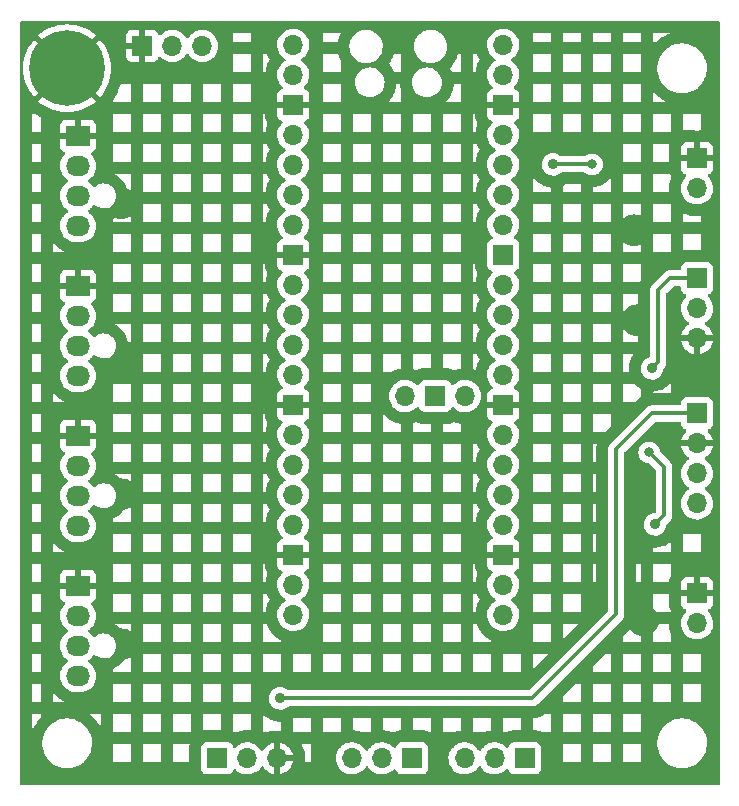
<source format=gbl>
%TF.GenerationSoftware,KiCad,Pcbnew,(6.0.8)*%
%TF.CreationDate,2022-10-30T19:36:15+01:00*%
%TF.ProjectId,fan.picow,66616e2e-7069-4636-9f77-2e6b69636164,rev?*%
%TF.SameCoordinates,Original*%
%TF.FileFunction,Copper,L2,Bot*%
%TF.FilePolarity,Positive*%
%FSLAX46Y46*%
G04 Gerber Fmt 4.6, Leading zero omitted, Abs format (unit mm)*
G04 Created by KiCad (PCBNEW (6.0.8)) date 2022-10-30 19:36:15*
%MOMM*%
%LPD*%
G01*
G04 APERTURE LIST*
%TA.AperFunction,ComponentPad*%
%ADD10R,2.030000X1.730000*%
%TD*%
%TA.AperFunction,ComponentPad*%
%ADD11O,2.030000X1.730000*%
%TD*%
%TA.AperFunction,ComponentPad*%
%ADD12R,1.700000X1.700000*%
%TD*%
%TA.AperFunction,ComponentPad*%
%ADD13O,1.700000X1.700000*%
%TD*%
%TA.AperFunction,ComponentPad*%
%ADD14C,6.400000*%
%TD*%
%TA.AperFunction,ComponentPad*%
%ADD15C,0.800000*%
%TD*%
%TA.AperFunction,ViaPad*%
%ADD16C,0.900000*%
%TD*%
%TA.AperFunction,ViaPad*%
%ADD17C,0.800000*%
%TD*%
%TA.AperFunction,Conductor*%
%ADD18C,0.350000*%
%TD*%
G04 APERTURE END LIST*
D10*
%TO.P,J5,1,Pin_1*%
%TO.N,GND*%
X120315000Y-64145000D03*
D11*
%TO.P,J5,2,Pin_2*%
%TO.N,/12VFAN*%
X120315000Y-66685000D03*
%TO.P,J5,3,Pin_3*%
%TO.N,/TACH3*%
X120315000Y-69225000D03*
%TO.P,J5,4,Pin_4*%
%TO.N,/PWMO3*%
X120315000Y-71765000D03*
%TD*%
D12*
%TO.P,JP1,1,A*%
%TO.N,/conectores/NCLOSED*%
X158115000Y-104140000D03*
D13*
%TO.P,JP1,2,C*%
%TO.N,/12V*%
X155575000Y-104140000D03*
%TO.P,JP1,3,B*%
%TO.N,/conectores/NOPEN*%
X153035000Y-104140000D03*
%TD*%
D10*
%TO.P,J4,1,Pin_1*%
%TO.N,GND*%
X120315000Y-51445000D03*
D11*
%TO.P,J4,2,Pin_2*%
%TO.N,/12VFAN*%
X120315000Y-53985000D03*
%TO.P,J4,3,Pin_3*%
%TO.N,/TACH4*%
X120315000Y-56525000D03*
%TO.P,J4,4,Pin_4*%
%TO.N,/PWMO4*%
X120315000Y-59065000D03*
%TD*%
D12*
%TO.P,J8,1,Pin_1*%
%TO.N,/3V3*%
X132095000Y-104140000D03*
D13*
%TO.P,J8,2,Pin_2*%
%TO.N,/RELC*%
X134635000Y-104140000D03*
%TO.P,J8,3,Pin_3*%
%TO.N,GND*%
X137175000Y-104140000D03*
%TD*%
D12*
%TO.P,J11,1,Pin_1*%
%TO.N,GND*%
X172720000Y-90170000D03*
D13*
%TO.P,J11,2,Pin_2*%
%TO.N,/12V*%
X172720000Y-92710000D03*
%TD*%
D12*
%TO.P,J9,1,Pin_1*%
%TO.N,/conectores/NOPEN*%
X148575000Y-104140000D03*
D13*
%TO.P,J9,2,Pin_2*%
%TO.N,/12VFAN*%
X146035000Y-104140000D03*
%TO.P,J9,3,Pin_3*%
%TO.N,/conectores/NCLOSED*%
X143495000Y-104140000D03*
%TD*%
D12*
%TO.P,J7,1,Pin_1*%
%TO.N,/3V3*%
X172720000Y-74940000D03*
D13*
%TO.P,J7,2,Pin_2*%
%TO.N,GND*%
X172720000Y-77480000D03*
%TO.P,J7,3,Pin_3*%
%TO.N,/SCL*%
X172720000Y-80020000D03*
%TO.P,J7,4,Pin_4*%
%TO.N,/SDA*%
X172720000Y-82560000D03*
%TD*%
D12*
%TO.P,J6,1,Pin_1*%
%TO.N,GND*%
X125745000Y-43815000D03*
D13*
%TO.P,J6,2,Pin_2*%
%TO.N,/BUZZ*%
X128285000Y-43815000D03*
%TO.P,J6,3,Pin_3*%
%TO.N,/3V3*%
X130825000Y-43815000D03*
%TD*%
D10*
%TO.P,J3,1,Pin_1*%
%TO.N,GND*%
X120315000Y-76835000D03*
D11*
%TO.P,J3,2,Pin_2*%
%TO.N,/12VFAN*%
X120315000Y-79375000D03*
%TO.P,J3,3,Pin_3*%
%TO.N,/TACH2*%
X120315000Y-81915000D03*
%TO.P,J3,4,Pin_4*%
%TO.N,/PWMO2*%
X120315000Y-84455000D03*
%TD*%
D14*
%TO.P,H4,1,1*%
%TO.N,GND*%
X119380000Y-45720000D03*
D15*
X121780000Y-45720000D03*
X121077056Y-47417056D03*
X117682944Y-44022944D03*
X116980000Y-45720000D03*
X121077056Y-44022944D03*
X119380000Y-48120000D03*
X119380000Y-43320000D03*
X117682944Y-47417056D03*
%TD*%
D12*
%TO.P,J10,1,Pin_1*%
%TO.N,GND*%
X172720000Y-53340000D03*
D13*
%TO.P,J10,2,Pin_2*%
%TO.N,/5V*%
X172720000Y-55880000D03*
%TD*%
%TO.P,U1,1,GPIO0*%
%TO.N,unconnected-(U1-Pad1)*%
X138531600Y-43738800D03*
%TO.P,U1,2,GPIO1*%
%TO.N,unconnected-(U1-Pad2)*%
X138531600Y-46278800D03*
D12*
%TO.P,U1,3,GND*%
%TO.N,GND*%
X138531600Y-48818800D03*
D13*
%TO.P,U1,4,GPIO2*%
%TO.N,/BUZZ*%
X138531600Y-51358800D03*
%TO.P,U1,5,GPIO3*%
%TO.N,/TACHM4*%
X138531600Y-53898800D03*
%TO.P,U1,6,GPIO4*%
%TO.N,/PWM4*%
X138531600Y-56438800D03*
%TO.P,U1,7,GPIO5*%
%TO.N,unconnected-(U1-Pad7)*%
X138531600Y-58978800D03*
D12*
%TO.P,U1,8,GND*%
%TO.N,GND*%
X138531600Y-61518800D03*
D13*
%TO.P,U1,9,GPIO6*%
%TO.N,unconnected-(U1-Pad9)*%
X138531600Y-64058800D03*
%TO.P,U1,10,GPIO7*%
%TO.N,/TACHM3*%
X138531600Y-66598800D03*
%TO.P,U1,11,GPIO8*%
%TO.N,/PWM3*%
X138531600Y-69138800D03*
%TO.P,U1,12,GPIO9*%
%TO.N,unconnected-(U1-Pad12)*%
X138531600Y-71678800D03*
D12*
%TO.P,U1,13,GND*%
%TO.N,GND*%
X138531600Y-74218800D03*
D13*
%TO.P,U1,14,GPIO10*%
%TO.N,unconnected-(U1-Pad14)*%
X138531600Y-76758800D03*
%TO.P,U1,15,GPIO11*%
%TO.N,/TACHM2*%
X138531600Y-79298800D03*
%TO.P,U1,16,GPIO12*%
%TO.N,/PWM2*%
X138531600Y-81838800D03*
%TO.P,U1,17,GPIO13*%
%TO.N,unconnected-(U1-Pad17)*%
X138531600Y-84378800D03*
D12*
%TO.P,U1,18,GND*%
%TO.N,GND*%
X138531600Y-86918800D03*
D13*
%TO.P,U1,19,GPIO14*%
%TO.N,/TACHM1*%
X138531600Y-89458800D03*
%TO.P,U1,20,GPIO15*%
%TO.N,/PWM1*%
X138531600Y-91998800D03*
%TO.P,U1,21,GPIO16*%
%TO.N,unconnected-(U1-Pad21)*%
X156311600Y-91998800D03*
%TO.P,U1,22,GPIO17*%
%TO.N,unconnected-(U1-Pad22)*%
X156311600Y-89458800D03*
D12*
%TO.P,U1,23,GND*%
%TO.N,GND*%
X156311600Y-86918800D03*
D13*
%TO.P,U1,24,GPIO18*%
%TO.N,unconnected-(U1-Pad24)*%
X156311600Y-84378800D03*
%TO.P,U1,25,GPIO19*%
%TO.N,unconnected-(U1-Pad25)*%
X156311600Y-81838800D03*
%TO.P,U1,26,GPIO20*%
%TO.N,/SDA*%
X156311600Y-79298800D03*
%TO.P,U1,27,GPIO21*%
%TO.N,/SCL*%
X156311600Y-76758800D03*
D12*
%TO.P,U1,28,GND*%
%TO.N,GND*%
X156311600Y-74218800D03*
D13*
%TO.P,U1,29,GPIO22*%
%TO.N,/TEMPHUM*%
X156311600Y-71678800D03*
%TO.P,U1,30,RUN*%
%TO.N,unconnected-(U1-Pad30)*%
X156311600Y-69138800D03*
%TO.P,U1,31,GPIO26_ADC0*%
%TO.N,unconnected-(U1-Pad31)*%
X156311600Y-66598800D03*
%TO.P,U1,32,GPIO27_ADC1*%
%TO.N,unconnected-(U1-Pad32)*%
X156311600Y-64058800D03*
D12*
%TO.P,U1,33,AGND*%
%TO.N,unconnected-(U1-Pad33)*%
X156311600Y-61518800D03*
D13*
%TO.P,U1,34,GPIO28_ADC2*%
%TO.N,/RELC*%
X156311600Y-58978800D03*
%TO.P,U1,35,ADC_VREF*%
%TO.N,unconnected-(U1-Pad35)*%
X156311600Y-56438800D03*
%TO.P,U1,36,3V3*%
%TO.N,/3V3*%
X156311600Y-53898800D03*
%TO.P,U1,37,3V3_EN*%
%TO.N,unconnected-(U1-Pad37)*%
X156311600Y-51358800D03*
D12*
%TO.P,U1,38,GND*%
%TO.N,GND*%
X156311600Y-48818800D03*
D13*
%TO.P,U1,39,VSYS*%
%TO.N,/VSYS*%
X156311600Y-46278800D03*
%TO.P,U1,40,VBUS*%
%TO.N,unconnected-(U1-Pad40)*%
X156311600Y-43738800D03*
%TO.P,U1,41,SWCLK*%
%TO.N,unconnected-(U1-Pad41)*%
X148005700Y-73468800D03*
D12*
%TO.P,U1,42,GND*%
%TO.N,unconnected-(U1-Pad42)*%
X150545700Y-73468800D03*
D13*
%TO.P,U1,43,SWDIO*%
%TO.N,unconnected-(U1-Pad43)*%
X153085700Y-73468800D03*
%TD*%
D12*
%TO.P,J12,1,Pin_1*%
%TO.N,/3V3*%
X172720000Y-63500000D03*
D13*
%TO.P,J12,2,Pin_2*%
%TO.N,/TEMPHUM*%
X172720000Y-66040000D03*
%TO.P,J12,3,Pin_3*%
%TO.N,GND*%
X172720000Y-68580000D03*
%TD*%
D10*
%TO.P,J2,1,Pin_1*%
%TO.N,GND*%
X120315000Y-89545000D03*
D11*
%TO.P,J2,2,Pin_2*%
%TO.N,/12VFAN*%
X120315000Y-92085000D03*
%TO.P,J2,3,Pin_3*%
%TO.N,/TACH1*%
X120315000Y-94625000D03*
%TO.P,J2,4,Pin_4*%
%TO.N,/PWMO1*%
X120315000Y-97165000D03*
%TD*%
D16*
%TO.N,GND*%
X123952000Y-81788000D03*
D17*
X172720000Y-70612000D03*
D16*
X167894000Y-82042000D03*
X167640000Y-67056000D03*
X168148000Y-92456000D03*
X123952000Y-94488000D03*
X123698000Y-70104000D03*
X123952000Y-57150000D03*
X167386000Y-59436000D03*
%TO.N,/12V*%
X169164000Y-84328000D03*
D17*
X168656000Y-78232000D03*
D16*
%TO.N,/3V3*%
X160528000Y-53848000D03*
X168910000Y-71120000D03*
X137414000Y-99060000D03*
D17*
X163830000Y-53848000D03*
%TD*%
D18*
%TO.N,/12V*%
X169164000Y-84328000D02*
X169926000Y-83566000D01*
X169926000Y-83566000D02*
X169926000Y-79502000D01*
X169926000Y-79502000D02*
X168656000Y-78232000D01*
%TO.N,/3V3*%
X169418000Y-64516000D02*
X170434000Y-63500000D01*
X163830000Y-53848000D02*
X160528000Y-53848000D01*
X168900000Y-74940000D02*
X172720000Y-74940000D01*
X158750000Y-99060000D02*
X165862000Y-91948000D01*
X137414000Y-99060000D02*
X158750000Y-99060000D01*
X170434000Y-63500000D02*
X172720000Y-63500000D01*
X169418000Y-70612000D02*
X169418000Y-64516000D01*
X168910000Y-71120000D02*
X169418000Y-70612000D01*
X165862000Y-77978000D02*
X168900000Y-74940000D01*
X165862000Y-91948000D02*
X165862000Y-77978000D01*
%TD*%
%TA.AperFunction,Conductor*%
%TO.N,GND*%
G36*
X174592021Y-41727302D02*
G01*
X174638514Y-41780958D01*
X174649900Y-41833300D01*
X174649900Y-106248700D01*
X174629898Y-106316821D01*
X174576242Y-106363314D01*
X174523900Y-106374700D01*
X115493300Y-106374700D01*
X115425179Y-106354698D01*
X115378686Y-106301042D01*
X115367300Y-106248700D01*
X115367300Y-105038134D01*
X130736500Y-105038134D01*
X130743255Y-105100316D01*
X130794385Y-105236705D01*
X130881739Y-105353261D01*
X130998295Y-105440615D01*
X131134684Y-105491745D01*
X131196866Y-105498500D01*
X132993134Y-105498500D01*
X133055316Y-105491745D01*
X133191705Y-105440615D01*
X133308261Y-105353261D01*
X133395615Y-105236705D01*
X133417799Y-105177529D01*
X133439598Y-105119382D01*
X133482240Y-105062618D01*
X133548802Y-105037918D01*
X133618150Y-105053126D01*
X133652817Y-105081114D01*
X133681250Y-105113938D01*
X133853126Y-105256632D01*
X134046000Y-105369338D01*
X134254692Y-105449030D01*
X134259760Y-105450061D01*
X134259763Y-105450062D01*
X134354862Y-105469410D01*
X134473597Y-105493567D01*
X134478772Y-105493757D01*
X134478774Y-105493757D01*
X134691673Y-105501564D01*
X134691677Y-105501564D01*
X134696837Y-105501753D01*
X134701957Y-105501097D01*
X134701959Y-105501097D01*
X134913288Y-105474025D01*
X134913289Y-105474025D01*
X134918416Y-105473368D01*
X134923366Y-105471883D01*
X135127429Y-105410661D01*
X135127434Y-105410659D01*
X135132384Y-105409174D01*
X135332994Y-105310896D01*
X135514860Y-105181173D01*
X135673096Y-105023489D01*
X135705563Y-104978307D01*
X135803453Y-104842077D01*
X135804640Y-104842930D01*
X135851960Y-104799362D01*
X135921897Y-104787145D01*
X135987338Y-104814678D01*
X136015166Y-104846511D01*
X136072694Y-104940388D01*
X136078777Y-104948699D01*
X136218213Y-105109667D01*
X136225580Y-105116883D01*
X136389434Y-105252916D01*
X136397881Y-105258831D01*
X136581756Y-105366279D01*
X136591042Y-105370729D01*
X136790001Y-105446703D01*
X136799899Y-105449579D01*
X136903250Y-105470606D01*
X136917299Y-105469410D01*
X136921000Y-105459065D01*
X136921000Y-105458517D01*
X137429000Y-105458517D01*
X137433064Y-105472359D01*
X137446478Y-105474393D01*
X137453184Y-105473534D01*
X137463262Y-105471392D01*
X137667255Y-105410191D01*
X137676842Y-105406433D01*
X137868095Y-105312739D01*
X137876945Y-105307464D01*
X138050328Y-105183792D01*
X138058200Y-105177139D01*
X138209052Y-105026812D01*
X138215730Y-105018965D01*
X138340003Y-104846020D01*
X138345313Y-104837183D01*
X138439670Y-104646267D01*
X138443469Y-104636672D01*
X138505377Y-104432910D01*
X138507555Y-104422837D01*
X138508986Y-104411962D01*
X138506775Y-104397778D01*
X138493617Y-104394000D01*
X137447115Y-104394000D01*
X137431876Y-104398475D01*
X137430671Y-104399865D01*
X137429000Y-104407548D01*
X137429000Y-105458517D01*
X136921000Y-105458517D01*
X136921000Y-103867885D01*
X137429000Y-103867885D01*
X137433475Y-103883124D01*
X137434865Y-103884329D01*
X137442548Y-103886000D01*
X138493344Y-103886000D01*
X138506875Y-103882027D01*
X138508180Y-103872947D01*
X138466214Y-103705875D01*
X138462894Y-103696124D01*
X138377972Y-103500814D01*
X138373105Y-103491739D01*
X138257426Y-103312926D01*
X138251136Y-103304757D01*
X138107806Y-103147240D01*
X138100273Y-103140215D01*
X137933139Y-103008222D01*
X137924552Y-103002517D01*
X137773805Y-102919300D01*
X139210468Y-102919300D01*
X139227287Y-102945299D01*
X139230004Y-102949694D01*
X139261761Y-103003499D01*
X139264295Y-103008001D01*
X139274053Y-103026199D01*
X139276402Y-103030804D01*
X139303654Y-103087052D01*
X139305812Y-103091748D01*
X139394855Y-103296534D01*
X139396817Y-103301313D01*
X139419364Y-103359592D01*
X139421130Y-103364450D01*
X139427784Y-103383996D01*
X139429348Y-103388920D01*
X139447043Y-103448848D01*
X139448405Y-103453833D01*
X139494909Y-103638970D01*
X139495661Y-103642136D01*
X139504255Y-103680519D01*
X139504924Y-103683700D01*
X139507438Y-103696464D01*
X139509771Y-103717558D01*
X139516379Y-103973258D01*
X139515138Y-103994445D01*
X139505034Y-104064719D01*
X139502940Y-104075764D01*
X139485526Y-104149455D01*
X139496547Y-104179547D01*
X139502727Y-104203462D01*
X139513667Y-104273610D01*
X139515163Y-104291525D01*
X139516994Y-104445300D01*
X140005300Y-104445300D01*
X140005300Y-104106695D01*
X142132251Y-104106695D01*
X142132548Y-104111848D01*
X142132548Y-104111851D01*
X142144362Y-104316740D01*
X142145110Y-104329715D01*
X142146247Y-104334761D01*
X142146248Y-104334767D01*
X142159597Y-104394000D01*
X142194222Y-104547639D01*
X142278266Y-104754616D01*
X142315685Y-104815678D01*
X142392291Y-104940688D01*
X142394987Y-104945088D01*
X142541250Y-105113938D01*
X142713126Y-105256632D01*
X142906000Y-105369338D01*
X143114692Y-105449030D01*
X143119760Y-105450061D01*
X143119763Y-105450062D01*
X143214862Y-105469410D01*
X143333597Y-105493567D01*
X143338772Y-105493757D01*
X143338774Y-105493757D01*
X143551673Y-105501564D01*
X143551677Y-105501564D01*
X143556837Y-105501753D01*
X143561957Y-105501097D01*
X143561959Y-105501097D01*
X143773288Y-105474025D01*
X143773289Y-105474025D01*
X143778416Y-105473368D01*
X143783366Y-105471883D01*
X143987429Y-105410661D01*
X143987434Y-105410659D01*
X143992384Y-105409174D01*
X144192994Y-105310896D01*
X144374860Y-105181173D01*
X144533096Y-105023489D01*
X144565563Y-104978307D01*
X144663453Y-104842077D01*
X144664776Y-104843028D01*
X144711645Y-104799857D01*
X144781580Y-104787625D01*
X144847026Y-104815144D01*
X144874875Y-104846994D01*
X144934987Y-104945088D01*
X145081250Y-105113938D01*
X145253126Y-105256632D01*
X145446000Y-105369338D01*
X145654692Y-105449030D01*
X145659760Y-105450061D01*
X145659763Y-105450062D01*
X145754862Y-105469410D01*
X145873597Y-105493567D01*
X145878772Y-105493757D01*
X145878774Y-105493757D01*
X146091673Y-105501564D01*
X146091677Y-105501564D01*
X146096837Y-105501753D01*
X146101957Y-105501097D01*
X146101959Y-105501097D01*
X146313288Y-105474025D01*
X146313289Y-105474025D01*
X146318416Y-105473368D01*
X146323366Y-105471883D01*
X146527429Y-105410661D01*
X146527434Y-105410659D01*
X146532384Y-105409174D01*
X146732994Y-105310896D01*
X146914860Y-105181173D01*
X147023091Y-105073319D01*
X147085462Y-105039404D01*
X147156268Y-105044592D01*
X147213030Y-105087238D01*
X147230012Y-105118341D01*
X147252055Y-105177139D01*
X147274385Y-105236705D01*
X147361739Y-105353261D01*
X147478295Y-105440615D01*
X147614684Y-105491745D01*
X147676866Y-105498500D01*
X149473134Y-105498500D01*
X149535316Y-105491745D01*
X149671705Y-105440615D01*
X149788261Y-105353261D01*
X149875615Y-105236705D01*
X149926745Y-105100316D01*
X149933500Y-105038134D01*
X149933500Y-104106695D01*
X151672251Y-104106695D01*
X151672548Y-104111848D01*
X151672548Y-104111851D01*
X151684362Y-104316740D01*
X151685110Y-104329715D01*
X151686247Y-104334761D01*
X151686248Y-104334767D01*
X151699597Y-104394000D01*
X151734222Y-104547639D01*
X151818266Y-104754616D01*
X151855685Y-104815678D01*
X151932291Y-104940688D01*
X151934987Y-104945088D01*
X152081250Y-105113938D01*
X152253126Y-105256632D01*
X152446000Y-105369338D01*
X152654692Y-105449030D01*
X152659760Y-105450061D01*
X152659763Y-105450062D01*
X152754862Y-105469410D01*
X152873597Y-105493567D01*
X152878772Y-105493757D01*
X152878774Y-105493757D01*
X153091673Y-105501564D01*
X153091677Y-105501564D01*
X153096837Y-105501753D01*
X153101957Y-105501097D01*
X153101959Y-105501097D01*
X153313288Y-105474025D01*
X153313289Y-105474025D01*
X153318416Y-105473368D01*
X153323366Y-105471883D01*
X153527429Y-105410661D01*
X153527434Y-105410659D01*
X153532384Y-105409174D01*
X153732994Y-105310896D01*
X153914860Y-105181173D01*
X154073096Y-105023489D01*
X154105563Y-104978307D01*
X154203453Y-104842077D01*
X154204776Y-104843028D01*
X154251645Y-104799857D01*
X154321580Y-104787625D01*
X154387026Y-104815144D01*
X154414875Y-104846994D01*
X154474987Y-104945088D01*
X154621250Y-105113938D01*
X154793126Y-105256632D01*
X154986000Y-105369338D01*
X155194692Y-105449030D01*
X155199760Y-105450061D01*
X155199763Y-105450062D01*
X155294862Y-105469410D01*
X155413597Y-105493567D01*
X155418772Y-105493757D01*
X155418774Y-105493757D01*
X155631673Y-105501564D01*
X155631677Y-105501564D01*
X155636837Y-105501753D01*
X155641957Y-105501097D01*
X155641959Y-105501097D01*
X155853288Y-105474025D01*
X155853289Y-105474025D01*
X155858416Y-105473368D01*
X155863366Y-105471883D01*
X156067429Y-105410661D01*
X156067434Y-105410659D01*
X156072384Y-105409174D01*
X156272994Y-105310896D01*
X156454860Y-105181173D01*
X156563091Y-105073319D01*
X156625462Y-105039404D01*
X156696268Y-105044592D01*
X156753030Y-105087238D01*
X156770012Y-105118341D01*
X156792055Y-105177139D01*
X156814385Y-105236705D01*
X156901739Y-105353261D01*
X157018295Y-105440615D01*
X157154684Y-105491745D01*
X157216866Y-105498500D01*
X159013134Y-105498500D01*
X159075316Y-105491745D01*
X159211705Y-105440615D01*
X159328261Y-105353261D01*
X159415615Y-105236705D01*
X159466745Y-105100316D01*
X159473500Y-105038134D01*
X159473500Y-104445300D01*
X161339300Y-104445300D01*
X162865300Y-104445300D01*
X163879300Y-104445300D01*
X165405300Y-104445300D01*
X166419300Y-104445300D01*
X167945300Y-104445300D01*
X167945300Y-103002703D01*
X169340743Y-103002703D01*
X169341302Y-103006947D01*
X169341302Y-103006951D01*
X169357810Y-103132340D01*
X169378268Y-103287734D01*
X169454129Y-103565036D01*
X169455813Y-103568984D01*
X169519186Y-103717558D01*
X169566923Y-103829476D01*
X169714561Y-104076161D01*
X169894313Y-104300528D01*
X170102851Y-104498423D01*
X170336317Y-104666186D01*
X170340112Y-104668195D01*
X170340113Y-104668196D01*
X170361869Y-104679715D01*
X170590392Y-104800712D01*
X170860373Y-104899511D01*
X171141264Y-104960755D01*
X171169841Y-104963004D01*
X171364282Y-104978307D01*
X171364291Y-104978307D01*
X171366739Y-104978500D01*
X171522271Y-104978500D01*
X171524407Y-104978354D01*
X171524418Y-104978354D01*
X171732548Y-104964165D01*
X171732554Y-104964164D01*
X171736825Y-104963873D01*
X171741020Y-104963004D01*
X171741022Y-104963004D01*
X171877584Y-104934723D01*
X172018342Y-104905574D01*
X172289343Y-104809607D01*
X172544812Y-104677750D01*
X172548313Y-104675289D01*
X172548317Y-104675287D01*
X172662417Y-104595096D01*
X172780023Y-104512441D01*
X172903415Y-104397778D01*
X172987479Y-104319661D01*
X172987481Y-104319658D01*
X172990622Y-104316740D01*
X173172713Y-104094268D01*
X173322927Y-103849142D01*
X173438483Y-103585898D01*
X173517244Y-103309406D01*
X173557751Y-103024784D01*
X173557845Y-103006951D01*
X173559235Y-102741583D01*
X173559235Y-102741576D01*
X173559257Y-102737297D01*
X173521732Y-102452266D01*
X173445871Y-102174964D01*
X173333077Y-101910524D01*
X173251843Y-101774792D01*
X173187643Y-101667521D01*
X173187640Y-101667517D01*
X173185439Y-101663839D01*
X173005687Y-101439472D01*
X172797149Y-101241577D01*
X172563683Y-101073814D01*
X172554635Y-101069023D01*
X172480546Y-101029795D01*
X172309608Y-100939288D01*
X172174617Y-100889888D01*
X172043658Y-100841964D01*
X172043656Y-100841963D01*
X172039627Y-100840489D01*
X171758736Y-100779245D01*
X171727685Y-100776801D01*
X171535718Y-100761693D01*
X171535709Y-100761693D01*
X171533261Y-100761500D01*
X171377729Y-100761500D01*
X171375593Y-100761646D01*
X171375582Y-100761646D01*
X171167452Y-100775835D01*
X171167446Y-100775836D01*
X171163175Y-100776127D01*
X171158980Y-100776996D01*
X171158978Y-100776996D01*
X171037398Y-100802174D01*
X170881658Y-100834426D01*
X170610657Y-100930393D01*
X170606848Y-100932359D01*
X170406886Y-101035567D01*
X170355188Y-101062250D01*
X170351687Y-101064711D01*
X170351683Y-101064713D01*
X170245318Y-101139468D01*
X170119977Y-101227559D01*
X170104892Y-101241577D01*
X169919707Y-101413662D01*
X169909378Y-101423260D01*
X169727287Y-101645732D01*
X169577073Y-101890858D01*
X169461517Y-102154102D01*
X169382756Y-102430594D01*
X169342249Y-102715216D01*
X169342227Y-102719505D01*
X169342226Y-102719512D01*
X169340809Y-102990036D01*
X169340743Y-103002703D01*
X167945300Y-103002703D01*
X167945300Y-102919300D01*
X166419300Y-102919300D01*
X166419300Y-104445300D01*
X165405300Y-104445300D01*
X165405300Y-102919300D01*
X163879300Y-102919300D01*
X163879300Y-104445300D01*
X162865300Y-104445300D01*
X162865300Y-102919300D01*
X161339300Y-102919300D01*
X161339300Y-104445300D01*
X159473500Y-104445300D01*
X159473500Y-103241866D01*
X159472976Y-103237037D01*
X159468653Y-103197249D01*
X159466745Y-103179684D01*
X159415615Y-103043295D01*
X159328261Y-102926739D01*
X159211705Y-102839385D01*
X159075316Y-102788255D01*
X159013134Y-102781500D01*
X157216866Y-102781500D01*
X157154684Y-102788255D01*
X157018295Y-102839385D01*
X156901739Y-102926739D01*
X156814385Y-103043295D01*
X156811233Y-103051703D01*
X156769919Y-103161907D01*
X156727277Y-103218671D01*
X156660716Y-103243371D01*
X156591367Y-103228163D01*
X156558743Y-103202476D01*
X156508151Y-103146875D01*
X156508142Y-103146866D01*
X156504670Y-103143051D01*
X156500619Y-103139852D01*
X156500615Y-103139848D01*
X156333414Y-103007800D01*
X156333410Y-103007798D01*
X156329359Y-103004598D01*
X156293028Y-102984542D01*
X156263770Y-102968391D01*
X156133789Y-102896638D01*
X156128920Y-102894914D01*
X156128916Y-102894912D01*
X155928087Y-102823795D01*
X155928083Y-102823794D01*
X155923212Y-102822069D01*
X155918119Y-102821162D01*
X155918116Y-102821161D01*
X155708373Y-102783800D01*
X155708367Y-102783799D01*
X155703284Y-102782894D01*
X155629452Y-102781992D01*
X155485081Y-102780228D01*
X155485079Y-102780228D01*
X155479911Y-102780165D01*
X155259091Y-102813955D01*
X155046756Y-102883357D01*
X154848607Y-102986507D01*
X154844474Y-102989610D01*
X154844471Y-102989612D01*
X154674100Y-103117530D01*
X154669965Y-103120635D01*
X154644541Y-103147240D01*
X154558729Y-103237037D01*
X154515629Y-103282138D01*
X154408201Y-103439621D01*
X154353293Y-103484621D01*
X154282768Y-103492792D01*
X154219021Y-103461538D01*
X154198324Y-103437054D01*
X154117822Y-103312617D01*
X154117820Y-103312614D01*
X154115014Y-103308277D01*
X153964670Y-103143051D01*
X153960619Y-103139852D01*
X153960615Y-103139848D01*
X153793414Y-103007800D01*
X153793410Y-103007798D01*
X153789359Y-103004598D01*
X153753028Y-102984542D01*
X153723770Y-102968391D01*
X153593789Y-102896638D01*
X153588920Y-102894914D01*
X153588916Y-102894912D01*
X153388087Y-102823795D01*
X153388083Y-102823794D01*
X153383212Y-102822069D01*
X153378119Y-102821162D01*
X153378116Y-102821161D01*
X153168373Y-102783800D01*
X153168367Y-102783799D01*
X153163284Y-102782894D01*
X153089452Y-102781992D01*
X152945081Y-102780228D01*
X152945079Y-102780228D01*
X152939911Y-102780165D01*
X152719091Y-102813955D01*
X152506756Y-102883357D01*
X152308607Y-102986507D01*
X152304474Y-102989610D01*
X152304471Y-102989612D01*
X152134100Y-103117530D01*
X152129965Y-103120635D01*
X152104541Y-103147240D01*
X152018729Y-103237037D01*
X151975629Y-103282138D01*
X151849743Y-103466680D01*
X151755688Y-103669305D01*
X151695989Y-103884570D01*
X151672251Y-104106695D01*
X149933500Y-104106695D01*
X149933500Y-103241866D01*
X149932976Y-103237037D01*
X149928653Y-103197249D01*
X149926745Y-103179684D01*
X149875615Y-103043295D01*
X149788261Y-102926739D01*
X149671705Y-102839385D01*
X149535316Y-102788255D01*
X149473134Y-102781500D01*
X147676866Y-102781500D01*
X147614684Y-102788255D01*
X147478295Y-102839385D01*
X147361739Y-102926739D01*
X147274385Y-103043295D01*
X147271233Y-103051703D01*
X147229919Y-103161907D01*
X147187277Y-103218671D01*
X147120716Y-103243371D01*
X147051367Y-103228163D01*
X147018743Y-103202476D01*
X146968151Y-103146875D01*
X146968142Y-103146866D01*
X146964670Y-103143051D01*
X146960619Y-103139852D01*
X146960615Y-103139848D01*
X146793414Y-103007800D01*
X146793410Y-103007798D01*
X146789359Y-103004598D01*
X146753028Y-102984542D01*
X146723770Y-102968391D01*
X146593789Y-102896638D01*
X146588920Y-102894914D01*
X146588916Y-102894912D01*
X146388087Y-102823795D01*
X146388083Y-102823794D01*
X146383212Y-102822069D01*
X146378119Y-102821162D01*
X146378116Y-102821161D01*
X146168373Y-102783800D01*
X146168367Y-102783799D01*
X146163284Y-102782894D01*
X146089452Y-102781992D01*
X145945081Y-102780228D01*
X145945079Y-102780228D01*
X145939911Y-102780165D01*
X145719091Y-102813955D01*
X145506756Y-102883357D01*
X145308607Y-102986507D01*
X145304474Y-102989610D01*
X145304471Y-102989612D01*
X145134100Y-103117530D01*
X145129965Y-103120635D01*
X145104541Y-103147240D01*
X145018729Y-103237037D01*
X144975629Y-103282138D01*
X144868201Y-103439621D01*
X144813293Y-103484621D01*
X144742768Y-103492792D01*
X144679021Y-103461538D01*
X144658324Y-103437054D01*
X144577822Y-103312617D01*
X144577820Y-103312614D01*
X144575014Y-103308277D01*
X144424670Y-103143051D01*
X144420619Y-103139852D01*
X144420615Y-103139848D01*
X144253414Y-103007800D01*
X144253410Y-103007798D01*
X144249359Y-103004598D01*
X144213028Y-102984542D01*
X144183770Y-102968391D01*
X144053789Y-102896638D01*
X144048920Y-102894914D01*
X144048916Y-102894912D01*
X143848087Y-102823795D01*
X143848083Y-102823794D01*
X143843212Y-102822069D01*
X143838119Y-102821162D01*
X143838116Y-102821161D01*
X143628373Y-102783800D01*
X143628367Y-102783799D01*
X143623284Y-102782894D01*
X143549452Y-102781992D01*
X143405081Y-102780228D01*
X143405079Y-102780228D01*
X143399911Y-102780165D01*
X143179091Y-102813955D01*
X142966756Y-102883357D01*
X142768607Y-102986507D01*
X142764474Y-102989610D01*
X142764471Y-102989612D01*
X142594100Y-103117530D01*
X142589965Y-103120635D01*
X142564541Y-103147240D01*
X142478729Y-103237037D01*
X142435629Y-103282138D01*
X142309743Y-103466680D01*
X142215688Y-103669305D01*
X142155989Y-103884570D01*
X142132251Y-104106695D01*
X140005300Y-104106695D01*
X140005300Y-102919300D01*
X139210468Y-102919300D01*
X137773805Y-102919300D01*
X137738117Y-102899599D01*
X137728705Y-102895369D01*
X137527959Y-102824280D01*
X137517988Y-102821646D01*
X137446837Y-102808972D01*
X137433540Y-102810432D01*
X137429000Y-102824989D01*
X137429000Y-103867885D01*
X136921000Y-103867885D01*
X136921000Y-102823102D01*
X136917082Y-102809758D01*
X136902806Y-102807771D01*
X136864324Y-102813660D01*
X136854288Y-102816051D01*
X136651868Y-102882212D01*
X136642359Y-102886209D01*
X136453463Y-102984542D01*
X136444738Y-102990036D01*
X136274433Y-103117905D01*
X136266726Y-103124748D01*
X136119590Y-103278717D01*
X136113109Y-103286722D01*
X136008498Y-103440074D01*
X135953587Y-103485076D01*
X135883062Y-103493247D01*
X135819315Y-103461993D01*
X135798618Y-103437509D01*
X135717822Y-103312617D01*
X135717820Y-103312614D01*
X135715014Y-103308277D01*
X135564670Y-103143051D01*
X135560619Y-103139852D01*
X135560615Y-103139848D01*
X135393414Y-103007800D01*
X135393410Y-103007798D01*
X135389359Y-103004598D01*
X135353028Y-102984542D01*
X135323770Y-102968391D01*
X135193789Y-102896638D01*
X135188920Y-102894914D01*
X135188916Y-102894912D01*
X134988087Y-102823795D01*
X134988083Y-102823794D01*
X134983212Y-102822069D01*
X134978119Y-102821162D01*
X134978116Y-102821161D01*
X134768373Y-102783800D01*
X134768367Y-102783799D01*
X134763284Y-102782894D01*
X134689452Y-102781992D01*
X134545081Y-102780228D01*
X134545079Y-102780228D01*
X134539911Y-102780165D01*
X134319091Y-102813955D01*
X134106756Y-102883357D01*
X133908607Y-102986507D01*
X133904474Y-102989610D01*
X133904471Y-102989612D01*
X133734100Y-103117530D01*
X133729965Y-103120635D01*
X133673537Y-103179684D01*
X133649283Y-103205064D01*
X133587759Y-103240494D01*
X133516846Y-103237037D01*
X133459060Y-103195791D01*
X133440207Y-103162243D01*
X133398767Y-103051703D01*
X133395615Y-103043295D01*
X133308261Y-102926739D01*
X133191705Y-102839385D01*
X133055316Y-102788255D01*
X132993134Y-102781500D01*
X131196866Y-102781500D01*
X131134684Y-102788255D01*
X130998295Y-102839385D01*
X130881739Y-102926739D01*
X130794385Y-103043295D01*
X130743255Y-103179684D01*
X130741347Y-103197249D01*
X130737025Y-103237037D01*
X130736500Y-103241866D01*
X130736500Y-105038134D01*
X115367300Y-105038134D01*
X115367300Y-103002703D01*
X117270743Y-103002703D01*
X117271302Y-103006947D01*
X117271302Y-103006951D01*
X117287810Y-103132340D01*
X117308268Y-103287734D01*
X117384129Y-103565036D01*
X117385813Y-103568984D01*
X117449186Y-103717558D01*
X117496923Y-103829476D01*
X117644561Y-104076161D01*
X117824313Y-104300528D01*
X118032851Y-104498423D01*
X118266317Y-104666186D01*
X118270112Y-104668195D01*
X118270113Y-104668196D01*
X118291869Y-104679715D01*
X118520392Y-104800712D01*
X118790373Y-104899511D01*
X119071264Y-104960755D01*
X119099841Y-104963004D01*
X119294282Y-104978307D01*
X119294291Y-104978307D01*
X119296739Y-104978500D01*
X119452271Y-104978500D01*
X119454407Y-104978354D01*
X119454418Y-104978354D01*
X119662548Y-104964165D01*
X119662554Y-104964164D01*
X119666825Y-104963873D01*
X119671020Y-104963004D01*
X119671022Y-104963004D01*
X119807584Y-104934723D01*
X119948342Y-104905574D01*
X120219343Y-104809607D01*
X120474812Y-104677750D01*
X120478313Y-104675289D01*
X120478317Y-104675287D01*
X120592417Y-104595096D01*
X120710023Y-104512441D01*
X120782275Y-104445300D01*
X123239300Y-104445300D01*
X124765300Y-104445300D01*
X125779300Y-104445300D01*
X127305300Y-104445300D01*
X128319300Y-104445300D01*
X129722500Y-104445300D01*
X129722500Y-103241866D01*
X129722546Y-103238458D01*
X129723661Y-103197249D01*
X129723799Y-103193843D01*
X129724536Y-103180235D01*
X129724767Y-103176833D01*
X129728109Y-103135748D01*
X129728431Y-103132356D01*
X129735186Y-103070174D01*
X129736283Y-103062364D01*
X129752493Y-102968391D01*
X129754076Y-102960663D01*
X129761357Y-102930041D01*
X129763422Y-102922426D01*
X129764376Y-102919300D01*
X128319300Y-102919300D01*
X128319300Y-104445300D01*
X127305300Y-104445300D01*
X127305300Y-102919300D01*
X125779300Y-102919300D01*
X125779300Y-104445300D01*
X124765300Y-104445300D01*
X124765300Y-102919300D01*
X123239300Y-102919300D01*
X123239300Y-104445300D01*
X120782275Y-104445300D01*
X120833415Y-104397778D01*
X120917479Y-104319661D01*
X120917481Y-104319658D01*
X120920622Y-104316740D01*
X121102713Y-104094268D01*
X121252927Y-103849142D01*
X121368483Y-103585898D01*
X121447244Y-103309406D01*
X121487751Y-103024784D01*
X121487845Y-103006951D01*
X121489235Y-102741583D01*
X121489235Y-102741576D01*
X121489257Y-102737297D01*
X121451732Y-102452266D01*
X121375871Y-102174964D01*
X121263077Y-101910524D01*
X121259950Y-101905300D01*
X123239300Y-101905300D01*
X124765300Y-101905300D01*
X125779300Y-101905300D01*
X127305300Y-101905300D01*
X128319300Y-101905300D01*
X129845300Y-101905300D01*
X129845300Y-101834875D01*
X133399300Y-101834875D01*
X133403790Y-101836245D01*
X133411259Y-101838781D01*
X133547648Y-101889911D01*
X133555921Y-101893353D01*
X133581985Y-101905300D01*
X133835279Y-101905300D01*
X135939300Y-101905300D01*
X136376886Y-101905300D01*
X138479300Y-101905300D01*
X140005300Y-101905300D01*
X141019300Y-101905300D01*
X142545300Y-101905300D01*
X142545300Y-101768036D01*
X143559300Y-101768036D01*
X143635672Y-101768969D01*
X143640839Y-101769139D01*
X143703269Y-101772467D01*
X143708424Y-101772848D01*
X143728981Y-101774792D01*
X143734110Y-101775383D01*
X143796000Y-101783806D01*
X143801105Y-101784608D01*
X144021033Y-101823783D01*
X144026100Y-101824793D01*
X144087096Y-101838259D01*
X144092115Y-101839475D01*
X144112079Y-101844749D01*
X144117049Y-101846172D01*
X144176784Y-101864605D01*
X144181692Y-101866230D01*
X144292023Y-101905300D01*
X145085300Y-101905300D01*
X145085300Y-101768036D01*
X146099300Y-101768036D01*
X146175672Y-101768969D01*
X146180839Y-101769139D01*
X146243269Y-101772467D01*
X146248424Y-101772848D01*
X146268981Y-101774792D01*
X146274110Y-101775383D01*
X146336000Y-101783806D01*
X146341105Y-101784608D01*
X146561033Y-101823783D01*
X146566100Y-101824793D01*
X146627096Y-101838259D01*
X146632115Y-101839475D01*
X146652079Y-101844749D01*
X146657049Y-101846172D01*
X146716784Y-101864605D01*
X146721692Y-101866230D01*
X146832023Y-101905300D01*
X147088015Y-101905300D01*
X147114079Y-101893353D01*
X147122352Y-101889911D01*
X147258741Y-101838781D01*
X147266210Y-101836245D01*
X147357426Y-101808422D01*
X147365041Y-101806357D01*
X147395663Y-101799076D01*
X147403391Y-101797493D01*
X147497364Y-101781283D01*
X147505174Y-101780186D01*
X147567356Y-101773431D01*
X147570748Y-101773109D01*
X147611833Y-101769767D01*
X147615235Y-101769536D01*
X147625300Y-101768991D01*
X147625300Y-101767500D01*
X148639300Y-101767500D01*
X149473134Y-101767500D01*
X149476542Y-101767546D01*
X149517751Y-101768661D01*
X149521157Y-101768799D01*
X149534765Y-101769536D01*
X149538167Y-101769767D01*
X149579252Y-101773109D01*
X149582644Y-101773431D01*
X149644826Y-101780186D01*
X149652636Y-101781283D01*
X149746609Y-101797493D01*
X149754337Y-101799076D01*
X149784959Y-101806357D01*
X149792574Y-101808422D01*
X149883790Y-101836245D01*
X149891259Y-101838781D01*
X150027648Y-101889911D01*
X150035921Y-101893353D01*
X150061985Y-101905300D01*
X150165300Y-101905300D01*
X151179300Y-101905300D01*
X152235279Y-101905300D01*
X152357236Y-101865438D01*
X153719300Y-101865438D01*
X153721692Y-101866230D01*
X153832023Y-101905300D01*
X154775279Y-101905300D01*
X154897236Y-101865438D01*
X156259300Y-101865438D01*
X156261692Y-101866230D01*
X156372023Y-101905300D01*
X156628015Y-101905300D01*
X156654079Y-101893353D01*
X156662352Y-101889911D01*
X156798741Y-101838781D01*
X156806210Y-101836245D01*
X156897426Y-101808422D01*
X156905041Y-101806357D01*
X156935663Y-101799076D01*
X156943391Y-101797493D01*
X157037364Y-101781283D01*
X157045174Y-101780186D01*
X157107356Y-101773431D01*
X157110748Y-101773109D01*
X157151833Y-101769767D01*
X157155235Y-101769536D01*
X157168843Y-101768799D01*
X157172249Y-101768661D01*
X157213458Y-101767546D01*
X157216866Y-101767500D01*
X157785300Y-101767500D01*
X158799300Y-101767500D01*
X159013134Y-101767500D01*
X159016542Y-101767546D01*
X159057751Y-101768661D01*
X159061157Y-101768799D01*
X159074765Y-101769536D01*
X159078167Y-101769767D01*
X159119252Y-101773109D01*
X159122644Y-101773431D01*
X159184826Y-101780186D01*
X159192636Y-101781283D01*
X159286609Y-101797493D01*
X159294337Y-101799076D01*
X159324959Y-101806357D01*
X159332574Y-101808422D01*
X159423790Y-101836245D01*
X159431259Y-101838781D01*
X159567648Y-101889911D01*
X159575921Y-101893353D01*
X159601985Y-101905300D01*
X160325300Y-101905300D01*
X161339300Y-101905300D01*
X162865300Y-101905300D01*
X163879300Y-101905300D01*
X165405300Y-101905300D01*
X166419300Y-101905300D01*
X167945300Y-101905300D01*
X167945300Y-100379300D01*
X166419300Y-100379300D01*
X166419300Y-101905300D01*
X165405300Y-101905300D01*
X165405300Y-100379300D01*
X163879300Y-100379300D01*
X163879300Y-101905300D01*
X162865300Y-101905300D01*
X162865300Y-100379300D01*
X161339300Y-100379300D01*
X161339300Y-101905300D01*
X160325300Y-101905300D01*
X160325300Y-100379300D01*
X159822131Y-100379300D01*
X159785785Y-100407645D01*
X159779668Y-100412125D01*
X159748133Y-100433800D01*
X159717766Y-100457100D01*
X159711614Y-100461533D01*
X159635635Y-100512879D01*
X159629225Y-100516935D01*
X159603167Y-100532346D01*
X159596523Y-100536010D01*
X159577088Y-100545976D01*
X159558372Y-100557245D01*
X159551755Y-100560962D01*
X159524925Y-100574988D01*
X159518101Y-100578298D01*
X159434432Y-100615813D01*
X159427422Y-100618706D01*
X159391608Y-100632239D01*
X159356569Y-100647620D01*
X159349536Y-100650458D01*
X159263498Y-100682199D01*
X159256304Y-100684609D01*
X159227322Y-100693359D01*
X159219998Y-100695332D01*
X159198738Y-100700377D01*
X159177895Y-100706849D01*
X159170587Y-100708879D01*
X159141188Y-100716100D01*
X159133770Y-100717687D01*
X159043560Y-100734162D01*
X159036061Y-100735299D01*
X158998094Y-100739894D01*
X158960360Y-100746479D01*
X158952850Y-100747558D01*
X158861719Y-100757859D01*
X158854160Y-100758483D01*
X158823929Y-100760067D01*
X158816347Y-100760236D01*
X158799300Y-100760102D01*
X158799300Y-101767500D01*
X157785300Y-101767500D01*
X157785300Y-100757500D01*
X156259300Y-100757500D01*
X156259300Y-101865438D01*
X154897236Y-101865438D01*
X154944065Y-101850132D01*
X154949009Y-101848628D01*
X155009159Y-101831664D01*
X155014161Y-101830363D01*
X155034247Y-101825578D01*
X155039298Y-101824484D01*
X155100624Y-101812509D01*
X155105713Y-101811623D01*
X155245300Y-101790263D01*
X155245300Y-100757500D01*
X153719300Y-100757500D01*
X153719300Y-101865438D01*
X152357236Y-101865438D01*
X152404065Y-101850132D01*
X152409009Y-101848628D01*
X152469159Y-101831664D01*
X152474161Y-101830363D01*
X152494247Y-101825578D01*
X152499298Y-101824484D01*
X152560624Y-101812509D01*
X152565713Y-101811623D01*
X152705300Y-101790263D01*
X152705300Y-100757500D01*
X151179300Y-100757500D01*
X151179300Y-101905300D01*
X150165300Y-101905300D01*
X150165300Y-100757500D01*
X148639300Y-100757500D01*
X148639300Y-101767500D01*
X147625300Y-101767500D01*
X147625300Y-100757500D01*
X146099300Y-100757500D01*
X146099300Y-101768036D01*
X145085300Y-101768036D01*
X145085300Y-100757500D01*
X143559300Y-100757500D01*
X143559300Y-101768036D01*
X142545300Y-101768036D01*
X142545300Y-100757500D01*
X141019300Y-100757500D01*
X141019300Y-101905300D01*
X140005300Y-101905300D01*
X140005300Y-100757500D01*
X138479300Y-100757500D01*
X138479300Y-101905300D01*
X136376886Y-101905300D01*
X136544184Y-101850619D01*
X136549127Y-101849115D01*
X136609266Y-101832154D01*
X136614267Y-101830853D01*
X136634352Y-101826068D01*
X136639404Y-101824974D01*
X136700732Y-101812998D01*
X136705821Y-101812112D01*
X136767613Y-101802656D01*
X136785817Y-101801209D01*
X137006109Y-101799712D01*
X137024331Y-101800912D01*
X137095733Y-101810848D01*
X137107066Y-101812957D01*
X137192637Y-101832973D01*
X137259468Y-101811884D01*
X137283639Y-101806795D01*
X137354211Y-101799049D01*
X137372176Y-101798368D01*
X137465300Y-101801487D01*
X137465300Y-101034266D01*
X137391058Y-101036340D01*
X137384900Y-101036361D01*
X137360314Y-101035846D01*
X137354164Y-101035567D01*
X137279897Y-101030374D01*
X137273767Y-101029795D01*
X137087117Y-101007538D01*
X137081021Y-101006659D01*
X137007602Y-100994240D01*
X137001558Y-100993065D01*
X136977541Y-100987784D01*
X136971562Y-100986316D01*
X136899736Y-100966800D01*
X136893838Y-100965041D01*
X136715067Y-100906955D01*
X136709260Y-100904910D01*
X136639660Y-100878472D01*
X136633958Y-100876145D01*
X136611424Y-100866300D01*
X136605845Y-100863699D01*
X136539166Y-100830599D01*
X136533720Y-100827727D01*
X136369635Y-100736023D01*
X136364335Y-100732889D01*
X136301211Y-100693445D01*
X136296073Y-100690057D01*
X136275880Y-100676023D01*
X136270910Y-100672386D01*
X136211915Y-100626954D01*
X136207130Y-100623079D01*
X136063983Y-100501251D01*
X136059394Y-100497148D01*
X136005124Y-100446186D01*
X136000739Y-100441862D01*
X135983657Y-100424173D01*
X135979490Y-100419641D01*
X135944174Y-100379300D01*
X135939300Y-100379300D01*
X135939300Y-101905300D01*
X133835279Y-101905300D01*
X134004065Y-101850132D01*
X134009009Y-101848628D01*
X134069159Y-101831664D01*
X134074161Y-101830363D01*
X134094247Y-101825578D01*
X134099298Y-101824484D01*
X134160624Y-101812509D01*
X134165713Y-101811623D01*
X134386533Y-101777833D01*
X134391654Y-101777156D01*
X134453736Y-101770246D01*
X134458881Y-101769780D01*
X134479479Y-101768339D01*
X134484642Y-101768084D01*
X134547129Y-101766283D01*
X134552298Y-101766240D01*
X134775671Y-101768969D01*
X134780839Y-101769139D01*
X134843269Y-101772467D01*
X134848424Y-101772848D01*
X134868981Y-101774792D01*
X134874110Y-101775383D01*
X134925300Y-101782350D01*
X134925300Y-100379300D01*
X133399300Y-100379300D01*
X133399300Y-101834875D01*
X129845300Y-101834875D01*
X129845300Y-101813951D01*
X130859300Y-101813951D01*
X130877426Y-101808422D01*
X130885041Y-101806357D01*
X130915663Y-101799076D01*
X130923391Y-101797493D01*
X131017364Y-101781283D01*
X131025174Y-101780186D01*
X131087356Y-101773431D01*
X131090748Y-101773109D01*
X131131833Y-101769767D01*
X131135235Y-101769536D01*
X131148843Y-101768799D01*
X131152249Y-101768661D01*
X131193458Y-101767546D01*
X131196866Y-101767500D01*
X132385300Y-101767500D01*
X132385300Y-100379300D01*
X130859300Y-100379300D01*
X130859300Y-101813951D01*
X129845300Y-101813951D01*
X129845300Y-100379300D01*
X128319300Y-100379300D01*
X128319300Y-101905300D01*
X127305300Y-101905300D01*
X127305300Y-100379300D01*
X125779300Y-100379300D01*
X125779300Y-101905300D01*
X124765300Y-101905300D01*
X124765300Y-100379300D01*
X123239300Y-100379300D01*
X123239300Y-101905300D01*
X121259950Y-101905300D01*
X121181843Y-101774792D01*
X121117643Y-101667521D01*
X121117640Y-101667517D01*
X121115439Y-101663839D01*
X120935687Y-101439472D01*
X120727149Y-101241577D01*
X120493683Y-101073814D01*
X120484635Y-101069023D01*
X120410546Y-101029795D01*
X120239608Y-100939288D01*
X120104617Y-100889888D01*
X119973658Y-100841964D01*
X119973656Y-100841963D01*
X119969627Y-100840489D01*
X119688736Y-100779245D01*
X119657685Y-100776801D01*
X119465718Y-100761693D01*
X119465709Y-100761693D01*
X119463261Y-100761500D01*
X119307729Y-100761500D01*
X119305593Y-100761646D01*
X119305582Y-100761646D01*
X119097452Y-100775835D01*
X119097446Y-100775836D01*
X119093175Y-100776127D01*
X119088980Y-100776996D01*
X119088978Y-100776996D01*
X118967398Y-100802174D01*
X118811658Y-100834426D01*
X118540657Y-100930393D01*
X118536848Y-100932359D01*
X118336886Y-101035567D01*
X118285188Y-101062250D01*
X118281687Y-101064711D01*
X118281683Y-101064713D01*
X118175318Y-101139468D01*
X118049977Y-101227559D01*
X118034892Y-101241577D01*
X117849707Y-101413662D01*
X117839378Y-101423260D01*
X117657287Y-101645732D01*
X117507073Y-101890858D01*
X117391517Y-102154102D01*
X117312756Y-102430594D01*
X117272249Y-102715216D01*
X117272227Y-102719505D01*
X117272226Y-102719512D01*
X117270809Y-102990036D01*
X117270743Y-103002703D01*
X115367300Y-103002703D01*
X115367300Y-101905300D01*
X116381300Y-101905300D01*
X116408053Y-101905300D01*
X116416312Y-101876307D01*
X116417557Y-101872202D01*
X116433457Y-101822830D01*
X116434841Y-101818771D01*
X116440647Y-101802645D01*
X116442167Y-101798638D01*
X116461379Y-101750483D01*
X116463036Y-101746528D01*
X116578592Y-101483284D01*
X116580380Y-101479391D01*
X116602807Y-101432683D01*
X116604727Y-101428852D01*
X116612667Y-101413662D01*
X116614720Y-101409892D01*
X116640317Y-101364739D01*
X116642496Y-101361043D01*
X116792710Y-101115917D01*
X116795013Y-101112300D01*
X116823603Y-101069023D01*
X116826028Y-101065484D01*
X116835957Y-101051513D01*
X116838500Y-101048061D01*
X116869954Y-101006847D01*
X116872612Y-101003484D01*
X117054703Y-100781012D01*
X117057477Y-100777738D01*
X117091678Y-100738741D01*
X117094559Y-100735567D01*
X117106292Y-100723073D01*
X117109279Y-100719999D01*
X117145300Y-100684166D01*
X117145300Y-100379300D01*
X121264829Y-100379300D01*
X121318861Y-100418126D01*
X121322300Y-100420687D01*
X121363336Y-100452346D01*
X121366683Y-100455020D01*
X121379890Y-100465945D01*
X121383149Y-100468735D01*
X121421979Y-100503148D01*
X121425141Y-100506048D01*
X121633679Y-100703943D01*
X121636738Y-100706947D01*
X121673118Y-100743903D01*
X121676074Y-100747010D01*
X121687675Y-100759626D01*
X121690523Y-100762830D01*
X121724305Y-100802174D01*
X121727043Y-100805475D01*
X121906795Y-101029842D01*
X121909420Y-101033235D01*
X121940456Y-101074798D01*
X121942963Y-101078278D01*
X121952745Y-101092353D01*
X121955132Y-101095915D01*
X121983253Y-101139468D01*
X121985516Y-101143108D01*
X122133154Y-101389793D01*
X122135293Y-101393509D01*
X122160394Y-101438886D01*
X122162406Y-101442673D01*
X122170187Y-101457944D01*
X122172068Y-101461797D01*
X122194025Y-101508776D01*
X122195774Y-101512691D01*
X122225300Y-101581913D01*
X122225300Y-100379300D01*
X121264829Y-100379300D01*
X117145300Y-100379300D01*
X116381300Y-100379300D01*
X116381300Y-101905300D01*
X115367300Y-101905300D01*
X115367300Y-99365300D01*
X116381300Y-99365300D01*
X117145300Y-99365300D01*
X117145300Y-98461970D01*
X118159300Y-98461970D01*
X118159300Y-99365300D01*
X119230347Y-99365300D01*
X123239300Y-99365300D01*
X124765300Y-99365300D01*
X125779300Y-99365300D01*
X127305300Y-99365300D01*
X128319300Y-99365300D01*
X129845300Y-99365300D01*
X130859300Y-99365300D01*
X132385300Y-99365300D01*
X133399300Y-99365300D01*
X134925300Y-99365300D01*
X134925300Y-99046552D01*
X136450956Y-99046552D01*
X136451472Y-99052696D01*
X136459247Y-99145282D01*
X136466685Y-99233865D01*
X136518497Y-99414555D01*
X136604418Y-99581740D01*
X136608241Y-99586564D01*
X136608244Y-99586568D01*
X136692666Y-99693080D01*
X136721177Y-99729052D01*
X136725871Y-99733047D01*
X136769539Y-99770211D01*
X136864324Y-99850880D01*
X136869702Y-99853886D01*
X136869704Y-99853887D01*
X136946367Y-99896732D01*
X137028409Y-99942584D01*
X137207180Y-100000670D01*
X137393830Y-100022927D01*
X137399965Y-100022455D01*
X137399967Y-100022455D01*
X137575105Y-100008979D01*
X137575109Y-100008978D01*
X137581247Y-100008506D01*
X137666378Y-99984737D01*
X137756350Y-99959616D01*
X137756353Y-99959615D01*
X137762294Y-99957956D01*
X137767798Y-99955176D01*
X137767800Y-99955175D01*
X137924574Y-99875983D01*
X137924576Y-99875982D01*
X137930075Y-99873204D01*
X138061900Y-99770211D01*
X138127894Y-99744033D01*
X138139473Y-99743500D01*
X158721955Y-99743500D01*
X158730524Y-99743792D01*
X158778458Y-99747060D01*
X158778462Y-99747060D01*
X158786034Y-99747576D01*
X158793511Y-99746271D01*
X158793514Y-99746271D01*
X158846647Y-99736998D01*
X158853171Y-99736035D01*
X158906691Y-99729558D01*
X158914235Y-99728645D01*
X158921345Y-99725958D01*
X158926248Y-99724754D01*
X158936734Y-99721886D01*
X158941526Y-99720439D01*
X158949004Y-99719134D01*
X158955957Y-99716082D01*
X159005341Y-99694405D01*
X159011446Y-99691914D01*
X159061882Y-99672855D01*
X159061885Y-99672853D01*
X159068989Y-99670169D01*
X159075246Y-99665869D01*
X159079714Y-99663533D01*
X159089160Y-99658275D01*
X159093526Y-99655693D01*
X159100485Y-99652638D01*
X159149304Y-99615177D01*
X159154623Y-99611314D01*
X159199065Y-99580769D01*
X159205326Y-99576466D01*
X159245233Y-99531676D01*
X159250213Y-99526402D01*
X159411315Y-99365300D01*
X161339300Y-99365300D01*
X162865300Y-99365300D01*
X163879300Y-99365300D01*
X165405300Y-99365300D01*
X166419300Y-99365300D01*
X167945300Y-99365300D01*
X168959300Y-99365300D01*
X170485300Y-99365300D01*
X171499300Y-99365300D01*
X173025300Y-99365300D01*
X173025300Y-97839300D01*
X171499300Y-97839300D01*
X171499300Y-99365300D01*
X170485300Y-99365300D01*
X170485300Y-97839300D01*
X168959300Y-97839300D01*
X168959300Y-99365300D01*
X167945300Y-99365300D01*
X167945300Y-97839300D01*
X166419300Y-97839300D01*
X166419300Y-99365300D01*
X165405300Y-99365300D01*
X165405300Y-97839300D01*
X163879300Y-97839300D01*
X163879300Y-99365300D01*
X162865300Y-99365300D01*
X162865300Y-97839300D01*
X162371325Y-97839300D01*
X161339300Y-98871325D01*
X161339300Y-99365300D01*
X159411315Y-99365300D01*
X161951315Y-96825300D01*
X163879300Y-96825300D01*
X165405300Y-96825300D01*
X166419300Y-96825300D01*
X167945300Y-96825300D01*
X168959300Y-96825300D01*
X170485300Y-96825300D01*
X171499300Y-96825300D01*
X173025300Y-96825300D01*
X173025300Y-95299300D01*
X171499300Y-95299300D01*
X171499300Y-96825300D01*
X170485300Y-96825300D01*
X170485300Y-95299300D01*
X168959300Y-95299300D01*
X168959300Y-96825300D01*
X167945300Y-96825300D01*
X167945300Y-95299300D01*
X166419300Y-95299300D01*
X166419300Y-96825300D01*
X165405300Y-96825300D01*
X165405300Y-95299300D01*
X164911325Y-95299300D01*
X163879300Y-96331325D01*
X163879300Y-96825300D01*
X161951315Y-96825300D01*
X164491315Y-94285300D01*
X166419300Y-94285300D01*
X167945300Y-94285300D01*
X168959300Y-94285300D01*
X170485300Y-94285300D01*
X170485300Y-93512870D01*
X170479720Y-93499128D01*
X170477874Y-93494299D01*
X170456753Y-93435469D01*
X170455107Y-93430570D01*
X170448933Y-93410867D01*
X170447489Y-93405907D01*
X170431269Y-93345581D01*
X170430031Y-93340566D01*
X170380919Y-93122642D01*
X170379886Y-93117579D01*
X170368660Y-93056112D01*
X170367836Y-93051011D01*
X170364962Y-93030563D01*
X170364348Y-93025433D01*
X170358194Y-92963238D01*
X170357791Y-92958084D01*
X170346329Y-92759300D01*
X169456073Y-92759300D01*
X169416738Y-92906097D01*
X169409226Y-92926735D01*
X169319305Y-93119572D01*
X169308323Y-93138593D01*
X169186281Y-93312886D01*
X169172163Y-93329710D01*
X169021710Y-93480163D01*
X169004886Y-93494281D01*
X168959300Y-93526201D01*
X168959300Y-94285300D01*
X167945300Y-94285300D01*
X167945300Y-93785393D01*
X167925055Y-93783622D01*
X167903425Y-93779808D01*
X167697903Y-93724738D01*
X167677266Y-93717226D01*
X167484428Y-93627305D01*
X167465406Y-93616323D01*
X167291114Y-93494281D01*
X167274290Y-93480163D01*
X167123837Y-93329710D01*
X167109719Y-93312886D01*
X167022492Y-93188314D01*
X167021072Y-93189553D01*
X166419300Y-93791325D01*
X166419300Y-94285300D01*
X164491315Y-94285300D01*
X166099920Y-92676695D01*
X171357251Y-92676695D01*
X171357548Y-92681848D01*
X171357548Y-92681851D01*
X171364331Y-92799489D01*
X171370110Y-92899715D01*
X171371247Y-92904761D01*
X171371248Y-92904767D01*
X171387311Y-92976040D01*
X171419222Y-93117639D01*
X171463032Y-93225531D01*
X171500050Y-93316695D01*
X171503266Y-93324616D01*
X171519639Y-93351334D01*
X171610207Y-93499128D01*
X171619987Y-93515088D01*
X171766250Y-93683938D01*
X171938126Y-93826632D01*
X172131000Y-93939338D01*
X172135825Y-93941180D01*
X172135826Y-93941181D01*
X172170716Y-93954504D01*
X172339692Y-94019030D01*
X172344760Y-94020061D01*
X172344763Y-94020062D01*
X172431944Y-94037799D01*
X172558597Y-94063567D01*
X172563772Y-94063757D01*
X172563774Y-94063757D01*
X172776673Y-94071564D01*
X172776677Y-94071564D01*
X172781837Y-94071753D01*
X172786957Y-94071097D01*
X172786959Y-94071097D01*
X172998288Y-94044025D01*
X172998289Y-94044025D01*
X173003416Y-94043368D01*
X173008366Y-94041883D01*
X173212429Y-93980661D01*
X173212434Y-93980659D01*
X173217384Y-93979174D01*
X173417994Y-93880896D01*
X173599860Y-93751173D01*
X173611989Y-93739087D01*
X173711575Y-93639848D01*
X173758096Y-93593489D01*
X173777490Y-93566500D01*
X173885435Y-93416277D01*
X173888453Y-93412077D01*
X173891503Y-93405907D01*
X173985136Y-93216453D01*
X173985137Y-93216451D01*
X173987430Y-93211811D01*
X174029532Y-93073237D01*
X174050865Y-93003023D01*
X174050865Y-93003021D01*
X174052370Y-92998069D01*
X174081529Y-92776590D01*
X174081611Y-92773240D01*
X174083074Y-92713365D01*
X174083074Y-92713361D01*
X174083156Y-92710000D01*
X174064852Y-92487361D01*
X174010431Y-92270702D01*
X173921354Y-92065840D01*
X173868183Y-91983650D01*
X173802822Y-91882617D01*
X173802820Y-91882614D01*
X173800014Y-91878277D01*
X173796540Y-91874459D01*
X173796533Y-91874450D01*
X173652435Y-91716088D01*
X173621383Y-91652242D01*
X173629779Y-91581744D01*
X173674956Y-91526976D01*
X173701400Y-91513307D01*
X173808052Y-91473325D01*
X173823649Y-91464786D01*
X173925724Y-91388285D01*
X173938285Y-91375724D01*
X174014786Y-91273649D01*
X174023324Y-91258054D01*
X174068478Y-91137606D01*
X174072105Y-91122351D01*
X174077631Y-91071486D01*
X174078000Y-91064672D01*
X174078000Y-90442115D01*
X174073525Y-90426876D01*
X174072135Y-90425671D01*
X174064452Y-90424000D01*
X171380116Y-90424000D01*
X171364877Y-90428475D01*
X171363672Y-90429865D01*
X171362001Y-90437548D01*
X171362001Y-91064669D01*
X171362371Y-91071490D01*
X171367895Y-91122352D01*
X171371521Y-91137604D01*
X171416676Y-91258054D01*
X171425214Y-91273649D01*
X171501715Y-91375724D01*
X171514276Y-91388285D01*
X171616351Y-91464786D01*
X171631946Y-91473324D01*
X171740827Y-91514142D01*
X171797591Y-91556784D01*
X171822291Y-91623345D01*
X171807083Y-91692694D01*
X171787691Y-91719175D01*
X171664200Y-91848401D01*
X171660629Y-91852138D01*
X171534743Y-92036680D01*
X171519876Y-92068708D01*
X171454309Y-92209962D01*
X171440688Y-92239305D01*
X171380989Y-92454570D01*
X171357251Y-92676695D01*
X166099920Y-92676695D01*
X166325459Y-92451156D01*
X166331724Y-92445302D01*
X166367945Y-92413704D01*
X166373670Y-92408710D01*
X166409066Y-92358345D01*
X166412980Y-92353077D01*
X166446248Y-92310649D01*
X166450935Y-92304672D01*
X166454061Y-92297748D01*
X166456671Y-92293439D01*
X166462042Y-92284024D01*
X166464427Y-92279576D01*
X166468795Y-92273361D01*
X166491144Y-92216039D01*
X166493698Y-92209962D01*
X166505716Y-92183347D01*
X166519014Y-92153895D01*
X166520400Y-92146418D01*
X166521910Y-92141598D01*
X166524878Y-92131182D01*
X166526131Y-92126302D01*
X166528889Y-92119228D01*
X166529881Y-92111695D01*
X166536921Y-92058223D01*
X166537953Y-92051710D01*
X166547777Y-91998701D01*
X166547777Y-91998699D01*
X166549161Y-91991232D01*
X166547975Y-91970651D01*
X166545709Y-91931357D01*
X166545500Y-91924105D01*
X166545500Y-91385799D01*
X168959300Y-91385799D01*
X169004886Y-91417719D01*
X169021710Y-91431837D01*
X169172163Y-91582290D01*
X169186281Y-91599114D01*
X169288642Y-91745300D01*
X170485300Y-91745300D01*
X170485300Y-91655776D01*
X170473796Y-91630679D01*
X170470354Y-91622406D01*
X170419274Y-91486151D01*
X170416737Y-91478679D01*
X170388911Y-91387445D01*
X170386847Y-91379831D01*
X170379566Y-91349206D01*
X170377983Y-91341480D01*
X170361774Y-91247510D01*
X170360677Y-91239697D01*
X170353930Y-91177578D01*
X170353608Y-91174185D01*
X170350269Y-91133123D01*
X170350038Y-91129727D01*
X170349301Y-91116122D01*
X170349163Y-91112716D01*
X170348047Y-91071498D01*
X170348001Y-91068088D01*
X170348001Y-90424000D01*
X170348723Y-90410532D01*
X170366136Y-90248561D01*
X170368293Y-90235246D01*
X170371762Y-90219300D01*
X168959300Y-90219300D01*
X168959300Y-91385799D01*
X166545500Y-91385799D01*
X166545500Y-89897885D01*
X171362000Y-89897885D01*
X171366475Y-89913124D01*
X171367865Y-89914329D01*
X171375548Y-89916000D01*
X172447885Y-89916000D01*
X172463124Y-89911525D01*
X172464329Y-89910135D01*
X172466000Y-89902452D01*
X172466000Y-89897885D01*
X172974000Y-89897885D01*
X172978475Y-89913124D01*
X172979865Y-89914329D01*
X172987548Y-89916000D01*
X174059884Y-89916000D01*
X174075123Y-89911525D01*
X174076328Y-89910135D01*
X174077999Y-89902452D01*
X174077999Y-89275331D01*
X174077629Y-89268503D01*
X174072105Y-89217648D01*
X174068479Y-89202396D01*
X174023324Y-89081946D01*
X174014786Y-89066351D01*
X173938285Y-88964276D01*
X173925724Y-88951715D01*
X173823649Y-88875214D01*
X173808054Y-88866676D01*
X173687606Y-88821522D01*
X173672351Y-88817895D01*
X173621486Y-88812369D01*
X173614672Y-88812000D01*
X172992115Y-88812000D01*
X172976876Y-88816475D01*
X172975671Y-88817865D01*
X172974000Y-88825548D01*
X172974000Y-89897885D01*
X172466000Y-89897885D01*
X172466000Y-88830116D01*
X172461525Y-88814877D01*
X172460135Y-88813672D01*
X172452452Y-88812001D01*
X171825331Y-88812001D01*
X171818510Y-88812371D01*
X171767648Y-88817895D01*
X171752396Y-88821521D01*
X171631946Y-88866676D01*
X171616351Y-88875214D01*
X171514276Y-88951715D01*
X171501715Y-88964276D01*
X171425214Y-89066351D01*
X171416676Y-89081946D01*
X171371522Y-89202394D01*
X171367895Y-89217649D01*
X171362370Y-89268503D01*
X171362000Y-89275328D01*
X171362000Y-89897885D01*
X166545500Y-89897885D01*
X166545500Y-89205300D01*
X167559500Y-89205300D01*
X167945300Y-89205300D01*
X168959300Y-89205300D01*
X170350395Y-89205300D01*
X170353609Y-89165794D01*
X170353931Y-89162402D01*
X170360679Y-89100284D01*
X170361776Y-89092474D01*
X170377986Y-88998500D01*
X170379569Y-88990772D01*
X170386850Y-88960150D01*
X170388915Y-88952536D01*
X170416738Y-88861319D01*
X170419274Y-88853849D01*
X170470354Y-88717594D01*
X170473796Y-88709321D01*
X170485300Y-88684224D01*
X170485300Y-87679300D01*
X168959300Y-87679300D01*
X168959300Y-89205300D01*
X167945300Y-89205300D01*
X167945300Y-87679300D01*
X167559500Y-87679300D01*
X167559500Y-89205300D01*
X166545500Y-89205300D01*
X166545500Y-86665300D01*
X168959300Y-86665300D01*
X170485300Y-86665300D01*
X171499300Y-86665300D01*
X173025300Y-86665300D01*
X173025300Y-85139300D01*
X171499300Y-85139300D01*
X171499300Y-86665300D01*
X170485300Y-86665300D01*
X170485300Y-85796388D01*
X170457236Y-85820612D01*
X170452479Y-85824519D01*
X170304355Y-85940246D01*
X170299413Y-85943917D01*
X170238588Y-85986825D01*
X170233473Y-85990249D01*
X170212710Y-86003426D01*
X170207432Y-86006598D01*
X170142691Y-86043377D01*
X170137263Y-86046287D01*
X169969482Y-86131039D01*
X169963920Y-86133680D01*
X169895899Y-86163964D01*
X169890214Y-86166331D01*
X169867288Y-86175223D01*
X169861496Y-86177308D01*
X169790869Y-86200802D01*
X169784982Y-86202601D01*
X169603935Y-86253151D01*
X169597969Y-86254661D01*
X169525396Y-86271151D01*
X169519362Y-86272368D01*
X169495145Y-86276639D01*
X169489054Y-86277560D01*
X169415167Y-86286895D01*
X169409041Y-86287518D01*
X169221624Y-86301939D01*
X169215476Y-86302261D01*
X169141058Y-86304340D01*
X169134900Y-86304361D01*
X169110314Y-86303846D01*
X169104164Y-86303567D01*
X169029897Y-86298374D01*
X169023767Y-86297795D01*
X168959300Y-86290108D01*
X168959300Y-86665300D01*
X166545500Y-86665300D01*
X166545500Y-78313305D01*
X166565502Y-78245184D01*
X166576127Y-78232000D01*
X167742496Y-78232000D01*
X167743186Y-78238565D01*
X167749838Y-78301851D01*
X167762458Y-78421928D01*
X167821473Y-78603556D01*
X167824776Y-78609278D01*
X167824777Y-78609279D01*
X167842054Y-78639203D01*
X167916960Y-78768944D01*
X167921378Y-78773851D01*
X167921379Y-78773852D01*
X168000285Y-78861486D01*
X168044747Y-78910866D01*
X168071757Y-78930490D01*
X168169889Y-79001787D01*
X168199248Y-79023118D01*
X168205276Y-79025802D01*
X168205278Y-79025803D01*
X168366037Y-79097377D01*
X168373712Y-79100794D01*
X168491487Y-79125828D01*
X168554057Y-79139128D01*
X168554060Y-79139128D01*
X168558782Y-79140132D01*
X168560513Y-79140500D01*
X168560446Y-79140817D01*
X168622781Y-79166462D01*
X168633050Y-79175665D01*
X169205595Y-79748210D01*
X169239621Y-79810522D01*
X169242500Y-79837305D01*
X169242500Y-83230695D01*
X169222498Y-83298816D01*
X169205595Y-83319790D01*
X169191728Y-83333657D01*
X169129416Y-83367683D01*
X169114055Y-83370043D01*
X169081135Y-83373039D01*
X168989665Y-83381363D01*
X168989662Y-83381364D01*
X168983526Y-83381922D01*
X168977620Y-83383660D01*
X168977616Y-83383661D01*
X168916390Y-83401681D01*
X168803202Y-83434994D01*
X168771625Y-83451502D01*
X168645954Y-83517201D01*
X168636621Y-83522080D01*
X168490128Y-83639864D01*
X168486170Y-83644582D01*
X168486167Y-83644584D01*
X168411672Y-83733364D01*
X168369302Y-83783859D01*
X168366338Y-83789251D01*
X168366335Y-83789255D01*
X168297890Y-83913757D01*
X168278746Y-83948580D01*
X168276885Y-83954447D01*
X168276884Y-83954449D01*
X168255932Y-84020497D01*
X168221909Y-84127752D01*
X168200956Y-84314552D01*
X168201472Y-84320696D01*
X168211943Y-84445390D01*
X168216685Y-84501865D01*
X168234315Y-84563347D01*
X168265420Y-84671823D01*
X168268497Y-84682555D01*
X168271312Y-84688032D01*
X168271313Y-84688035D01*
X168351603Y-84844263D01*
X168354418Y-84849740D01*
X168358241Y-84854564D01*
X168358244Y-84854568D01*
X168456367Y-84978367D01*
X168471177Y-84997052D01*
X168614324Y-85118880D01*
X168619702Y-85121886D01*
X168619704Y-85121887D01*
X168696366Y-85164732D01*
X168778409Y-85210584D01*
X168957180Y-85268670D01*
X169143830Y-85290927D01*
X169149965Y-85290455D01*
X169149967Y-85290455D01*
X169325105Y-85276979D01*
X169325109Y-85276978D01*
X169331247Y-85276506D01*
X169416378Y-85252737D01*
X169506350Y-85227616D01*
X169506353Y-85227615D01*
X169512294Y-85225956D01*
X169517798Y-85223176D01*
X169517800Y-85223175D01*
X169674574Y-85143983D01*
X169674576Y-85143982D01*
X169680075Y-85141204D01*
X169828199Y-85025477D01*
X169832225Y-85020813D01*
X169946994Y-84887852D01*
X169946995Y-84887850D01*
X169951023Y-84883184D01*
X170043870Y-84719744D01*
X170103203Y-84541382D01*
X170115753Y-84442040D01*
X170124687Y-84371320D01*
X170153069Y-84306243D01*
X170160598Y-84298017D01*
X170389459Y-84069156D01*
X170395724Y-84063302D01*
X170431945Y-84031704D01*
X170437670Y-84026710D01*
X170473066Y-83976345D01*
X170476980Y-83971077D01*
X170494620Y-83948580D01*
X170514935Y-83922672D01*
X170518061Y-83915748D01*
X170520671Y-83911439D01*
X170526042Y-83902024D01*
X170528427Y-83897576D01*
X170532795Y-83891361D01*
X170555144Y-83834039D01*
X170557698Y-83827962D01*
X170575176Y-83789255D01*
X170583014Y-83771895D01*
X170584400Y-83764418D01*
X170585910Y-83759598D01*
X170588878Y-83749182D01*
X170590131Y-83744302D01*
X170592889Y-83737228D01*
X170594118Y-83727892D01*
X170600921Y-83676223D01*
X170601953Y-83669710D01*
X170611777Y-83616701D01*
X170611777Y-83616699D01*
X170613161Y-83609232D01*
X170609709Y-83549357D01*
X170609500Y-83542105D01*
X170609500Y-82526695D01*
X171357251Y-82526695D01*
X171357548Y-82531848D01*
X171357548Y-82531851D01*
X171363864Y-82641391D01*
X171370110Y-82749715D01*
X171371247Y-82754761D01*
X171371248Y-82754767D01*
X171389309Y-82834905D01*
X171419222Y-82967639D01*
X171457461Y-83061811D01*
X171493792Y-83151283D01*
X171503266Y-83174616D01*
X171534329Y-83225307D01*
X171593800Y-83322354D01*
X171619987Y-83365088D01*
X171766250Y-83533938D01*
X171938126Y-83676632D01*
X172131000Y-83789338D01*
X172135825Y-83791180D01*
X172135826Y-83791181D01*
X172208612Y-83818975D01*
X172339692Y-83869030D01*
X172344760Y-83870061D01*
X172344763Y-83870062D01*
X172414667Y-83884284D01*
X172558597Y-83913567D01*
X172563772Y-83913757D01*
X172563774Y-83913757D01*
X172776673Y-83921564D01*
X172776677Y-83921564D01*
X172781837Y-83921753D01*
X172786957Y-83921097D01*
X172786959Y-83921097D01*
X172998288Y-83894025D01*
X172998289Y-83894025D01*
X173003416Y-83893368D01*
X173010106Y-83891361D01*
X173212429Y-83830661D01*
X173212434Y-83830659D01*
X173217384Y-83829174D01*
X173417994Y-83730896D01*
X173599860Y-83601173D01*
X173610590Y-83590481D01*
X173684126Y-83517201D01*
X173758096Y-83443489D01*
X173762150Y-83437848D01*
X173885435Y-83266277D01*
X173888453Y-83262077D01*
X173894158Y-83250535D01*
X173985136Y-83066453D01*
X173985137Y-83066451D01*
X173987430Y-83061811D01*
X174037968Y-82895472D01*
X174050865Y-82853023D01*
X174050865Y-82853021D01*
X174052370Y-82848069D01*
X174081529Y-82626590D01*
X174083156Y-82560000D01*
X174064852Y-82337361D01*
X174010431Y-82120702D01*
X173921354Y-81915840D01*
X173875384Y-81844781D01*
X173802822Y-81732617D01*
X173802820Y-81732614D01*
X173800014Y-81728277D01*
X173649670Y-81563051D01*
X173645619Y-81559852D01*
X173645615Y-81559848D01*
X173478414Y-81427800D01*
X173478410Y-81427798D01*
X173474359Y-81424598D01*
X173433053Y-81401796D01*
X173383084Y-81351364D01*
X173368312Y-81281921D01*
X173393428Y-81215516D01*
X173420780Y-81188909D01*
X173481662Y-81145482D01*
X173599860Y-81061173D01*
X173619753Y-81041350D01*
X173684126Y-80977201D01*
X173758096Y-80903489D01*
X173791579Y-80856893D01*
X173885435Y-80726277D01*
X173888453Y-80722077D01*
X173894158Y-80710535D01*
X173985136Y-80526453D01*
X173985137Y-80526451D01*
X173987430Y-80521811D01*
X174052370Y-80308069D01*
X174081529Y-80086590D01*
X174083156Y-80020000D01*
X174064852Y-79797361D01*
X174010431Y-79580702D01*
X173921354Y-79375840D01*
X173874229Y-79302996D01*
X173802822Y-79192617D01*
X173802820Y-79192614D01*
X173800014Y-79188277D01*
X173649670Y-79023051D01*
X173645619Y-79019852D01*
X173645615Y-79019848D01*
X173478414Y-78887800D01*
X173478410Y-78887798D01*
X173474359Y-78884598D01*
X173432569Y-78861529D01*
X173382598Y-78811097D01*
X173367826Y-78741654D01*
X173392942Y-78675248D01*
X173420294Y-78648641D01*
X173595328Y-78523792D01*
X173603200Y-78517139D01*
X173754052Y-78366812D01*
X173760730Y-78358965D01*
X173885003Y-78186020D01*
X173890313Y-78177183D01*
X173984670Y-77986267D01*
X173988469Y-77976672D01*
X174050377Y-77772910D01*
X174052555Y-77762837D01*
X174053986Y-77751962D01*
X174051775Y-77737778D01*
X174038617Y-77734000D01*
X171403225Y-77734000D01*
X171389694Y-77737973D01*
X171388257Y-77747966D01*
X171418565Y-77882446D01*
X171421645Y-77892275D01*
X171501770Y-78089603D01*
X171506413Y-78098794D01*
X171617694Y-78280388D01*
X171623777Y-78288699D01*
X171763213Y-78449667D01*
X171770580Y-78456883D01*
X171934434Y-78592916D01*
X171942881Y-78598831D01*
X172011969Y-78639203D01*
X172060693Y-78690842D01*
X172073764Y-78760625D01*
X172047033Y-78826396D01*
X172006584Y-78859752D01*
X171993607Y-78866507D01*
X171989474Y-78869610D01*
X171989471Y-78869612D01*
X171819100Y-78997530D01*
X171814965Y-79000635D01*
X171796605Y-79019848D01*
X171670781Y-79151515D01*
X171660629Y-79162138D01*
X171657715Y-79166410D01*
X171657714Y-79166411D01*
X171646390Y-79183011D01*
X171534743Y-79346680D01*
X171509013Y-79402111D01*
X171453606Y-79521476D01*
X171440688Y-79549305D01*
X171380989Y-79764570D01*
X171357251Y-79986695D01*
X171357548Y-79991848D01*
X171357548Y-79991851D01*
X171363864Y-80101391D01*
X171370110Y-80209715D01*
X171371247Y-80214761D01*
X171371248Y-80214767D01*
X171389309Y-80294905D01*
X171419222Y-80427639D01*
X171503266Y-80634616D01*
X171534329Y-80685307D01*
X171593800Y-80782354D01*
X171619987Y-80825088D01*
X171766250Y-80993938D01*
X171938126Y-81136632D01*
X171995528Y-81170175D01*
X172011445Y-81179476D01*
X172060169Y-81231114D01*
X172073240Y-81300897D01*
X172046509Y-81366669D01*
X172006055Y-81400027D01*
X171999282Y-81403553D01*
X171993607Y-81406507D01*
X171989474Y-81409610D01*
X171989471Y-81409612D01*
X171819100Y-81537530D01*
X171814965Y-81540635D01*
X171660629Y-81702138D01*
X171534743Y-81886680D01*
X171521001Y-81916285D01*
X171466561Y-82033567D01*
X171440688Y-82089305D01*
X171380989Y-82304570D01*
X171357251Y-82526695D01*
X170609500Y-82526695D01*
X170609500Y-79530045D01*
X170609792Y-79521476D01*
X170613060Y-79473542D01*
X170613060Y-79473538D01*
X170613576Y-79465966D01*
X170609956Y-79445219D01*
X170602998Y-79405353D01*
X170602035Y-79398829D01*
X170595558Y-79345309D01*
X170594645Y-79337765D01*
X170591958Y-79330655D01*
X170590754Y-79325752D01*
X170587886Y-79315266D01*
X170586439Y-79310474D01*
X170585134Y-79302996D01*
X170570936Y-79270651D01*
X170560405Y-79246659D01*
X170557914Y-79240554D01*
X170538855Y-79190118D01*
X170538853Y-79190115D01*
X170536169Y-79183011D01*
X170531869Y-79176754D01*
X170529533Y-79172286D01*
X170524275Y-79162840D01*
X170521693Y-79158474D01*
X170518638Y-79151515D01*
X170481177Y-79102696D01*
X170477314Y-79097377D01*
X170446769Y-79052935D01*
X170442466Y-79046674D01*
X170397676Y-79006767D01*
X170392402Y-79001787D01*
X169594817Y-78204202D01*
X169560791Y-78141890D01*
X169558602Y-78128277D01*
X169555504Y-78098794D01*
X169550947Y-78055438D01*
X169550232Y-78048635D01*
X169550232Y-78048633D01*
X169549542Y-78042072D01*
X169490527Y-77860444D01*
X169395040Y-77695056D01*
X169347529Y-77642289D01*
X169271675Y-77558045D01*
X169271674Y-77558044D01*
X169267253Y-77553134D01*
X169163688Y-77477889D01*
X169118094Y-77444763D01*
X169118093Y-77444762D01*
X169112752Y-77440882D01*
X169106724Y-77438198D01*
X169106722Y-77438197D01*
X168944319Y-77365891D01*
X168944318Y-77365891D01*
X168938288Y-77363206D01*
X168844888Y-77343353D01*
X168757944Y-77324872D01*
X168757939Y-77324872D01*
X168751487Y-77323500D01*
X168560513Y-77323500D01*
X168554061Y-77324872D01*
X168554056Y-77324872D01*
X168467112Y-77343353D01*
X168373712Y-77363206D01*
X168367682Y-77365891D01*
X168367681Y-77365891D01*
X168205278Y-77438197D01*
X168205276Y-77438198D01*
X168199248Y-77440882D01*
X168193907Y-77444762D01*
X168193906Y-77444763D01*
X168148312Y-77477889D01*
X168044747Y-77553134D01*
X168040326Y-77558044D01*
X168040325Y-77558045D01*
X167964472Y-77642289D01*
X167916960Y-77695056D01*
X167821473Y-77860444D01*
X167762458Y-78042072D01*
X167761768Y-78048633D01*
X167761768Y-78048635D01*
X167747037Y-78188798D01*
X167742496Y-78232000D01*
X166576127Y-78232000D01*
X166582405Y-78224210D01*
X169146210Y-75660405D01*
X169208522Y-75626379D01*
X169235305Y-75623500D01*
X171235500Y-75623500D01*
X171303621Y-75643502D01*
X171350114Y-75697158D01*
X171361500Y-75749500D01*
X171361500Y-75838134D01*
X171368255Y-75900316D01*
X171419385Y-76036705D01*
X171506739Y-76153261D01*
X171623295Y-76240615D01*
X171631704Y-76243767D01*
X171631705Y-76243768D01*
X171740960Y-76284726D01*
X171797725Y-76327367D01*
X171822425Y-76393929D01*
X171807218Y-76463278D01*
X171787825Y-76489759D01*
X171664590Y-76618717D01*
X171658104Y-76626727D01*
X171538098Y-76802649D01*
X171533000Y-76811623D01*
X171443338Y-77004783D01*
X171439775Y-77014470D01*
X171384389Y-77214183D01*
X171385912Y-77222607D01*
X171398292Y-77226000D01*
X174038344Y-77226000D01*
X174051875Y-77222027D01*
X174053180Y-77212947D01*
X174011214Y-77045875D01*
X174007894Y-77036124D01*
X173922972Y-76840814D01*
X173918105Y-76831739D01*
X173802426Y-76652926D01*
X173796136Y-76644757D01*
X173652293Y-76486677D01*
X173621241Y-76422831D01*
X173629635Y-76352333D01*
X173674812Y-76297564D01*
X173701256Y-76283895D01*
X173808297Y-76243767D01*
X173816705Y-76240615D01*
X173933261Y-76153261D01*
X174020615Y-76036705D01*
X174071745Y-75900316D01*
X174078500Y-75838134D01*
X174078500Y-74041866D01*
X174071745Y-73979684D01*
X174020615Y-73843295D01*
X173933261Y-73726739D01*
X173816705Y-73639385D01*
X173680316Y-73588255D01*
X173618134Y-73581500D01*
X171821866Y-73581500D01*
X171759684Y-73588255D01*
X171623295Y-73639385D01*
X171506739Y-73726739D01*
X171419385Y-73843295D01*
X171368255Y-73979684D01*
X171361500Y-74041866D01*
X171361500Y-74130500D01*
X171341498Y-74198621D01*
X171287842Y-74245114D01*
X171235500Y-74256500D01*
X168928056Y-74256500D01*
X168919486Y-74256208D01*
X168918443Y-74256137D01*
X168863966Y-74252423D01*
X168856489Y-74253728D01*
X168856486Y-74253728D01*
X168803342Y-74263003D01*
X168796819Y-74263966D01*
X168743308Y-74270442D01*
X168743307Y-74270442D01*
X168735765Y-74271355D01*
X168728655Y-74274041D01*
X168723752Y-74275246D01*
X168713266Y-74278114D01*
X168708474Y-74279561D01*
X168700996Y-74280866D01*
X168694044Y-74283918D01*
X168694043Y-74283918D01*
X168644659Y-74305595D01*
X168638554Y-74308086D01*
X168588118Y-74327145D01*
X168588115Y-74327147D01*
X168581011Y-74329831D01*
X168574754Y-74334131D01*
X168570286Y-74336467D01*
X168560840Y-74341725D01*
X168556474Y-74344307D01*
X168549515Y-74347362D01*
X168500696Y-74384823D01*
X168495377Y-74388686D01*
X168456679Y-74415283D01*
X168444674Y-74423534D01*
X168439623Y-74429203D01*
X168404768Y-74468323D01*
X168399787Y-74473598D01*
X165398541Y-77474844D01*
X165392276Y-77480698D01*
X165350330Y-77517290D01*
X165314934Y-77567655D01*
X165311022Y-77572920D01*
X165273065Y-77621328D01*
X165269939Y-77628252D01*
X165267329Y-77632561D01*
X165261958Y-77641976D01*
X165259573Y-77646424D01*
X165255205Y-77652639D01*
X165236438Y-77700774D01*
X165232858Y-77709957D01*
X165230306Y-77716029D01*
X165204986Y-77772105D01*
X165203600Y-77779582D01*
X165202090Y-77784402D01*
X165199118Y-77794835D01*
X165197870Y-77799696D01*
X165195111Y-77806772D01*
X165190786Y-77839625D01*
X165187082Y-77867762D01*
X165186050Y-77874278D01*
X165182425Y-77893839D01*
X165174839Y-77934767D01*
X165175276Y-77942347D01*
X165175276Y-77942348D01*
X165178291Y-77994642D01*
X165178500Y-78001894D01*
X165178500Y-91612695D01*
X165158498Y-91680816D01*
X165141595Y-91701790D01*
X158503790Y-98339595D01*
X158441478Y-98373621D01*
X158414695Y-98376500D01*
X138136928Y-98376500D01*
X138068807Y-98356498D01*
X138056612Y-98347585D01*
X138003528Y-98303670D01*
X137952580Y-98261522D01*
X137947163Y-98258593D01*
X137947160Y-98258591D01*
X137869906Y-98216821D01*
X137787231Y-98172119D01*
X137607666Y-98116534D01*
X137601541Y-98115890D01*
X137601540Y-98115890D01*
X137426852Y-98097529D01*
X137426851Y-98097529D01*
X137420724Y-98096885D01*
X137343673Y-98103897D01*
X137239665Y-98113363D01*
X137239662Y-98113364D01*
X137233526Y-98113922D01*
X137227620Y-98115660D01*
X137227616Y-98115661D01*
X137099944Y-98153237D01*
X137053202Y-98166994D01*
X137047742Y-98169848D01*
X137047743Y-98169848D01*
X136909210Y-98242271D01*
X136886621Y-98254080D01*
X136740128Y-98371864D01*
X136736170Y-98376582D01*
X136736167Y-98376584D01*
X136664520Y-98461970D01*
X136619302Y-98515859D01*
X136616338Y-98521251D01*
X136616335Y-98521255D01*
X136606855Y-98538500D01*
X136528746Y-98680580D01*
X136471909Y-98859752D01*
X136450956Y-99046552D01*
X134925300Y-99046552D01*
X134925300Y-97839300D01*
X133399300Y-97839300D01*
X133399300Y-99365300D01*
X132385300Y-99365300D01*
X132385300Y-97839300D01*
X130859300Y-97839300D01*
X130859300Y-99365300D01*
X129845300Y-99365300D01*
X129845300Y-97839300D01*
X128319300Y-97839300D01*
X128319300Y-99365300D01*
X127305300Y-99365300D01*
X127305300Y-97839300D01*
X125779300Y-97839300D01*
X125779300Y-99365300D01*
X124765300Y-99365300D01*
X124765300Y-97839300D01*
X123239300Y-97839300D01*
X123239300Y-99365300D01*
X119230347Y-99365300D01*
X119176217Y-99343017D01*
X119171329Y-99340883D01*
X119151988Y-99331946D01*
X119147197Y-99329608D01*
X119089865Y-99300112D01*
X119085176Y-99297572D01*
X118882604Y-99182262D01*
X118878026Y-99179526D01*
X118823384Y-99145282D01*
X118818927Y-99142356D01*
X118801368Y-99130288D01*
X118797038Y-99127175D01*
X118745488Y-99088435D01*
X118741294Y-99085142D01*
X118561048Y-98937349D01*
X118556997Y-98933882D01*
X118508915Y-98890930D01*
X118505015Y-98887295D01*
X118489741Y-98872442D01*
X118485997Y-98868643D01*
X118441707Y-98821767D01*
X118438128Y-98817815D01*
X118285359Y-98641765D01*
X118281949Y-98637663D01*
X118241783Y-98587212D01*
X118238551Y-98582971D01*
X118225997Y-98565755D01*
X118222947Y-98561381D01*
X118187193Y-98507719D01*
X118184331Y-98503220D01*
X118159300Y-98461970D01*
X117145300Y-98461970D01*
X117145300Y-97839300D01*
X116381300Y-97839300D01*
X116381300Y-99365300D01*
X115367300Y-99365300D01*
X115367300Y-97100065D01*
X118788064Y-97100065D01*
X118796809Y-97332993D01*
X118844674Y-97561117D01*
X118930292Y-97777914D01*
X119051213Y-97977187D01*
X119054708Y-97981215D01*
X119054709Y-97981216D01*
X119173714Y-98118356D01*
X119203982Y-98153237D01*
X119208113Y-98156624D01*
X119380100Y-98297646D01*
X119380106Y-98297650D01*
X119384228Y-98301030D01*
X119586800Y-98416340D01*
X119591816Y-98418161D01*
X119591821Y-98418163D01*
X119800888Y-98494051D01*
X119800892Y-98494052D01*
X119805903Y-98495871D01*
X119811152Y-98496820D01*
X119811155Y-98496821D01*
X120031191Y-98536610D01*
X120031198Y-98536611D01*
X120035275Y-98537348D01*
X120053199Y-98538193D01*
X120058214Y-98538430D01*
X120058221Y-98538430D01*
X120059702Y-98538500D01*
X120523527Y-98538500D01*
X120697257Y-98523759D01*
X120702421Y-98522419D01*
X120702425Y-98522418D01*
X120917708Y-98466541D01*
X120917712Y-98466539D01*
X120922873Y-98465200D01*
X120946527Y-98454545D01*
X121130536Y-98371655D01*
X121130539Y-98371654D01*
X121135397Y-98369465D01*
X121328752Y-98239291D01*
X121497410Y-98078399D01*
X121636548Y-97891391D01*
X121663033Y-97839300D01*
X121691924Y-97782475D01*
X121742188Y-97683612D01*
X121811310Y-97461005D01*
X121841936Y-97229935D01*
X121833191Y-96997007D01*
X121797163Y-96825300D01*
X123239300Y-96825300D01*
X124765300Y-96825300D01*
X125779300Y-96825300D01*
X127305300Y-96825300D01*
X128319300Y-96825300D01*
X129845300Y-96825300D01*
X130859300Y-96825300D01*
X132385300Y-96825300D01*
X133399300Y-96825300D01*
X134925300Y-96825300D01*
X135939300Y-96825300D01*
X137465300Y-96825300D01*
X138479300Y-96825300D01*
X140005300Y-96825300D01*
X141019300Y-96825300D01*
X142545300Y-96825300D01*
X143559300Y-96825300D01*
X145085300Y-96825300D01*
X146099300Y-96825300D01*
X147625300Y-96825300D01*
X148639300Y-96825300D01*
X150165300Y-96825300D01*
X151179300Y-96825300D01*
X152705300Y-96825300D01*
X153719300Y-96825300D01*
X155245300Y-96825300D01*
X156259300Y-96825300D01*
X157785300Y-96825300D01*
X157785300Y-96610075D01*
X158799300Y-96610075D01*
X160110075Y-95299300D01*
X158799300Y-95299300D01*
X158799300Y-96610075D01*
X157785300Y-96610075D01*
X157785300Y-95299300D01*
X156259300Y-95299300D01*
X156259300Y-96825300D01*
X155245300Y-96825300D01*
X155245300Y-95299300D01*
X153719300Y-95299300D01*
X153719300Y-96825300D01*
X152705300Y-96825300D01*
X152705300Y-95299300D01*
X151179300Y-95299300D01*
X151179300Y-96825300D01*
X150165300Y-96825300D01*
X150165300Y-95299300D01*
X148639300Y-95299300D01*
X148639300Y-96825300D01*
X147625300Y-96825300D01*
X147625300Y-95299300D01*
X146099300Y-95299300D01*
X146099300Y-96825300D01*
X145085300Y-96825300D01*
X145085300Y-95299300D01*
X143559300Y-95299300D01*
X143559300Y-96825300D01*
X142545300Y-96825300D01*
X142545300Y-95299300D01*
X141019300Y-95299300D01*
X141019300Y-96825300D01*
X140005300Y-96825300D01*
X140005300Y-95299300D01*
X138479300Y-95299300D01*
X138479300Y-96825300D01*
X137465300Y-96825300D01*
X137465300Y-95299300D01*
X135939300Y-95299300D01*
X135939300Y-96825300D01*
X134925300Y-96825300D01*
X134925300Y-95299300D01*
X133399300Y-95299300D01*
X133399300Y-96825300D01*
X132385300Y-96825300D01*
X132385300Y-95299300D01*
X130859300Y-95299300D01*
X130859300Y-96825300D01*
X129845300Y-96825300D01*
X129845300Y-95299300D01*
X128319300Y-95299300D01*
X128319300Y-96825300D01*
X127305300Y-96825300D01*
X127305300Y-95299300D01*
X125779300Y-95299300D01*
X125779300Y-96825300D01*
X124765300Y-96825300D01*
X124765300Y-95556801D01*
X124634594Y-95648323D01*
X124615572Y-95659305D01*
X124422734Y-95749226D01*
X124402097Y-95756738D01*
X124196575Y-95811808D01*
X124176214Y-95815398D01*
X124141887Y-95861283D01*
X124138080Y-95866121D01*
X124005761Y-96026066D01*
X124001723Y-96030711D01*
X123951531Y-96085679D01*
X123947270Y-96090123D01*
X123929822Y-96107450D01*
X123925348Y-96111681D01*
X123870017Y-96161502D01*
X123865342Y-96165509D01*
X123704477Y-96296707D01*
X123699611Y-96300481D01*
X123639685Y-96344662D01*
X123634642Y-96348194D01*
X123614160Y-96361802D01*
X123608950Y-96365082D01*
X123545011Y-96403197D01*
X123539648Y-96406219D01*
X123356364Y-96503674D01*
X123350858Y-96506431D01*
X123283479Y-96538137D01*
X123277844Y-96540623D01*
X123255107Y-96549994D01*
X123249358Y-96552200D01*
X123239300Y-96555781D01*
X123239300Y-96825300D01*
X121797163Y-96825300D01*
X121785326Y-96768883D01*
X121699708Y-96552086D01*
X121578787Y-96352813D01*
X121560141Y-96331325D01*
X121429518Y-96180796D01*
X121429516Y-96180794D01*
X121426018Y-96176763D01*
X121341485Y-96107450D01*
X121249900Y-96032354D01*
X121249894Y-96032350D01*
X121245772Y-96028970D01*
X121202002Y-96004055D01*
X121152696Y-95952973D01*
X121138834Y-95883343D01*
X121164817Y-95817272D01*
X121193965Y-95790035D01*
X121328752Y-95699291D01*
X121497410Y-95538399D01*
X121515706Y-95513809D01*
X121578838Y-95428956D01*
X121635548Y-95386243D01*
X121706349Y-95380970D01*
X121760918Y-95407648D01*
X121869365Y-95498646D01*
X121869371Y-95498650D01*
X121874089Y-95502609D01*
X121879481Y-95505573D01*
X121879485Y-95505576D01*
X122050598Y-95599646D01*
X122055995Y-95602613D01*
X122253861Y-95665379D01*
X122259978Y-95666065D01*
X122259982Y-95666066D01*
X122336598Y-95674659D01*
X122415413Y-95683500D01*
X122527237Y-95683500D01*
X122530293Y-95683200D01*
X122530300Y-95683200D01*
X122675466Y-95668966D01*
X122675469Y-95668965D01*
X122681592Y-95668365D01*
X122813546Y-95628526D01*
X122874407Y-95610152D01*
X122874410Y-95610151D01*
X122880315Y-95608368D01*
X122887635Y-95604476D01*
X123058153Y-95513809D01*
X123058155Y-95513808D01*
X123063599Y-95510913D01*
X123159589Y-95432626D01*
X123219689Y-95383610D01*
X123219692Y-95383607D01*
X123224464Y-95379715D01*
X123356783Y-95219770D01*
X123359714Y-95214350D01*
X123452584Y-95042590D01*
X123452586Y-95042585D01*
X123455514Y-95037170D01*
X123516898Y-94838871D01*
X123517542Y-94832745D01*
X123537952Y-94638554D01*
X123537952Y-94638552D01*
X123538596Y-94632425D01*
X123519782Y-94425697D01*
X123478461Y-94285300D01*
X125779300Y-94285300D01*
X127305300Y-94285300D01*
X128319300Y-94285300D01*
X129845300Y-94285300D01*
X130859300Y-94285300D01*
X132385300Y-94285300D01*
X133399300Y-94285300D01*
X134925300Y-94285300D01*
X135939300Y-94285300D01*
X137465300Y-94285300D01*
X141019300Y-94285300D01*
X142545300Y-94285300D01*
X143559300Y-94285300D01*
X145085300Y-94285300D01*
X146099300Y-94285300D01*
X147625300Y-94285300D01*
X148639300Y-94285300D01*
X150165300Y-94285300D01*
X151179300Y-94285300D01*
X152705300Y-94285300D01*
X153719300Y-94285300D01*
X155245300Y-94285300D01*
X158799300Y-94285300D01*
X160325300Y-94285300D01*
X160325300Y-94070075D01*
X161339300Y-94070075D01*
X162650075Y-92759300D01*
X161339300Y-92759300D01*
X161339300Y-94070075D01*
X160325300Y-94070075D01*
X160325300Y-92759300D01*
X158799300Y-92759300D01*
X158799300Y-94285300D01*
X155245300Y-94285300D01*
X155245300Y-94121935D01*
X155215524Y-94106136D01*
X155211011Y-94103622D01*
X155018137Y-93990916D01*
X155013729Y-93988218D01*
X154961113Y-93954504D01*
X154956820Y-93951627D01*
X154939905Y-93939783D01*
X154935735Y-93936733D01*
X154886059Y-93898822D01*
X154882015Y-93895603D01*
X154710139Y-93752909D01*
X154706231Y-93749527D01*
X154659833Y-93707676D01*
X154656069Y-93704138D01*
X154641317Y-93689692D01*
X154637700Y-93686002D01*
X154594880Y-93640484D01*
X154591417Y-93636648D01*
X154445154Y-93467798D01*
X154441851Y-93463823D01*
X154402916Y-93414963D01*
X154399781Y-93410858D01*
X154387585Y-93394195D01*
X154384618Y-93389963D01*
X154349800Y-93338052D01*
X154347009Y-93333701D01*
X154230288Y-93143229D01*
X154227679Y-93138769D01*
X154197238Y-93084190D01*
X154194814Y-93079625D01*
X154185504Y-93061194D01*
X154183269Y-93056535D01*
X154157406Y-92999652D01*
X154155364Y-92994905D01*
X154071320Y-92787928D01*
X154069474Y-92783099D01*
X154060930Y-92759300D01*
X153719300Y-92759300D01*
X153719300Y-94285300D01*
X152705300Y-94285300D01*
X152705300Y-92759300D01*
X151179300Y-92759300D01*
X151179300Y-94285300D01*
X150165300Y-94285300D01*
X150165300Y-92759300D01*
X148639300Y-92759300D01*
X148639300Y-94285300D01*
X147625300Y-94285300D01*
X147625300Y-92759300D01*
X146099300Y-92759300D01*
X146099300Y-94285300D01*
X145085300Y-94285300D01*
X145085300Y-92759300D01*
X143559300Y-92759300D01*
X143559300Y-94285300D01*
X142545300Y-94285300D01*
X142545300Y-92759300D01*
X141019300Y-92759300D01*
X141019300Y-94285300D01*
X137465300Y-94285300D01*
X137465300Y-94121935D01*
X137435524Y-94106136D01*
X137431011Y-94103622D01*
X137238137Y-93990916D01*
X137233729Y-93988218D01*
X137181113Y-93954504D01*
X137176820Y-93951627D01*
X137159905Y-93939783D01*
X137155735Y-93936733D01*
X137106059Y-93898822D01*
X137102015Y-93895603D01*
X136930139Y-93752909D01*
X136926231Y-93749527D01*
X136879833Y-93707676D01*
X136876069Y-93704138D01*
X136861317Y-93689692D01*
X136857700Y-93686002D01*
X136814880Y-93640484D01*
X136811417Y-93636648D01*
X136665154Y-93467798D01*
X136661851Y-93463823D01*
X136622916Y-93414963D01*
X136619781Y-93410858D01*
X136607585Y-93394195D01*
X136604618Y-93389963D01*
X136569800Y-93338052D01*
X136567009Y-93333701D01*
X136450288Y-93143229D01*
X136447679Y-93138769D01*
X136417238Y-93084190D01*
X136414814Y-93079625D01*
X136405504Y-93061194D01*
X136403269Y-93056535D01*
X136377406Y-92999652D01*
X136375364Y-92994905D01*
X136291320Y-92787928D01*
X136289474Y-92783099D01*
X136280930Y-92759300D01*
X135939300Y-92759300D01*
X135939300Y-94285300D01*
X134925300Y-94285300D01*
X134925300Y-92759300D01*
X133399300Y-92759300D01*
X133399300Y-94285300D01*
X132385300Y-94285300D01*
X132385300Y-92759300D01*
X130859300Y-92759300D01*
X130859300Y-94285300D01*
X129845300Y-94285300D01*
X129845300Y-92759300D01*
X128319300Y-92759300D01*
X128319300Y-94285300D01*
X127305300Y-94285300D01*
X127305300Y-92759300D01*
X125779300Y-92759300D01*
X125779300Y-94285300D01*
X123478461Y-94285300D01*
X123461173Y-94226560D01*
X123365001Y-94042600D01*
X123234929Y-93880823D01*
X123222371Y-93870285D01*
X123080629Y-93751350D01*
X123075911Y-93747391D01*
X123070519Y-93744427D01*
X123070515Y-93744424D01*
X122899402Y-93650354D01*
X122894005Y-93647387D01*
X122696139Y-93584621D01*
X122690022Y-93583935D01*
X122690018Y-93583934D01*
X122613402Y-93575341D01*
X122534587Y-93566500D01*
X122422763Y-93566500D01*
X122419707Y-93566800D01*
X122419700Y-93566800D01*
X122274534Y-93581034D01*
X122274531Y-93581035D01*
X122268408Y-93581635D01*
X122153514Y-93616323D01*
X122075593Y-93639848D01*
X122075590Y-93639849D01*
X122069685Y-93641632D01*
X122064240Y-93644527D01*
X122064238Y-93644528D01*
X121891847Y-93736191D01*
X121891845Y-93736192D01*
X121886401Y-93739087D01*
X121762518Y-93840124D01*
X121697087Y-93867677D01*
X121627146Y-93855482D01*
X121581240Y-93816856D01*
X121578787Y-93812813D01*
X121487767Y-93707922D01*
X121429518Y-93640796D01*
X121429516Y-93640794D01*
X121426018Y-93636763D01*
X121364699Y-93586484D01*
X121249900Y-93492354D01*
X121249894Y-93492350D01*
X121245772Y-93488970D01*
X121202002Y-93464055D01*
X121152696Y-93412973D01*
X121138834Y-93343343D01*
X121164817Y-93277272D01*
X121193965Y-93250035D01*
X121283802Y-93189553D01*
X121324326Y-93162271D01*
X121324328Y-93162269D01*
X121328752Y-93159291D01*
X121345590Y-93143229D01*
X121436911Y-93056112D01*
X121497410Y-92998399D01*
X121636548Y-92811391D01*
X121642600Y-92799489D01*
X121663033Y-92759300D01*
X123383392Y-92759300D01*
X123564410Y-92858816D01*
X123569732Y-92861914D01*
X123633143Y-92900925D01*
X123638306Y-92904278D01*
X123658596Y-92918171D01*
X123663589Y-92921772D01*
X123722885Y-92966780D01*
X123727697Y-92970621D01*
X123886715Y-93104053D01*
X123891334Y-93108125D01*
X123928884Y-93142897D01*
X123941018Y-93141835D01*
X123962981Y-93141834D01*
X124174944Y-93160378D01*
X124196575Y-93164192D01*
X124402097Y-93219262D01*
X124422734Y-93226774D01*
X124615572Y-93316695D01*
X124634594Y-93327677D01*
X124765300Y-93419199D01*
X124765300Y-92759300D01*
X123383392Y-92759300D01*
X121663033Y-92759300D01*
X121692736Y-92700877D01*
X121742188Y-92603612D01*
X121811310Y-92381005D01*
X121824467Y-92281739D01*
X121841236Y-92155219D01*
X121841236Y-92155215D01*
X121841936Y-92149935D01*
X121835011Y-91965495D01*
X137168851Y-91965495D01*
X137169148Y-91970648D01*
X137169148Y-91970651D01*
X137179714Y-92153895D01*
X137181710Y-92188515D01*
X137182847Y-92193561D01*
X137182848Y-92193567D01*
X137196241Y-92252993D01*
X137230822Y-92406439D01*
X137314866Y-92613416D01*
X137317565Y-92617820D01*
X137421807Y-92787928D01*
X137431587Y-92803888D01*
X137577850Y-92972738D01*
X137749726Y-93115432D01*
X137942600Y-93228138D01*
X138151292Y-93307830D01*
X138156360Y-93308861D01*
X138156363Y-93308862D01*
X138258835Y-93329710D01*
X138370197Y-93352367D01*
X138375372Y-93352557D01*
X138375374Y-93352557D01*
X138588273Y-93360364D01*
X138588277Y-93360364D01*
X138593437Y-93360553D01*
X138598557Y-93359897D01*
X138598559Y-93359897D01*
X138809888Y-93332825D01*
X138809889Y-93332825D01*
X138815016Y-93332168D01*
X138879286Y-93312886D01*
X139024029Y-93269461D01*
X139024034Y-93269459D01*
X139028984Y-93267974D01*
X139229594Y-93169696D01*
X139411460Y-93039973D01*
X139569696Y-92882289D01*
X139629194Y-92799489D01*
X139697035Y-92705077D01*
X139700053Y-92700877D01*
X139703970Y-92692953D01*
X139796736Y-92505253D01*
X139796737Y-92505251D01*
X139799030Y-92500611D01*
X139863970Y-92286869D01*
X139893129Y-92065390D01*
X139893716Y-92041375D01*
X139894674Y-92002165D01*
X139894674Y-92002161D01*
X139894756Y-91998800D01*
X139892018Y-91965495D01*
X154948851Y-91965495D01*
X154949148Y-91970648D01*
X154949148Y-91970651D01*
X154959714Y-92153895D01*
X154961710Y-92188515D01*
X154962847Y-92193561D01*
X154962848Y-92193567D01*
X154976241Y-92252993D01*
X155010822Y-92406439D01*
X155094866Y-92613416D01*
X155097565Y-92617820D01*
X155201807Y-92787928D01*
X155211587Y-92803888D01*
X155357850Y-92972738D01*
X155529726Y-93115432D01*
X155722600Y-93228138D01*
X155931292Y-93307830D01*
X155936360Y-93308861D01*
X155936363Y-93308862D01*
X156038835Y-93329710D01*
X156150197Y-93352367D01*
X156155372Y-93352557D01*
X156155374Y-93352557D01*
X156368273Y-93360364D01*
X156368277Y-93360364D01*
X156373437Y-93360553D01*
X156378557Y-93359897D01*
X156378559Y-93359897D01*
X156589888Y-93332825D01*
X156589889Y-93332825D01*
X156595016Y-93332168D01*
X156659286Y-93312886D01*
X156804029Y-93269461D01*
X156804034Y-93269459D01*
X156808984Y-93267974D01*
X157009594Y-93169696D01*
X157191460Y-93039973D01*
X157349696Y-92882289D01*
X157409194Y-92799489D01*
X157477035Y-92705077D01*
X157480053Y-92700877D01*
X157483970Y-92692953D01*
X157576736Y-92505253D01*
X157576737Y-92505251D01*
X157579030Y-92500611D01*
X157643970Y-92286869D01*
X157673129Y-92065390D01*
X157673716Y-92041375D01*
X157674674Y-92002165D01*
X157674674Y-92002161D01*
X157674756Y-91998800D01*
X157656452Y-91776161D01*
X157648700Y-91745300D01*
X158799300Y-91745300D01*
X160325300Y-91745300D01*
X161339300Y-91745300D01*
X162865300Y-91745300D01*
X162865300Y-90219300D01*
X161339300Y-90219300D01*
X161339300Y-91745300D01*
X160325300Y-91745300D01*
X160325300Y-90219300D01*
X158799300Y-90219300D01*
X158799300Y-91745300D01*
X157648700Y-91745300D01*
X157602031Y-91559502D01*
X157512954Y-91354640D01*
X157446666Y-91252174D01*
X157394422Y-91171417D01*
X157394420Y-91171414D01*
X157391614Y-91167077D01*
X157241270Y-91001851D01*
X157237219Y-90998652D01*
X157237215Y-90998648D01*
X157070014Y-90866600D01*
X157070010Y-90866598D01*
X157065959Y-90863398D01*
X157024653Y-90840596D01*
X156974684Y-90790164D01*
X156959912Y-90720721D01*
X156985028Y-90654316D01*
X157012380Y-90627709D01*
X157056203Y-90596450D01*
X157191460Y-90499973D01*
X157349696Y-90342289D01*
X157409194Y-90259489D01*
X157477035Y-90165077D01*
X157480053Y-90160877D01*
X157579030Y-89960611D01*
X157643970Y-89746869D01*
X157673129Y-89525390D01*
X157674756Y-89458800D01*
X157656452Y-89236161D01*
X157648700Y-89205300D01*
X158799300Y-89205300D01*
X160325300Y-89205300D01*
X161339300Y-89205300D01*
X162865300Y-89205300D01*
X163879300Y-89205300D01*
X164164500Y-89205300D01*
X164164500Y-87679300D01*
X163879300Y-87679300D01*
X163879300Y-89205300D01*
X162865300Y-89205300D01*
X162865300Y-87679300D01*
X161339300Y-87679300D01*
X161339300Y-89205300D01*
X160325300Y-89205300D01*
X160325300Y-87679300D01*
X158799300Y-87679300D01*
X158799300Y-89205300D01*
X157648700Y-89205300D01*
X157602031Y-89019502D01*
X157512954Y-88814640D01*
X157391614Y-88627077D01*
X157388140Y-88623259D01*
X157388133Y-88623250D01*
X157244035Y-88464888D01*
X157212983Y-88401042D01*
X157221379Y-88330544D01*
X157266556Y-88275776D01*
X157293000Y-88262107D01*
X157399652Y-88222125D01*
X157415249Y-88213586D01*
X157517324Y-88137085D01*
X157529885Y-88124524D01*
X157606386Y-88022449D01*
X157614924Y-88006854D01*
X157660078Y-87886406D01*
X157663705Y-87871151D01*
X157669231Y-87820286D01*
X157669600Y-87813472D01*
X157669600Y-87190915D01*
X157665125Y-87175676D01*
X157663735Y-87174471D01*
X157656052Y-87172800D01*
X154971716Y-87172800D01*
X154956477Y-87177275D01*
X154955272Y-87178665D01*
X154953601Y-87186348D01*
X154953601Y-87813469D01*
X154953971Y-87820290D01*
X154959495Y-87871152D01*
X154963121Y-87886404D01*
X155008276Y-88006854D01*
X155016814Y-88022449D01*
X155093315Y-88124524D01*
X155105876Y-88137085D01*
X155207951Y-88213586D01*
X155223546Y-88222124D01*
X155332427Y-88262942D01*
X155389191Y-88305584D01*
X155413891Y-88372145D01*
X155398683Y-88441494D01*
X155379291Y-88467975D01*
X155255800Y-88597201D01*
X155252229Y-88600938D01*
X155126343Y-88785480D01*
X155109613Y-88821522D01*
X155048799Y-88952536D01*
X155032288Y-88988105D01*
X154972589Y-89203370D01*
X154948851Y-89425495D01*
X154949148Y-89430648D01*
X154949148Y-89430651D01*
X154954611Y-89525390D01*
X154961710Y-89648515D01*
X154962847Y-89653561D01*
X154962848Y-89653567D01*
X154982719Y-89741739D01*
X155010822Y-89866439D01*
X155094866Y-90073416D01*
X155097565Y-90077820D01*
X155202195Y-90248561D01*
X155211587Y-90263888D01*
X155357850Y-90432738D01*
X155529726Y-90575432D01*
X155569663Y-90598769D01*
X155603045Y-90618276D01*
X155651769Y-90669914D01*
X155664840Y-90739697D01*
X155638109Y-90805469D01*
X155597655Y-90838827D01*
X155585207Y-90845307D01*
X155581074Y-90848410D01*
X155581071Y-90848412D01*
X155410700Y-90976330D01*
X155406565Y-90979435D01*
X155402993Y-90983173D01*
X155279199Y-91112716D01*
X155252229Y-91140938D01*
X155249315Y-91145210D01*
X155249314Y-91145211D01*
X155176349Y-91252174D01*
X155126343Y-91325480D01*
X155110965Y-91358609D01*
X155061680Y-91464786D01*
X155032288Y-91528105D01*
X154972589Y-91743370D01*
X154948851Y-91965495D01*
X139892018Y-91965495D01*
X139876452Y-91776161D01*
X139868700Y-91745300D01*
X141019300Y-91745300D01*
X142545300Y-91745300D01*
X143559300Y-91745300D01*
X145085300Y-91745300D01*
X146099300Y-91745300D01*
X147625300Y-91745300D01*
X148639300Y-91745300D01*
X150165300Y-91745300D01*
X151179300Y-91745300D01*
X152705300Y-91745300D01*
X153719300Y-91745300D01*
X153952608Y-91745300D01*
X153964329Y-91635620D01*
X153964984Y-91630490D01*
X153974173Y-91568649D01*
X153975038Y-91563553D01*
X153978908Y-91543270D01*
X153979979Y-91538219D01*
X153994190Y-91477394D01*
X153995469Y-91472388D01*
X154055168Y-91257123D01*
X154056650Y-91252174D01*
X154075796Y-91192718D01*
X154077479Y-91187835D01*
X154084608Y-91168457D01*
X154086492Y-91163643D01*
X154110464Y-91105909D01*
X154112544Y-91101177D01*
X154206599Y-90898552D01*
X154208872Y-90893908D01*
X154237496Y-90838333D01*
X154239956Y-90833787D01*
X154250156Y-90815833D01*
X154252799Y-90811395D01*
X154285856Y-90758391D01*
X154288680Y-90754065D01*
X154306612Y-90727778D01*
X154230288Y-90603229D01*
X154227679Y-90598769D01*
X154197238Y-90544190D01*
X154194814Y-90539625D01*
X154185504Y-90521194D01*
X154183269Y-90516535D01*
X154157406Y-90459652D01*
X154155364Y-90454905D01*
X154071320Y-90247928D01*
X154069474Y-90243099D01*
X154060930Y-90219300D01*
X153719300Y-90219300D01*
X153719300Y-91745300D01*
X152705300Y-91745300D01*
X152705300Y-90219300D01*
X151179300Y-90219300D01*
X151179300Y-91745300D01*
X150165300Y-91745300D01*
X150165300Y-90219300D01*
X148639300Y-90219300D01*
X148639300Y-91745300D01*
X147625300Y-91745300D01*
X147625300Y-90219300D01*
X146099300Y-90219300D01*
X146099300Y-91745300D01*
X145085300Y-91745300D01*
X145085300Y-90219300D01*
X143559300Y-90219300D01*
X143559300Y-91745300D01*
X142545300Y-91745300D01*
X142545300Y-90219300D01*
X141019300Y-90219300D01*
X141019300Y-91745300D01*
X139868700Y-91745300D01*
X139822031Y-91559502D01*
X139732954Y-91354640D01*
X139666666Y-91252174D01*
X139614422Y-91171417D01*
X139614420Y-91171414D01*
X139611614Y-91167077D01*
X139461270Y-91001851D01*
X139457219Y-90998652D01*
X139457215Y-90998648D01*
X139290014Y-90866600D01*
X139290010Y-90866598D01*
X139285959Y-90863398D01*
X139244653Y-90840596D01*
X139194684Y-90790164D01*
X139179912Y-90720721D01*
X139205028Y-90654316D01*
X139232380Y-90627709D01*
X139276203Y-90596450D01*
X139411460Y-90499973D01*
X139569696Y-90342289D01*
X139629194Y-90259489D01*
X139697035Y-90165077D01*
X139700053Y-90160877D01*
X139799030Y-89960611D01*
X139863970Y-89746869D01*
X139893129Y-89525390D01*
X139894756Y-89458800D01*
X139876452Y-89236161D01*
X139868700Y-89205300D01*
X141019300Y-89205300D01*
X142545300Y-89205300D01*
X143559300Y-89205300D01*
X145085300Y-89205300D01*
X146099300Y-89205300D01*
X147625300Y-89205300D01*
X148639300Y-89205300D01*
X150165300Y-89205300D01*
X151179300Y-89205300D01*
X152705300Y-89205300D01*
X153719300Y-89205300D01*
X153952608Y-89205300D01*
X153964329Y-89095620D01*
X153964984Y-89090490D01*
X153974173Y-89028649D01*
X153975038Y-89023553D01*
X153978908Y-89003270D01*
X153979979Y-88998219D01*
X153994190Y-88937394D01*
X153995469Y-88932388D01*
X154055168Y-88717123D01*
X154056650Y-88712174D01*
X154075796Y-88652718D01*
X154077479Y-88647835D01*
X154084608Y-88628457D01*
X154086492Y-88623643D01*
X154110464Y-88565909D01*
X154112544Y-88561177D01*
X154132387Y-88518429D01*
X154131702Y-88517277D01*
X154114546Y-88485942D01*
X154110526Y-88477935D01*
X154065396Y-88379479D01*
X154061954Y-88371206D01*
X154010874Y-88234951D01*
X154008337Y-88227479D01*
X153980511Y-88136245D01*
X153978447Y-88128631D01*
X153971166Y-88098006D01*
X153969583Y-88090280D01*
X153953374Y-87996310D01*
X153952277Y-87988497D01*
X153945530Y-87926378D01*
X153945208Y-87922985D01*
X153941869Y-87881923D01*
X153941638Y-87878527D01*
X153940901Y-87864922D01*
X153940763Y-87861516D01*
X153939647Y-87820298D01*
X153939601Y-87816888D01*
X153939601Y-87679300D01*
X153719300Y-87679300D01*
X153719300Y-89205300D01*
X152705300Y-89205300D01*
X152705300Y-87679300D01*
X151179300Y-87679300D01*
X151179300Y-89205300D01*
X150165300Y-89205300D01*
X150165300Y-87679300D01*
X148639300Y-87679300D01*
X148639300Y-89205300D01*
X147625300Y-89205300D01*
X147625300Y-87679300D01*
X146099300Y-87679300D01*
X146099300Y-89205300D01*
X145085300Y-89205300D01*
X145085300Y-87679300D01*
X143559300Y-87679300D01*
X143559300Y-89205300D01*
X142545300Y-89205300D01*
X142545300Y-87679300D01*
X141019300Y-87679300D01*
X141019300Y-89205300D01*
X139868700Y-89205300D01*
X139822031Y-89019502D01*
X139732954Y-88814640D01*
X139611614Y-88627077D01*
X139608140Y-88623259D01*
X139608133Y-88623250D01*
X139464035Y-88464888D01*
X139432983Y-88401042D01*
X139441379Y-88330544D01*
X139486556Y-88275776D01*
X139513000Y-88262107D01*
X139619652Y-88222125D01*
X139635249Y-88213586D01*
X139737324Y-88137085D01*
X139749885Y-88124524D01*
X139826386Y-88022449D01*
X139834924Y-88006854D01*
X139880078Y-87886406D01*
X139883705Y-87871151D01*
X139889231Y-87820286D01*
X139889600Y-87813472D01*
X139889600Y-87190915D01*
X139885125Y-87175676D01*
X139883735Y-87174471D01*
X139876052Y-87172800D01*
X137191716Y-87172800D01*
X137176477Y-87177275D01*
X137175272Y-87178665D01*
X137173601Y-87186348D01*
X137173601Y-87813469D01*
X137173971Y-87820290D01*
X137179495Y-87871152D01*
X137183121Y-87886404D01*
X137228276Y-88006854D01*
X137236814Y-88022449D01*
X137313315Y-88124524D01*
X137325876Y-88137085D01*
X137427951Y-88213586D01*
X137443546Y-88222124D01*
X137552427Y-88262942D01*
X137609191Y-88305584D01*
X137633891Y-88372145D01*
X137618683Y-88441494D01*
X137599291Y-88467975D01*
X137475800Y-88597201D01*
X137472229Y-88600938D01*
X137346343Y-88785480D01*
X137329613Y-88821522D01*
X137268799Y-88952536D01*
X137252288Y-88988105D01*
X137192589Y-89203370D01*
X137168851Y-89425495D01*
X137169148Y-89430648D01*
X137169148Y-89430651D01*
X137174611Y-89525390D01*
X137181710Y-89648515D01*
X137182847Y-89653561D01*
X137182848Y-89653567D01*
X137202719Y-89741739D01*
X137230822Y-89866439D01*
X137314866Y-90073416D01*
X137317565Y-90077820D01*
X137422195Y-90248561D01*
X137431587Y-90263888D01*
X137577850Y-90432738D01*
X137749726Y-90575432D01*
X137789663Y-90598769D01*
X137823045Y-90618276D01*
X137871769Y-90669914D01*
X137884840Y-90739697D01*
X137858109Y-90805469D01*
X137817655Y-90838827D01*
X137805207Y-90845307D01*
X137801074Y-90848410D01*
X137801071Y-90848412D01*
X137630700Y-90976330D01*
X137626565Y-90979435D01*
X137622993Y-90983173D01*
X137499199Y-91112716D01*
X137472229Y-91140938D01*
X137469315Y-91145210D01*
X137469314Y-91145211D01*
X137396349Y-91252174D01*
X137346343Y-91325480D01*
X137330965Y-91358609D01*
X137281680Y-91464786D01*
X137252288Y-91528105D01*
X137192589Y-91743370D01*
X137168851Y-91965495D01*
X121835011Y-91965495D01*
X121833191Y-91917007D01*
X121797163Y-91745300D01*
X123239300Y-91745300D01*
X124765300Y-91745300D01*
X125779300Y-91745300D01*
X127305300Y-91745300D01*
X128319300Y-91745300D01*
X129845300Y-91745300D01*
X130859300Y-91745300D01*
X132385300Y-91745300D01*
X133399300Y-91745300D01*
X134925300Y-91745300D01*
X135939300Y-91745300D01*
X136172608Y-91745300D01*
X136184329Y-91635620D01*
X136184984Y-91630490D01*
X136194173Y-91568649D01*
X136195038Y-91563553D01*
X136198908Y-91543270D01*
X136199979Y-91538219D01*
X136214190Y-91477394D01*
X136215469Y-91472388D01*
X136275168Y-91257123D01*
X136276650Y-91252174D01*
X136295796Y-91192718D01*
X136297479Y-91187835D01*
X136304608Y-91168457D01*
X136306492Y-91163643D01*
X136330464Y-91105909D01*
X136332544Y-91101177D01*
X136426599Y-90898552D01*
X136428872Y-90893908D01*
X136457496Y-90838333D01*
X136459956Y-90833787D01*
X136470156Y-90815833D01*
X136472799Y-90811395D01*
X136505856Y-90758391D01*
X136508680Y-90754065D01*
X136526612Y-90727778D01*
X136450288Y-90603229D01*
X136447679Y-90598769D01*
X136417238Y-90544190D01*
X136414814Y-90539625D01*
X136405504Y-90521194D01*
X136403269Y-90516535D01*
X136377406Y-90459652D01*
X136375364Y-90454905D01*
X136291320Y-90247928D01*
X136289474Y-90243099D01*
X136280930Y-90219300D01*
X135939300Y-90219300D01*
X135939300Y-91745300D01*
X134925300Y-91745300D01*
X134925300Y-90219300D01*
X133399300Y-90219300D01*
X133399300Y-91745300D01*
X132385300Y-91745300D01*
X132385300Y-90219300D01*
X130859300Y-90219300D01*
X130859300Y-91745300D01*
X129845300Y-91745300D01*
X129845300Y-90219300D01*
X128319300Y-90219300D01*
X128319300Y-91745300D01*
X127305300Y-91745300D01*
X127305300Y-90219300D01*
X125779300Y-90219300D01*
X125779300Y-91745300D01*
X124765300Y-91745300D01*
X124765300Y-90219300D01*
X123239300Y-90219300D01*
X123239300Y-91745300D01*
X121797163Y-91745300D01*
X121785326Y-91688883D01*
X121699708Y-91472086D01*
X121610746Y-91325480D01*
X121581555Y-91277374D01*
X121581553Y-91277371D01*
X121578787Y-91272813D01*
X121565172Y-91257123D01*
X121426854Y-91097725D01*
X121397314Y-91033166D01*
X121407368Y-90962885D01*
X121453823Y-90909196D01*
X121477789Y-90897163D01*
X121568054Y-90863324D01*
X121583649Y-90854786D01*
X121685724Y-90778285D01*
X121698285Y-90765724D01*
X121774786Y-90663649D01*
X121783324Y-90648054D01*
X121828478Y-90527606D01*
X121832105Y-90512351D01*
X121837631Y-90461486D01*
X121838000Y-90454672D01*
X121838000Y-89817115D01*
X121833525Y-89801876D01*
X121832135Y-89800671D01*
X121824452Y-89799000D01*
X118810116Y-89799000D01*
X118794877Y-89803475D01*
X118793672Y-89804865D01*
X118792001Y-89812548D01*
X118792001Y-90454669D01*
X118792371Y-90461490D01*
X118797895Y-90512352D01*
X118801521Y-90527604D01*
X118846676Y-90648054D01*
X118855214Y-90663649D01*
X118931715Y-90765724D01*
X118944276Y-90778285D01*
X119046351Y-90854786D01*
X119061946Y-90863324D01*
X119156572Y-90898798D01*
X119213336Y-90941440D01*
X119238036Y-91008001D01*
X119222828Y-91077350D01*
X119199313Y-91107950D01*
X119136452Y-91167916D01*
X119136447Y-91167921D01*
X119132590Y-91171601D01*
X119129407Y-91175878D01*
X119129407Y-91175879D01*
X119116878Y-91192718D01*
X118993452Y-91358609D01*
X118887812Y-91566388D01*
X118818690Y-91788995D01*
X118817989Y-91794284D01*
X118790896Y-91998701D01*
X118788064Y-92020065D01*
X118796809Y-92252993D01*
X118844674Y-92481117D01*
X118846632Y-92486076D01*
X118846633Y-92486078D01*
X118854206Y-92505253D01*
X118930292Y-92697914D01*
X118980047Y-92779908D01*
X119042173Y-92882289D01*
X119051213Y-92897187D01*
X119054708Y-92901215D01*
X119054709Y-92901216D01*
X119193532Y-93061194D01*
X119203982Y-93073237D01*
X119208113Y-93076624D01*
X119380100Y-93217646D01*
X119380106Y-93217650D01*
X119384228Y-93221030D01*
X119388866Y-93223670D01*
X119427998Y-93245945D01*
X119477304Y-93297027D01*
X119491166Y-93366657D01*
X119465183Y-93432728D01*
X119436035Y-93459965D01*
X119301248Y-93550709D01*
X119132590Y-93711601D01*
X119129407Y-93715878D01*
X119129407Y-93715879D01*
X119112140Y-93739087D01*
X118993452Y-93898609D01*
X118991036Y-93903360D01*
X118991034Y-93903364D01*
X118946521Y-93990916D01*
X118887812Y-94106388D01*
X118818690Y-94328995D01*
X118788064Y-94560065D01*
X118796809Y-94792993D01*
X118844674Y-95021117D01*
X118930292Y-95237914D01*
X118990752Y-95337550D01*
X119020300Y-95386243D01*
X119051213Y-95437187D01*
X119054708Y-95441215D01*
X119054709Y-95441216D01*
X119196380Y-95604476D01*
X119203982Y-95613237D01*
X119208113Y-95616624D01*
X119380100Y-95757646D01*
X119380106Y-95757650D01*
X119384228Y-95761030D01*
X119388866Y-95763670D01*
X119427998Y-95785945D01*
X119477304Y-95837027D01*
X119491166Y-95906657D01*
X119465183Y-95972728D01*
X119436035Y-95999965D01*
X119301248Y-96090709D01*
X119297391Y-96094388D01*
X119297389Y-96094390D01*
X119227352Y-96161203D01*
X119132590Y-96251601D01*
X118993452Y-96438609D01*
X118991036Y-96443360D01*
X118991034Y-96443364D01*
X118942849Y-96538137D01*
X118887812Y-96646388D01*
X118818690Y-96868995D01*
X118788064Y-97100065D01*
X115367300Y-97100065D01*
X115367300Y-96825300D01*
X116381300Y-96825300D01*
X117145300Y-96825300D01*
X117145300Y-95299300D01*
X116381300Y-95299300D01*
X116381300Y-96825300D01*
X115367300Y-96825300D01*
X115367300Y-94285300D01*
X116381300Y-94285300D01*
X117145300Y-94285300D01*
X117145300Y-92759300D01*
X116381300Y-92759300D01*
X116381300Y-94285300D01*
X115367300Y-94285300D01*
X115367300Y-91745300D01*
X116381300Y-91745300D01*
X117145300Y-91745300D01*
X117145300Y-90219300D01*
X116381300Y-90219300D01*
X116381300Y-91745300D01*
X115367300Y-91745300D01*
X115367300Y-89272885D01*
X118792000Y-89272885D01*
X118796475Y-89288124D01*
X118797865Y-89289329D01*
X118805548Y-89291000D01*
X120042885Y-89291000D01*
X120058124Y-89286525D01*
X120059329Y-89285135D01*
X120061000Y-89277452D01*
X120061000Y-89272885D01*
X120569000Y-89272885D01*
X120573475Y-89288124D01*
X120574865Y-89289329D01*
X120582548Y-89291000D01*
X121819884Y-89291000D01*
X121835123Y-89286525D01*
X121836328Y-89285135D01*
X121837999Y-89277452D01*
X121837999Y-89205300D01*
X123239300Y-89205300D01*
X124765300Y-89205300D01*
X125779300Y-89205300D01*
X127305300Y-89205300D01*
X128319300Y-89205300D01*
X129845300Y-89205300D01*
X130859300Y-89205300D01*
X132385300Y-89205300D01*
X133399300Y-89205300D01*
X134925300Y-89205300D01*
X135939300Y-89205300D01*
X136172608Y-89205300D01*
X136184329Y-89095620D01*
X136184984Y-89090490D01*
X136194173Y-89028649D01*
X136195038Y-89023553D01*
X136198908Y-89003270D01*
X136199979Y-88998219D01*
X136214190Y-88937394D01*
X136215469Y-88932388D01*
X136275168Y-88717123D01*
X136276650Y-88712174D01*
X136295796Y-88652718D01*
X136297479Y-88647835D01*
X136304608Y-88628457D01*
X136306492Y-88623643D01*
X136330464Y-88565909D01*
X136332544Y-88561177D01*
X136352387Y-88518429D01*
X136351702Y-88517277D01*
X136334546Y-88485942D01*
X136330526Y-88477935D01*
X136285396Y-88379479D01*
X136281954Y-88371206D01*
X136230874Y-88234951D01*
X136228337Y-88227479D01*
X136200511Y-88136245D01*
X136198447Y-88128631D01*
X136191166Y-88098006D01*
X136189583Y-88090280D01*
X136173374Y-87996310D01*
X136172277Y-87988497D01*
X136165530Y-87926378D01*
X136165208Y-87922985D01*
X136161869Y-87881923D01*
X136161638Y-87878527D01*
X136160901Y-87864922D01*
X136160763Y-87861516D01*
X136159647Y-87820298D01*
X136159601Y-87816888D01*
X136159601Y-87679300D01*
X135939300Y-87679300D01*
X135939300Y-89205300D01*
X134925300Y-89205300D01*
X134925300Y-87679300D01*
X133399300Y-87679300D01*
X133399300Y-89205300D01*
X132385300Y-89205300D01*
X132385300Y-87679300D01*
X130859300Y-87679300D01*
X130859300Y-89205300D01*
X129845300Y-89205300D01*
X129845300Y-87679300D01*
X128319300Y-87679300D01*
X128319300Y-89205300D01*
X127305300Y-89205300D01*
X127305300Y-87679300D01*
X125779300Y-87679300D01*
X125779300Y-89205300D01*
X124765300Y-89205300D01*
X124765300Y-87679300D01*
X123239300Y-87679300D01*
X123239300Y-89205300D01*
X121837999Y-89205300D01*
X121837999Y-88635331D01*
X121837629Y-88628510D01*
X121832105Y-88577648D01*
X121828479Y-88562396D01*
X121783324Y-88441946D01*
X121774786Y-88426351D01*
X121698285Y-88324276D01*
X121685724Y-88311715D01*
X121583649Y-88235214D01*
X121568054Y-88226676D01*
X121447606Y-88181522D01*
X121432351Y-88177895D01*
X121381486Y-88172369D01*
X121374672Y-88172000D01*
X120587115Y-88172000D01*
X120571876Y-88176475D01*
X120570671Y-88177865D01*
X120569000Y-88185548D01*
X120569000Y-89272885D01*
X120061000Y-89272885D01*
X120061000Y-88190116D01*
X120056525Y-88174877D01*
X120055135Y-88173672D01*
X120047452Y-88172001D01*
X119255331Y-88172001D01*
X119248510Y-88172371D01*
X119197648Y-88177895D01*
X119182396Y-88181521D01*
X119061946Y-88226676D01*
X119046351Y-88235214D01*
X118944276Y-88311715D01*
X118931715Y-88324276D01*
X118855214Y-88426351D01*
X118846676Y-88441946D01*
X118801522Y-88562394D01*
X118797895Y-88577649D01*
X118792369Y-88628514D01*
X118792000Y-88635328D01*
X118792000Y-89272885D01*
X115367300Y-89272885D01*
X115367300Y-89205300D01*
X116381300Y-89205300D01*
X117145300Y-89205300D01*
X117145300Y-87679300D01*
X116381300Y-87679300D01*
X116381300Y-89205300D01*
X115367300Y-89205300D01*
X115367300Y-86665300D01*
X116381300Y-86665300D01*
X117145300Y-86665300D01*
X117145300Y-85751970D01*
X118159300Y-85751970D01*
X118159300Y-86665300D01*
X119256828Y-86665300D01*
X123239300Y-86665300D01*
X124765300Y-86665300D01*
X125779300Y-86665300D01*
X127305300Y-86665300D01*
X128319300Y-86665300D01*
X129845300Y-86665300D01*
X130859300Y-86665300D01*
X132385300Y-86665300D01*
X133399300Y-86665300D01*
X134925300Y-86665300D01*
X141019300Y-86665300D01*
X142545300Y-86665300D01*
X143559300Y-86665300D01*
X145085300Y-86665300D01*
X146099300Y-86665300D01*
X147625300Y-86665300D01*
X148639300Y-86665300D01*
X150165300Y-86665300D01*
X151179300Y-86665300D01*
X152705300Y-86665300D01*
X158799300Y-86665300D01*
X160325300Y-86665300D01*
X161339300Y-86665300D01*
X162865300Y-86665300D01*
X163879300Y-86665300D01*
X164164500Y-86665300D01*
X164164500Y-85139300D01*
X163879300Y-85139300D01*
X163879300Y-86665300D01*
X162865300Y-86665300D01*
X162865300Y-85139300D01*
X161339300Y-85139300D01*
X161339300Y-86665300D01*
X160325300Y-86665300D01*
X160325300Y-85139300D01*
X158799300Y-85139300D01*
X158799300Y-86665300D01*
X152705300Y-86665300D01*
X152705300Y-85139300D01*
X151179300Y-85139300D01*
X151179300Y-86665300D01*
X150165300Y-86665300D01*
X150165300Y-85139300D01*
X148639300Y-85139300D01*
X148639300Y-86665300D01*
X147625300Y-86665300D01*
X147625300Y-85139300D01*
X146099300Y-85139300D01*
X146099300Y-86665300D01*
X145085300Y-86665300D01*
X145085300Y-85139300D01*
X143559300Y-85139300D01*
X143559300Y-86665300D01*
X142545300Y-86665300D01*
X142545300Y-85139300D01*
X141019300Y-85139300D01*
X141019300Y-86665300D01*
X134925300Y-86665300D01*
X134925300Y-85139300D01*
X133399300Y-85139300D01*
X133399300Y-86665300D01*
X132385300Y-86665300D01*
X132385300Y-85139300D01*
X130859300Y-85139300D01*
X130859300Y-86665300D01*
X129845300Y-86665300D01*
X129845300Y-85139300D01*
X128319300Y-85139300D01*
X128319300Y-86665300D01*
X127305300Y-86665300D01*
X127305300Y-85139300D01*
X125779300Y-85139300D01*
X125779300Y-86665300D01*
X124765300Y-86665300D01*
X124765300Y-85139300D01*
X123239300Y-85139300D01*
X123239300Y-86665300D01*
X119256828Y-86665300D01*
X119240822Y-86659490D01*
X119235849Y-86657565D01*
X119176217Y-86633017D01*
X119171329Y-86630883D01*
X119151988Y-86621946D01*
X119147197Y-86619608D01*
X119089865Y-86590112D01*
X119085176Y-86587572D01*
X118882604Y-86472262D01*
X118878026Y-86469526D01*
X118823384Y-86435282D01*
X118818927Y-86432356D01*
X118801368Y-86420288D01*
X118797038Y-86417175D01*
X118745488Y-86378435D01*
X118741294Y-86375142D01*
X118561048Y-86227349D01*
X118556997Y-86223882D01*
X118508915Y-86180930D01*
X118505015Y-86177295D01*
X118489741Y-86162442D01*
X118485997Y-86158643D01*
X118441707Y-86111767D01*
X118438128Y-86107815D01*
X118285359Y-85931765D01*
X118281949Y-85927663D01*
X118241783Y-85877212D01*
X118238551Y-85872971D01*
X118225997Y-85855755D01*
X118222947Y-85851381D01*
X118187193Y-85797719D01*
X118184331Y-85793220D01*
X118159300Y-85751970D01*
X117145300Y-85751970D01*
X117145300Y-85139300D01*
X116381300Y-85139300D01*
X116381300Y-86665300D01*
X115367300Y-86665300D01*
X115367300Y-84390065D01*
X118788064Y-84390065D01*
X118796809Y-84622993D01*
X118844674Y-84851117D01*
X118930292Y-85067914D01*
X118990752Y-85167550D01*
X119026194Y-85225956D01*
X119051213Y-85267187D01*
X119054708Y-85271215D01*
X119054709Y-85271216D01*
X119183176Y-85419260D01*
X119203982Y-85443237D01*
X119208113Y-85446624D01*
X119380100Y-85587646D01*
X119380106Y-85587650D01*
X119384228Y-85591030D01*
X119586800Y-85706340D01*
X119591816Y-85708161D01*
X119591821Y-85708163D01*
X119800888Y-85784051D01*
X119800892Y-85784052D01*
X119805903Y-85785871D01*
X119811152Y-85786820D01*
X119811155Y-85786821D01*
X120031191Y-85826610D01*
X120031198Y-85826611D01*
X120035275Y-85827348D01*
X120053199Y-85828193D01*
X120058214Y-85828430D01*
X120058221Y-85828430D01*
X120059702Y-85828500D01*
X120523527Y-85828500D01*
X120697257Y-85813759D01*
X120702421Y-85812419D01*
X120702425Y-85812418D01*
X120917708Y-85756541D01*
X120917712Y-85756539D01*
X120922873Y-85755200D01*
X120955388Y-85740553D01*
X121130536Y-85661655D01*
X121130539Y-85661654D01*
X121135397Y-85659465D01*
X121328752Y-85529291D01*
X121497410Y-85368399D01*
X121636548Y-85181391D01*
X121666802Y-85121887D01*
X121691924Y-85072475D01*
X121742188Y-84973612D01*
X121811310Y-84751005D01*
X121838318Y-84547234D01*
X121841236Y-84525219D01*
X121841236Y-84525215D01*
X121841936Y-84519935D01*
X121835387Y-84345495D01*
X137168851Y-84345495D01*
X137169148Y-84350648D01*
X137169148Y-84350651D01*
X137174611Y-84445390D01*
X137181710Y-84568515D01*
X137182847Y-84573561D01*
X137182848Y-84573567D01*
X137192786Y-84617662D01*
X137230822Y-84786439D01*
X137314866Y-84993416D01*
X137317565Y-84997820D01*
X137404264Y-85139300D01*
X137431587Y-85183888D01*
X137577850Y-85352738D01*
X137581825Y-85356038D01*
X137581831Y-85356044D01*
X137587025Y-85360356D01*
X137626659Y-85419260D01*
X137628155Y-85490241D01*
X137591039Y-85550762D01*
X137550768Y-85575280D01*
X137443546Y-85615476D01*
X137427951Y-85624014D01*
X137325876Y-85700515D01*
X137313315Y-85713076D01*
X137236814Y-85815151D01*
X137228276Y-85830746D01*
X137183122Y-85951194D01*
X137179495Y-85966449D01*
X137173969Y-86017314D01*
X137173600Y-86024128D01*
X137173600Y-86646685D01*
X137178075Y-86661924D01*
X137179465Y-86663129D01*
X137187148Y-86664800D01*
X139871484Y-86664800D01*
X139886723Y-86660325D01*
X139887928Y-86658935D01*
X139889599Y-86651252D01*
X139889599Y-86024131D01*
X139889229Y-86017310D01*
X139883705Y-85966448D01*
X139880079Y-85951196D01*
X139834924Y-85830746D01*
X139826386Y-85815151D01*
X139749885Y-85713076D01*
X139737324Y-85700515D01*
X139635249Y-85624014D01*
X139619654Y-85615476D01*
X139509413Y-85574148D01*
X139452649Y-85531506D01*
X139427949Y-85464945D01*
X139443157Y-85395596D01*
X139464704Y-85366915D01*
X139566030Y-85265944D01*
X139566040Y-85265932D01*
X139569696Y-85262289D01*
X139605482Y-85212488D01*
X139697035Y-85085077D01*
X139700053Y-85080877D01*
X139729739Y-85020813D01*
X139796736Y-84885253D01*
X139796737Y-84885251D01*
X139799030Y-84880611D01*
X139863970Y-84666869D01*
X139893129Y-84445390D01*
X139894756Y-84378800D01*
X139892018Y-84345495D01*
X154948851Y-84345495D01*
X154949148Y-84350648D01*
X154949148Y-84350651D01*
X154954611Y-84445390D01*
X154961710Y-84568515D01*
X154962847Y-84573561D01*
X154962848Y-84573567D01*
X154972786Y-84617662D01*
X155010822Y-84786439D01*
X155094866Y-84993416D01*
X155097565Y-84997820D01*
X155184264Y-85139300D01*
X155211587Y-85183888D01*
X155357850Y-85352738D01*
X155361825Y-85356038D01*
X155361831Y-85356044D01*
X155367025Y-85360356D01*
X155406659Y-85419260D01*
X155408155Y-85490241D01*
X155371039Y-85550762D01*
X155330768Y-85575280D01*
X155223546Y-85615476D01*
X155207951Y-85624014D01*
X155105876Y-85700515D01*
X155093315Y-85713076D01*
X155016814Y-85815151D01*
X155008276Y-85830746D01*
X154963122Y-85951194D01*
X154959495Y-85966449D01*
X154953969Y-86017314D01*
X154953600Y-86024128D01*
X154953600Y-86646685D01*
X154958075Y-86661924D01*
X154959465Y-86663129D01*
X154967148Y-86664800D01*
X157651484Y-86664800D01*
X157666723Y-86660325D01*
X157667928Y-86658935D01*
X157669599Y-86651252D01*
X157669599Y-86024131D01*
X157669229Y-86017310D01*
X157663705Y-85966448D01*
X157660079Y-85951196D01*
X157614924Y-85830746D01*
X157606386Y-85815151D01*
X157529885Y-85713076D01*
X157517324Y-85700515D01*
X157415249Y-85624014D01*
X157399654Y-85615476D01*
X157289413Y-85574148D01*
X157232649Y-85531506D01*
X157207949Y-85464945D01*
X157223157Y-85395596D01*
X157244704Y-85366915D01*
X157346030Y-85265944D01*
X157346040Y-85265932D01*
X157349696Y-85262289D01*
X157385482Y-85212488D01*
X157477035Y-85085077D01*
X157480053Y-85080877D01*
X157509739Y-85020813D01*
X157576736Y-84885253D01*
X157576737Y-84885251D01*
X157579030Y-84880611D01*
X157643970Y-84666869D01*
X157673129Y-84445390D01*
X157674756Y-84378800D01*
X157656452Y-84156161D01*
X157648700Y-84125300D01*
X158799300Y-84125300D01*
X160325300Y-84125300D01*
X161339300Y-84125300D01*
X162865300Y-84125300D01*
X163879300Y-84125300D01*
X164164500Y-84125300D01*
X164164500Y-82599300D01*
X163879300Y-82599300D01*
X163879300Y-84125300D01*
X162865300Y-84125300D01*
X162865300Y-82599300D01*
X161339300Y-82599300D01*
X161339300Y-84125300D01*
X160325300Y-84125300D01*
X160325300Y-82599300D01*
X158799300Y-82599300D01*
X158799300Y-84125300D01*
X157648700Y-84125300D01*
X157602031Y-83939502D01*
X157512954Y-83734640D01*
X157454694Y-83644584D01*
X157394422Y-83551417D01*
X157394420Y-83551414D01*
X157391614Y-83547077D01*
X157241270Y-83381851D01*
X157237219Y-83378652D01*
X157237215Y-83378648D01*
X157070014Y-83246600D01*
X157070010Y-83246598D01*
X157065959Y-83243398D01*
X157024653Y-83220596D01*
X156974684Y-83170164D01*
X156959912Y-83100721D01*
X156985028Y-83034316D01*
X157012380Y-83007709D01*
X157081558Y-82958365D01*
X157191460Y-82879973D01*
X157218505Y-82853023D01*
X157346035Y-82725937D01*
X157349696Y-82722289D01*
X157409194Y-82639489D01*
X157477035Y-82545077D01*
X157480053Y-82540877D01*
X157493081Y-82514518D01*
X157576736Y-82345253D01*
X157576737Y-82345251D01*
X157579030Y-82340611D01*
X157643970Y-82126869D01*
X157673129Y-81905390D01*
X157673211Y-81902040D01*
X157674674Y-81842165D01*
X157674674Y-81842161D01*
X157674756Y-81838800D01*
X157656452Y-81616161D01*
X157648700Y-81585300D01*
X158799300Y-81585300D01*
X160325300Y-81585300D01*
X161339300Y-81585300D01*
X162865300Y-81585300D01*
X163879300Y-81585300D01*
X164164500Y-81585300D01*
X164164500Y-80059300D01*
X163879300Y-80059300D01*
X163879300Y-81585300D01*
X162865300Y-81585300D01*
X162865300Y-80059300D01*
X161339300Y-80059300D01*
X161339300Y-81585300D01*
X160325300Y-81585300D01*
X160325300Y-80059300D01*
X158799300Y-80059300D01*
X158799300Y-81585300D01*
X157648700Y-81585300D01*
X157602031Y-81399502D01*
X157512954Y-81194640D01*
X157456074Y-81106717D01*
X157394422Y-81011417D01*
X157394420Y-81011414D01*
X157391614Y-81007077D01*
X157241270Y-80841851D01*
X157237219Y-80838652D01*
X157237215Y-80838648D01*
X157070014Y-80706600D01*
X157070010Y-80706598D01*
X157065959Y-80703398D01*
X157024653Y-80680596D01*
X156974684Y-80630164D01*
X156959912Y-80560721D01*
X156985028Y-80494316D01*
X157012380Y-80467709D01*
X157075626Y-80422596D01*
X157191460Y-80339973D01*
X157218505Y-80313023D01*
X157346035Y-80185937D01*
X157349696Y-80182289D01*
X157409194Y-80099489D01*
X157477035Y-80005077D01*
X157480053Y-80000877D01*
X157530717Y-79898367D01*
X157576736Y-79805253D01*
X157576737Y-79805251D01*
X157579030Y-79800611D01*
X157643970Y-79586869D01*
X157673129Y-79365390D01*
X157673211Y-79362040D01*
X157674674Y-79302165D01*
X157674674Y-79302161D01*
X157674756Y-79298800D01*
X157656452Y-79076161D01*
X157648700Y-79045300D01*
X158799300Y-79045300D01*
X160325300Y-79045300D01*
X161339300Y-79045300D01*
X162865300Y-79045300D01*
X163879300Y-79045300D01*
X164164500Y-79045300D01*
X164164500Y-78027473D01*
X164162520Y-77993130D01*
X164162311Y-77985547D01*
X164162552Y-77893839D01*
X164162801Y-77886258D01*
X164164702Y-77856044D01*
X164165406Y-77848491D01*
X164176662Y-77757476D01*
X164177819Y-77749979D01*
X164184790Y-77712368D01*
X164189785Y-77674424D01*
X164191001Y-77666937D01*
X164208419Y-77576907D01*
X164210083Y-77569508D01*
X164217612Y-77540182D01*
X164219717Y-77532899D01*
X164224095Y-77519300D01*
X163879300Y-77519300D01*
X163879300Y-79045300D01*
X162865300Y-79045300D01*
X162865300Y-77519300D01*
X161339300Y-77519300D01*
X161339300Y-79045300D01*
X160325300Y-79045300D01*
X160325300Y-77519300D01*
X158799300Y-77519300D01*
X158799300Y-79045300D01*
X157648700Y-79045300D01*
X157602031Y-78859502D01*
X157512954Y-78654640D01*
X157456499Y-78567374D01*
X157394422Y-78471417D01*
X157394420Y-78471414D01*
X157391614Y-78467077D01*
X157241270Y-78301851D01*
X157237219Y-78298652D01*
X157237215Y-78298648D01*
X157070014Y-78166600D01*
X157070010Y-78166598D01*
X157065959Y-78163398D01*
X157024653Y-78140596D01*
X156974684Y-78090164D01*
X156959912Y-78020721D01*
X156985028Y-77954316D01*
X157012380Y-77927709D01*
X157075836Y-77882446D01*
X157191460Y-77799973D01*
X157349696Y-77642289D01*
X157396678Y-77576907D01*
X157477035Y-77465077D01*
X157480053Y-77460877D01*
X157547271Y-77324872D01*
X157576736Y-77265253D01*
X157576737Y-77265251D01*
X157579030Y-77260611D01*
X157643970Y-77046869D01*
X157673129Y-76825390D01*
X157673211Y-76822040D01*
X157674674Y-76762165D01*
X157674674Y-76762161D01*
X157674756Y-76758800D01*
X157656452Y-76536161D01*
X157648700Y-76505300D01*
X158799300Y-76505300D01*
X160325300Y-76505300D01*
X161339300Y-76505300D01*
X162865300Y-76505300D01*
X163879300Y-76505300D01*
X164934075Y-76505300D01*
X165405300Y-76034075D01*
X165405300Y-74979300D01*
X163879300Y-74979300D01*
X163879300Y-76505300D01*
X162865300Y-76505300D01*
X162865300Y-74979300D01*
X161339300Y-74979300D01*
X161339300Y-76505300D01*
X160325300Y-76505300D01*
X160325300Y-74979300D01*
X158799300Y-74979300D01*
X158799300Y-76505300D01*
X157648700Y-76505300D01*
X157602031Y-76319502D01*
X157512954Y-76114640D01*
X157391614Y-75927077D01*
X157388140Y-75923259D01*
X157388133Y-75923250D01*
X157244035Y-75764888D01*
X157212983Y-75701042D01*
X157221379Y-75630544D01*
X157266556Y-75575776D01*
X157293000Y-75562107D01*
X157399652Y-75522125D01*
X157415249Y-75513586D01*
X157517324Y-75437085D01*
X157529885Y-75424524D01*
X157606386Y-75322449D01*
X157614924Y-75306854D01*
X157660078Y-75186406D01*
X157663705Y-75171151D01*
X157669231Y-75120286D01*
X157669600Y-75113472D01*
X157669600Y-74490915D01*
X157665125Y-74475676D01*
X157663735Y-74474471D01*
X157656052Y-74472800D01*
X154971716Y-74472800D01*
X154956477Y-74477275D01*
X154955272Y-74478665D01*
X154953601Y-74486348D01*
X154953601Y-75113469D01*
X154953971Y-75120290D01*
X154959495Y-75171152D01*
X154963121Y-75186404D01*
X155008276Y-75306854D01*
X155016814Y-75322449D01*
X155093315Y-75424524D01*
X155105876Y-75437085D01*
X155207951Y-75513586D01*
X155223546Y-75522124D01*
X155332427Y-75562942D01*
X155389191Y-75605584D01*
X155413891Y-75672145D01*
X155398683Y-75741494D01*
X155379291Y-75767975D01*
X155260331Y-75892460D01*
X155252229Y-75900938D01*
X155126343Y-76085480D01*
X155032288Y-76288105D01*
X154972589Y-76503370D01*
X154948851Y-76725495D01*
X154949148Y-76730648D01*
X154949148Y-76730651D01*
X154954611Y-76825390D01*
X154961710Y-76948515D01*
X154962847Y-76953561D01*
X154962848Y-76953567D01*
X154976574Y-77014470D01*
X155010822Y-77166439D01*
X155094866Y-77373416D01*
X155097565Y-77377820D01*
X155201807Y-77547928D01*
X155211587Y-77563888D01*
X155357850Y-77732738D01*
X155529726Y-77875432D01*
X155561226Y-77893839D01*
X155603045Y-77918276D01*
X155651769Y-77969914D01*
X155664840Y-78039697D01*
X155638109Y-78105469D01*
X155597655Y-78138827D01*
X155585207Y-78145307D01*
X155581074Y-78148410D01*
X155581071Y-78148412D01*
X155460459Y-78238970D01*
X155406565Y-78279435D01*
X155402993Y-78283173D01*
X155285704Y-78405909D01*
X155252229Y-78440938D01*
X155126343Y-78625480D01*
X155110603Y-78659390D01*
X155059750Y-78768944D01*
X155032288Y-78828105D01*
X154972589Y-79043370D01*
X154948851Y-79265495D01*
X154949148Y-79270648D01*
X154949148Y-79270651D01*
X154955213Y-79375840D01*
X154961710Y-79488515D01*
X154962847Y-79493561D01*
X154962848Y-79493567D01*
X154982719Y-79581739D01*
X155010822Y-79706439D01*
X155094866Y-79913416D01*
X155097565Y-79917820D01*
X155201807Y-80087928D01*
X155211587Y-80103888D01*
X155357850Y-80272738D01*
X155529726Y-80415432D01*
X155541986Y-80422596D01*
X155603045Y-80458276D01*
X155651769Y-80509914D01*
X155664840Y-80579697D01*
X155638109Y-80645469D01*
X155597655Y-80678827D01*
X155585207Y-80685307D01*
X155581074Y-80688410D01*
X155581071Y-80688412D01*
X155460459Y-80778970D01*
X155406565Y-80819435D01*
X155353828Y-80874621D01*
X155285704Y-80945909D01*
X155252229Y-80980938D01*
X155249315Y-80985210D01*
X155249314Y-80985211D01*
X155220238Y-81027835D01*
X155126343Y-81165480D01*
X155032288Y-81368105D01*
X154972589Y-81583370D01*
X154948851Y-81805495D01*
X154949148Y-81810648D01*
X154949148Y-81810651D01*
X154955213Y-81915840D01*
X154961710Y-82028515D01*
X154962847Y-82033561D01*
X154962848Y-82033567D01*
X154984992Y-82131823D01*
X155010822Y-82246439D01*
X155094866Y-82453416D01*
X155097565Y-82457820D01*
X155201807Y-82627928D01*
X155211587Y-82643888D01*
X155357850Y-82812738D01*
X155529726Y-82955432D01*
X155560646Y-82973500D01*
X155603045Y-82998276D01*
X155651769Y-83049914D01*
X155664840Y-83119697D01*
X155638109Y-83185469D01*
X155597655Y-83218827D01*
X155585207Y-83225307D01*
X155581074Y-83228410D01*
X155581071Y-83228412D01*
X155455952Y-83322354D01*
X155406565Y-83359435D01*
X155381494Y-83385670D01*
X155285704Y-83485909D01*
X155252229Y-83520938D01*
X155249315Y-83525210D01*
X155249314Y-83525211D01*
X155240643Y-83537922D01*
X155126343Y-83705480D01*
X155095514Y-83771895D01*
X155035111Y-83902024D01*
X155032288Y-83908105D01*
X154972589Y-84123370D01*
X154948851Y-84345495D01*
X139892018Y-84345495D01*
X139876452Y-84156161D01*
X139868700Y-84125300D01*
X141019300Y-84125300D01*
X142545300Y-84125300D01*
X143559300Y-84125300D01*
X145085300Y-84125300D01*
X146099300Y-84125300D01*
X147625300Y-84125300D01*
X148639300Y-84125300D01*
X150165300Y-84125300D01*
X151179300Y-84125300D01*
X152705300Y-84125300D01*
X153719300Y-84125300D01*
X153952608Y-84125300D01*
X153964329Y-84015620D01*
X153964984Y-84010490D01*
X153974173Y-83948649D01*
X153975038Y-83943553D01*
X153978908Y-83923270D01*
X153979979Y-83918219D01*
X153994190Y-83857394D01*
X153995469Y-83852388D01*
X154055168Y-83637123D01*
X154056650Y-83632174D01*
X154075796Y-83572718D01*
X154077479Y-83567835D01*
X154084608Y-83548457D01*
X154086492Y-83543643D01*
X154110464Y-83485909D01*
X154112544Y-83481177D01*
X154206599Y-83278552D01*
X154208872Y-83273908D01*
X154237496Y-83218333D01*
X154239956Y-83213787D01*
X154250156Y-83195833D01*
X154252799Y-83191395D01*
X154285856Y-83138391D01*
X154288680Y-83134065D01*
X154306612Y-83107778D01*
X154230288Y-82983229D01*
X154227679Y-82978769D01*
X154197238Y-82924190D01*
X154194814Y-82919625D01*
X154185504Y-82901194D01*
X154183269Y-82896535D01*
X154157406Y-82839652D01*
X154155364Y-82834905D01*
X154071320Y-82627928D01*
X154069474Y-82623099D01*
X154060930Y-82599300D01*
X153719300Y-82599300D01*
X153719300Y-84125300D01*
X152705300Y-84125300D01*
X152705300Y-82599300D01*
X151179300Y-82599300D01*
X151179300Y-84125300D01*
X150165300Y-84125300D01*
X150165300Y-82599300D01*
X148639300Y-82599300D01*
X148639300Y-84125300D01*
X147625300Y-84125300D01*
X147625300Y-82599300D01*
X146099300Y-82599300D01*
X146099300Y-84125300D01*
X145085300Y-84125300D01*
X145085300Y-82599300D01*
X143559300Y-82599300D01*
X143559300Y-84125300D01*
X142545300Y-84125300D01*
X142545300Y-82599300D01*
X141019300Y-82599300D01*
X141019300Y-84125300D01*
X139868700Y-84125300D01*
X139822031Y-83939502D01*
X139732954Y-83734640D01*
X139674694Y-83644584D01*
X139614422Y-83551417D01*
X139614420Y-83551414D01*
X139611614Y-83547077D01*
X139461270Y-83381851D01*
X139457219Y-83378652D01*
X139457215Y-83378648D01*
X139290014Y-83246600D01*
X139290010Y-83246598D01*
X139285959Y-83243398D01*
X139244653Y-83220596D01*
X139194684Y-83170164D01*
X139179912Y-83100721D01*
X139205028Y-83034316D01*
X139232380Y-83007709D01*
X139301558Y-82958365D01*
X139411460Y-82879973D01*
X139438505Y-82853023D01*
X139566035Y-82725937D01*
X139569696Y-82722289D01*
X139629194Y-82639489D01*
X139697035Y-82545077D01*
X139700053Y-82540877D01*
X139713081Y-82514518D01*
X139796736Y-82345253D01*
X139796737Y-82345251D01*
X139799030Y-82340611D01*
X139863970Y-82126869D01*
X139893129Y-81905390D01*
X139893211Y-81902040D01*
X139894674Y-81842165D01*
X139894674Y-81842161D01*
X139894756Y-81838800D01*
X139876452Y-81616161D01*
X139868700Y-81585300D01*
X141019300Y-81585300D01*
X142545300Y-81585300D01*
X143559300Y-81585300D01*
X145085300Y-81585300D01*
X146099300Y-81585300D01*
X147625300Y-81585300D01*
X148639300Y-81585300D01*
X150165300Y-81585300D01*
X151179300Y-81585300D01*
X152705300Y-81585300D01*
X153719300Y-81585300D01*
X153952608Y-81585300D01*
X153964329Y-81475620D01*
X153964984Y-81470490D01*
X153974173Y-81408649D01*
X153975038Y-81403553D01*
X153978908Y-81383270D01*
X153979979Y-81378219D01*
X153994190Y-81317394D01*
X153995469Y-81312388D01*
X154055168Y-81097123D01*
X154056650Y-81092174D01*
X154075796Y-81032718D01*
X154077479Y-81027835D01*
X154084608Y-81008457D01*
X154086492Y-81003643D01*
X154110464Y-80945909D01*
X154112544Y-80941177D01*
X154206599Y-80738552D01*
X154208872Y-80733908D01*
X154237496Y-80678333D01*
X154239956Y-80673787D01*
X154250156Y-80655833D01*
X154252799Y-80651395D01*
X154285856Y-80598391D01*
X154288680Y-80594065D01*
X154306612Y-80567778D01*
X154230288Y-80443229D01*
X154227679Y-80438769D01*
X154197238Y-80384190D01*
X154194814Y-80379625D01*
X154185504Y-80361194D01*
X154183269Y-80356535D01*
X154157406Y-80299652D01*
X154155364Y-80294905D01*
X154071320Y-80087928D01*
X154069474Y-80083099D01*
X154060930Y-80059300D01*
X153719300Y-80059300D01*
X153719300Y-81585300D01*
X152705300Y-81585300D01*
X152705300Y-80059300D01*
X151179300Y-80059300D01*
X151179300Y-81585300D01*
X150165300Y-81585300D01*
X150165300Y-80059300D01*
X148639300Y-80059300D01*
X148639300Y-81585300D01*
X147625300Y-81585300D01*
X147625300Y-80059300D01*
X146099300Y-80059300D01*
X146099300Y-81585300D01*
X145085300Y-81585300D01*
X145085300Y-80059300D01*
X143559300Y-80059300D01*
X143559300Y-81585300D01*
X142545300Y-81585300D01*
X142545300Y-80059300D01*
X141019300Y-80059300D01*
X141019300Y-81585300D01*
X139868700Y-81585300D01*
X139822031Y-81399502D01*
X139732954Y-81194640D01*
X139676074Y-81106717D01*
X139614422Y-81011417D01*
X139614420Y-81011414D01*
X139611614Y-81007077D01*
X139461270Y-80841851D01*
X139457219Y-80838652D01*
X139457215Y-80838648D01*
X139290014Y-80706600D01*
X139290010Y-80706598D01*
X139285959Y-80703398D01*
X139244653Y-80680596D01*
X139194684Y-80630164D01*
X139179912Y-80560721D01*
X139205028Y-80494316D01*
X139232380Y-80467709D01*
X139295626Y-80422596D01*
X139411460Y-80339973D01*
X139438505Y-80313023D01*
X139566035Y-80185937D01*
X139569696Y-80182289D01*
X139629194Y-80099489D01*
X139697035Y-80005077D01*
X139700053Y-80000877D01*
X139750717Y-79898367D01*
X139796736Y-79805253D01*
X139796737Y-79805251D01*
X139799030Y-79800611D01*
X139863970Y-79586869D01*
X139893129Y-79365390D01*
X139893211Y-79362040D01*
X139894674Y-79302165D01*
X139894674Y-79302161D01*
X139894756Y-79298800D01*
X139876452Y-79076161D01*
X139868700Y-79045300D01*
X141019300Y-79045300D01*
X142545300Y-79045300D01*
X143559300Y-79045300D01*
X145085300Y-79045300D01*
X146099300Y-79045300D01*
X147625300Y-79045300D01*
X148639300Y-79045300D01*
X150165300Y-79045300D01*
X151179300Y-79045300D01*
X152705300Y-79045300D01*
X153719300Y-79045300D01*
X153952608Y-79045300D01*
X153964329Y-78935620D01*
X153964984Y-78930490D01*
X153974173Y-78868649D01*
X153975038Y-78863553D01*
X153978908Y-78843270D01*
X153979979Y-78838219D01*
X153994190Y-78777394D01*
X153995469Y-78772388D01*
X154055168Y-78557123D01*
X154056650Y-78552174D01*
X154075796Y-78492718D01*
X154077479Y-78487835D01*
X154084608Y-78468457D01*
X154086492Y-78463643D01*
X154110464Y-78405909D01*
X154112544Y-78401177D01*
X154206599Y-78198552D01*
X154208872Y-78193908D01*
X154237496Y-78138333D01*
X154239956Y-78133787D01*
X154250156Y-78115833D01*
X154252799Y-78111395D01*
X154285856Y-78058391D01*
X154288680Y-78054065D01*
X154306612Y-78027778D01*
X154230288Y-77903229D01*
X154227679Y-77898769D01*
X154197238Y-77844190D01*
X154194814Y-77839625D01*
X154185504Y-77821194D01*
X154183269Y-77816535D01*
X154157406Y-77759652D01*
X154155364Y-77754905D01*
X154071320Y-77547928D01*
X154069474Y-77543099D01*
X154060930Y-77519300D01*
X153719300Y-77519300D01*
X153719300Y-79045300D01*
X152705300Y-79045300D01*
X152705300Y-77519300D01*
X151179300Y-77519300D01*
X151179300Y-79045300D01*
X150165300Y-79045300D01*
X150165300Y-77519300D01*
X148639300Y-77519300D01*
X148639300Y-79045300D01*
X147625300Y-79045300D01*
X147625300Y-77519300D01*
X146099300Y-77519300D01*
X146099300Y-79045300D01*
X145085300Y-79045300D01*
X145085300Y-77519300D01*
X143559300Y-77519300D01*
X143559300Y-79045300D01*
X142545300Y-79045300D01*
X142545300Y-77519300D01*
X141019300Y-77519300D01*
X141019300Y-79045300D01*
X139868700Y-79045300D01*
X139822031Y-78859502D01*
X139732954Y-78654640D01*
X139676499Y-78567374D01*
X139614422Y-78471417D01*
X139614420Y-78471414D01*
X139611614Y-78467077D01*
X139461270Y-78301851D01*
X139457219Y-78298652D01*
X139457215Y-78298648D01*
X139290014Y-78166600D01*
X139290010Y-78166598D01*
X139285959Y-78163398D01*
X139244653Y-78140596D01*
X139194684Y-78090164D01*
X139179912Y-78020721D01*
X139205028Y-77954316D01*
X139232380Y-77927709D01*
X139295836Y-77882446D01*
X139411460Y-77799973D01*
X139569696Y-77642289D01*
X139616678Y-77576907D01*
X139697035Y-77465077D01*
X139700053Y-77460877D01*
X139767271Y-77324872D01*
X139796736Y-77265253D01*
X139796737Y-77265251D01*
X139799030Y-77260611D01*
X139863970Y-77046869D01*
X139893129Y-76825390D01*
X139893211Y-76822040D01*
X139894674Y-76762165D01*
X139894674Y-76762161D01*
X139894756Y-76758800D01*
X139876452Y-76536161D01*
X139868700Y-76505300D01*
X141019300Y-76505300D01*
X142545300Y-76505300D01*
X143559300Y-76505300D01*
X145085300Y-76505300D01*
X146099300Y-76505300D01*
X147625300Y-76505300D01*
X148639300Y-76505300D01*
X150165300Y-76505300D01*
X151179300Y-76505300D01*
X152705300Y-76505300D01*
X152705300Y-75812584D01*
X152503231Y-75771472D01*
X152498192Y-75770339D01*
X152437539Y-75755386D01*
X152432549Y-75754047D01*
X152412721Y-75748287D01*
X152407788Y-75746743D01*
X152348525Y-75726857D01*
X152343659Y-75725113D01*
X152144533Y-75649074D01*
X152144420Y-75649141D01*
X152113085Y-75666297D01*
X152105077Y-75670317D01*
X152006620Y-75715447D01*
X151998348Y-75718889D01*
X151861959Y-75770019D01*
X151854490Y-75772555D01*
X151763274Y-75800378D01*
X151755659Y-75802443D01*
X151725037Y-75809724D01*
X151717309Y-75811307D01*
X151623336Y-75827517D01*
X151615526Y-75828614D01*
X151553344Y-75835369D01*
X151549952Y-75835691D01*
X151508867Y-75839033D01*
X151505465Y-75839264D01*
X151491857Y-75840001D01*
X151488451Y-75840139D01*
X151447242Y-75841254D01*
X151443834Y-75841300D01*
X151179300Y-75841300D01*
X151179300Y-76505300D01*
X150165300Y-76505300D01*
X150165300Y-75841300D01*
X149647566Y-75841300D01*
X149644158Y-75841254D01*
X149602949Y-75840139D01*
X149599543Y-75840001D01*
X149585935Y-75839264D01*
X149582533Y-75839033D01*
X149541448Y-75835691D01*
X149538056Y-75835369D01*
X149475874Y-75828614D01*
X149468064Y-75827517D01*
X149374091Y-75811307D01*
X149366363Y-75809724D01*
X149335741Y-75802443D01*
X149328126Y-75800378D01*
X149236910Y-75772555D01*
X149229441Y-75770019D01*
X149093052Y-75718889D01*
X149084780Y-75715447D01*
X148986323Y-75670317D01*
X148978315Y-75666297D01*
X148947431Y-75649388D01*
X148944499Y-75650750D01*
X148887339Y-75675903D01*
X148882571Y-75677886D01*
X148863347Y-75685421D01*
X148858494Y-75687209D01*
X148799390Y-75707619D01*
X148794470Y-75709206D01*
X148639300Y-75755760D01*
X148639300Y-76505300D01*
X147625300Y-76505300D01*
X147625300Y-75812584D01*
X147423231Y-75771472D01*
X147418192Y-75770339D01*
X147357539Y-75755386D01*
X147352549Y-75754047D01*
X147332721Y-75748287D01*
X147327788Y-75746743D01*
X147268525Y-75726857D01*
X147263659Y-75725113D01*
X147054967Y-75645421D01*
X147050179Y-75643479D01*
X146992755Y-75618808D01*
X146988048Y-75616670D01*
X146969427Y-75607748D01*
X146964814Y-75605420D01*
X146909624Y-75576136D01*
X146905111Y-75573622D01*
X146712237Y-75460916D01*
X146707829Y-75458218D01*
X146655213Y-75424504D01*
X146650920Y-75421627D01*
X146634005Y-75409783D01*
X146629835Y-75406733D01*
X146580159Y-75368822D01*
X146576115Y-75365603D01*
X146404239Y-75222909D01*
X146400331Y-75219527D01*
X146353933Y-75177676D01*
X146350169Y-75174138D01*
X146335417Y-75159692D01*
X146331800Y-75156002D01*
X146288980Y-75110484D01*
X146285517Y-75106648D01*
X146175204Y-74979300D01*
X146099300Y-74979300D01*
X146099300Y-76505300D01*
X145085300Y-76505300D01*
X145085300Y-74979300D01*
X143559300Y-74979300D01*
X143559300Y-76505300D01*
X142545300Y-76505300D01*
X142545300Y-74979300D01*
X141019300Y-74979300D01*
X141019300Y-76505300D01*
X139868700Y-76505300D01*
X139822031Y-76319502D01*
X139732954Y-76114640D01*
X139611614Y-75927077D01*
X139608140Y-75923259D01*
X139608133Y-75923250D01*
X139464035Y-75764888D01*
X139432983Y-75701042D01*
X139441379Y-75630544D01*
X139486556Y-75575776D01*
X139513000Y-75562107D01*
X139619652Y-75522125D01*
X139635249Y-75513586D01*
X139737324Y-75437085D01*
X139749885Y-75424524D01*
X139826386Y-75322449D01*
X139834924Y-75306854D01*
X139880078Y-75186406D01*
X139883705Y-75171151D01*
X139889231Y-75120286D01*
X139889600Y-75113472D01*
X139889600Y-74490915D01*
X139885125Y-74475676D01*
X139883735Y-74474471D01*
X139876052Y-74472800D01*
X137191716Y-74472800D01*
X137176477Y-74477275D01*
X137175272Y-74478665D01*
X137173601Y-74486348D01*
X137173601Y-75113469D01*
X137173971Y-75120290D01*
X137179495Y-75171152D01*
X137183121Y-75186404D01*
X137228276Y-75306854D01*
X137236814Y-75322449D01*
X137313315Y-75424524D01*
X137325876Y-75437085D01*
X137427951Y-75513586D01*
X137443546Y-75522124D01*
X137552427Y-75562942D01*
X137609191Y-75605584D01*
X137633891Y-75672145D01*
X137618683Y-75741494D01*
X137599291Y-75767975D01*
X137480331Y-75892460D01*
X137472229Y-75900938D01*
X137346343Y-76085480D01*
X137252288Y-76288105D01*
X137192589Y-76503370D01*
X137168851Y-76725495D01*
X137169148Y-76730648D01*
X137169148Y-76730651D01*
X137174611Y-76825390D01*
X137181710Y-76948515D01*
X137182847Y-76953561D01*
X137182848Y-76953567D01*
X137196574Y-77014470D01*
X137230822Y-77166439D01*
X137314866Y-77373416D01*
X137317565Y-77377820D01*
X137421807Y-77547928D01*
X137431587Y-77563888D01*
X137577850Y-77732738D01*
X137749726Y-77875432D01*
X137781226Y-77893839D01*
X137823045Y-77918276D01*
X137871769Y-77969914D01*
X137884840Y-78039697D01*
X137858109Y-78105469D01*
X137817655Y-78138827D01*
X137805207Y-78145307D01*
X137801074Y-78148410D01*
X137801071Y-78148412D01*
X137680459Y-78238970D01*
X137626565Y-78279435D01*
X137622993Y-78283173D01*
X137505704Y-78405909D01*
X137472229Y-78440938D01*
X137346343Y-78625480D01*
X137330603Y-78659390D01*
X137279750Y-78768944D01*
X137252288Y-78828105D01*
X137192589Y-79043370D01*
X137168851Y-79265495D01*
X137169148Y-79270648D01*
X137169148Y-79270651D01*
X137175213Y-79375840D01*
X137181710Y-79488515D01*
X137182847Y-79493561D01*
X137182848Y-79493567D01*
X137202719Y-79581739D01*
X137230822Y-79706439D01*
X137314866Y-79913416D01*
X137317565Y-79917820D01*
X137421807Y-80087928D01*
X137431587Y-80103888D01*
X137577850Y-80272738D01*
X137749726Y-80415432D01*
X137761986Y-80422596D01*
X137823045Y-80458276D01*
X137871769Y-80509914D01*
X137884840Y-80579697D01*
X137858109Y-80645469D01*
X137817655Y-80678827D01*
X137805207Y-80685307D01*
X137801074Y-80688410D01*
X137801071Y-80688412D01*
X137680459Y-80778970D01*
X137626565Y-80819435D01*
X137573828Y-80874621D01*
X137505704Y-80945909D01*
X137472229Y-80980938D01*
X137469315Y-80985210D01*
X137469314Y-80985211D01*
X137440238Y-81027835D01*
X137346343Y-81165480D01*
X137252288Y-81368105D01*
X137192589Y-81583370D01*
X137168851Y-81805495D01*
X137169148Y-81810648D01*
X137169148Y-81810651D01*
X137175213Y-81915840D01*
X137181710Y-82028515D01*
X137182847Y-82033561D01*
X137182848Y-82033567D01*
X137204992Y-82131823D01*
X137230822Y-82246439D01*
X137314866Y-82453416D01*
X137317565Y-82457820D01*
X137421807Y-82627928D01*
X137431587Y-82643888D01*
X137577850Y-82812738D01*
X137749726Y-82955432D01*
X137780646Y-82973500D01*
X137823045Y-82998276D01*
X137871769Y-83049914D01*
X137884840Y-83119697D01*
X137858109Y-83185469D01*
X137817655Y-83218827D01*
X137805207Y-83225307D01*
X137801074Y-83228410D01*
X137801071Y-83228412D01*
X137675952Y-83322354D01*
X137626565Y-83359435D01*
X137601494Y-83385670D01*
X137505704Y-83485909D01*
X137472229Y-83520938D01*
X137469315Y-83525210D01*
X137469314Y-83525211D01*
X137460643Y-83537922D01*
X137346343Y-83705480D01*
X137315514Y-83771895D01*
X137255111Y-83902024D01*
X137252288Y-83908105D01*
X137192589Y-84123370D01*
X137168851Y-84345495D01*
X121835387Y-84345495D01*
X121833191Y-84287007D01*
X121799262Y-84125300D01*
X123239300Y-84125300D01*
X124765300Y-84125300D01*
X125779300Y-84125300D01*
X127305300Y-84125300D01*
X128319300Y-84125300D01*
X129845300Y-84125300D01*
X130859300Y-84125300D01*
X132385300Y-84125300D01*
X133399300Y-84125300D01*
X134925300Y-84125300D01*
X135939300Y-84125300D01*
X136172608Y-84125300D01*
X136184329Y-84015620D01*
X136184984Y-84010490D01*
X136194173Y-83948649D01*
X136195038Y-83943553D01*
X136198908Y-83923270D01*
X136199979Y-83918219D01*
X136214190Y-83857394D01*
X136215469Y-83852388D01*
X136275168Y-83637123D01*
X136276650Y-83632174D01*
X136295796Y-83572718D01*
X136297479Y-83567835D01*
X136304608Y-83548457D01*
X136306492Y-83543643D01*
X136330464Y-83485909D01*
X136332544Y-83481177D01*
X136426599Y-83278552D01*
X136428872Y-83273908D01*
X136457496Y-83218333D01*
X136459956Y-83213787D01*
X136470156Y-83195833D01*
X136472799Y-83191395D01*
X136505856Y-83138391D01*
X136508680Y-83134065D01*
X136526612Y-83107778D01*
X136450288Y-82983229D01*
X136447679Y-82978769D01*
X136417238Y-82924190D01*
X136414814Y-82919625D01*
X136405504Y-82901194D01*
X136403269Y-82896535D01*
X136377406Y-82839652D01*
X136375364Y-82834905D01*
X136291320Y-82627928D01*
X136289474Y-82623099D01*
X136280930Y-82599300D01*
X135939300Y-82599300D01*
X135939300Y-84125300D01*
X134925300Y-84125300D01*
X134925300Y-82599300D01*
X133399300Y-82599300D01*
X133399300Y-84125300D01*
X132385300Y-84125300D01*
X132385300Y-82599300D01*
X130859300Y-82599300D01*
X130859300Y-84125300D01*
X129845300Y-84125300D01*
X129845300Y-82599300D01*
X128319300Y-82599300D01*
X128319300Y-84125300D01*
X127305300Y-84125300D01*
X127305300Y-82599300D01*
X125779300Y-82599300D01*
X125779300Y-84125300D01*
X124765300Y-84125300D01*
X124765300Y-82856801D01*
X124634594Y-82948323D01*
X124615572Y-82959305D01*
X124422734Y-83049226D01*
X124402097Y-83056738D01*
X124196575Y-83111808D01*
X124174944Y-83115622D01*
X124168119Y-83116219D01*
X124141887Y-83151283D01*
X124138080Y-83156121D01*
X124005761Y-83316066D01*
X124001723Y-83320711D01*
X123951531Y-83375679D01*
X123947270Y-83380123D01*
X123929822Y-83397450D01*
X123925348Y-83401681D01*
X123870017Y-83451502D01*
X123865342Y-83455509D01*
X123704477Y-83586707D01*
X123699611Y-83590481D01*
X123639685Y-83634662D01*
X123634642Y-83638194D01*
X123614160Y-83651802D01*
X123608950Y-83655082D01*
X123545011Y-83693197D01*
X123539648Y-83696219D01*
X123356364Y-83793674D01*
X123350858Y-83796431D01*
X123283479Y-83828137D01*
X123277844Y-83830623D01*
X123255107Y-83839994D01*
X123249358Y-83842200D01*
X123239300Y-83845781D01*
X123239300Y-84125300D01*
X121799262Y-84125300D01*
X121785326Y-84058883D01*
X121774593Y-84031704D01*
X121701667Y-83847047D01*
X121699708Y-83842086D01*
X121616814Y-83705480D01*
X121581555Y-83647374D01*
X121581553Y-83647371D01*
X121578787Y-83642813D01*
X121574779Y-83638194D01*
X121429518Y-83470796D01*
X121429516Y-83470794D01*
X121426018Y-83466763D01*
X121341485Y-83397450D01*
X121249900Y-83322354D01*
X121249894Y-83322350D01*
X121245772Y-83318970D01*
X121202002Y-83294055D01*
X121152696Y-83242973D01*
X121138834Y-83173343D01*
X121164817Y-83107272D01*
X121193965Y-83080035D01*
X121328752Y-82989291D01*
X121360186Y-82959305D01*
X121427099Y-82895472D01*
X121497410Y-82828399D01*
X121515706Y-82803809D01*
X121578838Y-82718956D01*
X121635548Y-82676243D01*
X121706349Y-82670970D01*
X121760918Y-82697648D01*
X121869365Y-82788646D01*
X121869371Y-82788650D01*
X121874089Y-82792609D01*
X121879481Y-82795573D01*
X121879485Y-82795576D01*
X122033003Y-82879973D01*
X122055995Y-82892613D01*
X122253861Y-82955379D01*
X122259978Y-82956065D01*
X122259982Y-82956066D01*
X122336598Y-82964659D01*
X122415413Y-82973500D01*
X122527237Y-82973500D01*
X122530293Y-82973200D01*
X122530300Y-82973200D01*
X122675466Y-82958966D01*
X122675469Y-82958965D01*
X122681592Y-82958365D01*
X122813546Y-82918526D01*
X122874407Y-82900152D01*
X122874410Y-82900151D01*
X122880315Y-82898368D01*
X122887635Y-82894476D01*
X123058153Y-82803809D01*
X123058155Y-82803808D01*
X123063599Y-82800913D01*
X123160002Y-82722289D01*
X123219689Y-82673610D01*
X123219692Y-82673607D01*
X123224464Y-82669715D01*
X123249470Y-82639489D01*
X123352855Y-82514518D01*
X123356783Y-82509770D01*
X123359714Y-82504350D01*
X123452584Y-82332590D01*
X123452586Y-82332585D01*
X123455514Y-82327170D01*
X123516898Y-82128871D01*
X123520532Y-82094297D01*
X123537952Y-81928554D01*
X123537952Y-81928552D01*
X123538596Y-81922425D01*
X123520927Y-81728277D01*
X123520341Y-81721836D01*
X123520340Y-81721833D01*
X123519782Y-81715697D01*
X123515792Y-81702138D01*
X123481404Y-81585300D01*
X125779300Y-81585300D01*
X127305300Y-81585300D01*
X128319300Y-81585300D01*
X129845300Y-81585300D01*
X130859300Y-81585300D01*
X132385300Y-81585300D01*
X133399300Y-81585300D01*
X134925300Y-81585300D01*
X135939300Y-81585300D01*
X136172608Y-81585300D01*
X136184329Y-81475620D01*
X136184984Y-81470490D01*
X136194173Y-81408649D01*
X136195038Y-81403553D01*
X136198908Y-81383270D01*
X136199979Y-81378219D01*
X136214190Y-81317394D01*
X136215469Y-81312388D01*
X136275168Y-81097123D01*
X136276650Y-81092174D01*
X136295796Y-81032718D01*
X136297479Y-81027835D01*
X136304608Y-81008457D01*
X136306492Y-81003643D01*
X136330464Y-80945909D01*
X136332544Y-80941177D01*
X136426599Y-80738552D01*
X136428872Y-80733908D01*
X136457496Y-80678333D01*
X136459956Y-80673787D01*
X136470156Y-80655833D01*
X136472799Y-80651395D01*
X136505856Y-80598391D01*
X136508680Y-80594065D01*
X136526612Y-80567778D01*
X136450288Y-80443229D01*
X136447679Y-80438769D01*
X136417238Y-80384190D01*
X136414814Y-80379625D01*
X136405504Y-80361194D01*
X136403269Y-80356535D01*
X136377406Y-80299652D01*
X136375364Y-80294905D01*
X136291320Y-80087928D01*
X136289474Y-80083099D01*
X136280930Y-80059300D01*
X135939300Y-80059300D01*
X135939300Y-81585300D01*
X134925300Y-81585300D01*
X134925300Y-80059300D01*
X133399300Y-80059300D01*
X133399300Y-81585300D01*
X132385300Y-81585300D01*
X132385300Y-80059300D01*
X130859300Y-80059300D01*
X130859300Y-81585300D01*
X129845300Y-81585300D01*
X129845300Y-80059300D01*
X128319300Y-80059300D01*
X128319300Y-81585300D01*
X127305300Y-81585300D01*
X127305300Y-80059300D01*
X125779300Y-80059300D01*
X125779300Y-81585300D01*
X123481404Y-81585300D01*
X123462912Y-81522469D01*
X123461173Y-81516560D01*
X123365001Y-81332600D01*
X123234929Y-81170823D01*
X123228562Y-81165480D01*
X123104253Y-81061173D01*
X123075911Y-81037391D01*
X123070519Y-81034427D01*
X123070515Y-81034424D01*
X122899402Y-80940354D01*
X122894005Y-80937387D01*
X122696139Y-80874621D01*
X122690022Y-80873935D01*
X122690018Y-80873934D01*
X122613402Y-80865341D01*
X122534587Y-80856500D01*
X122422763Y-80856500D01*
X122419707Y-80856800D01*
X122419700Y-80856800D01*
X122274534Y-80871034D01*
X122274531Y-80871035D01*
X122268408Y-80871635D01*
X122162901Y-80903489D01*
X122075593Y-80929848D01*
X122075590Y-80929849D01*
X122069685Y-80931632D01*
X122064240Y-80934527D01*
X122064238Y-80934528D01*
X121891847Y-81026191D01*
X121891845Y-81026192D01*
X121886401Y-81029087D01*
X121762518Y-81130124D01*
X121697087Y-81157677D01*
X121627146Y-81145482D01*
X121581240Y-81106856D01*
X121578787Y-81102813D01*
X121484310Y-80993938D01*
X121429518Y-80930796D01*
X121429516Y-80930794D01*
X121426018Y-80926763D01*
X121364699Y-80876484D01*
X121249900Y-80782354D01*
X121249894Y-80782350D01*
X121245772Y-80778970D01*
X121202002Y-80754055D01*
X121152696Y-80702973D01*
X121138834Y-80633343D01*
X121164817Y-80567272D01*
X121193965Y-80540035D01*
X121328752Y-80449291D01*
X121336362Y-80442032D01*
X121440204Y-80342971D01*
X121497410Y-80288399D01*
X121636548Y-80101391D01*
X121642387Y-80089908D01*
X121657949Y-80059300D01*
X123401582Y-80059300D01*
X123564410Y-80148816D01*
X123569732Y-80151914D01*
X123633143Y-80190925D01*
X123638306Y-80194278D01*
X123658596Y-80208171D01*
X123663589Y-80211772D01*
X123722885Y-80256780D01*
X123727697Y-80260621D01*
X123886715Y-80394053D01*
X123891334Y-80398125D01*
X123938749Y-80442032D01*
X123941018Y-80441834D01*
X123962981Y-80441834D01*
X124174944Y-80460378D01*
X124196575Y-80464192D01*
X124402097Y-80519262D01*
X124422734Y-80526774D01*
X124615572Y-80616695D01*
X124634594Y-80627677D01*
X124765300Y-80719199D01*
X124765300Y-80059300D01*
X123401582Y-80059300D01*
X121657949Y-80059300D01*
X121692241Y-79991851D01*
X121742188Y-79893612D01*
X121811310Y-79671005D01*
X121823908Y-79575954D01*
X121841236Y-79445219D01*
X121841236Y-79445215D01*
X121841936Y-79439935D01*
X121833191Y-79207007D01*
X121799262Y-79045300D01*
X123239300Y-79045300D01*
X124765300Y-79045300D01*
X125779300Y-79045300D01*
X127305300Y-79045300D01*
X128319300Y-79045300D01*
X129845300Y-79045300D01*
X130859300Y-79045300D01*
X132385300Y-79045300D01*
X133399300Y-79045300D01*
X134925300Y-79045300D01*
X135939300Y-79045300D01*
X136172608Y-79045300D01*
X136184329Y-78935620D01*
X136184984Y-78930490D01*
X136194173Y-78868649D01*
X136195038Y-78863553D01*
X136198908Y-78843270D01*
X136199979Y-78838219D01*
X136214190Y-78777394D01*
X136215469Y-78772388D01*
X136275168Y-78557123D01*
X136276650Y-78552174D01*
X136295796Y-78492718D01*
X136297479Y-78487835D01*
X136304608Y-78468457D01*
X136306492Y-78463643D01*
X136330464Y-78405909D01*
X136332544Y-78401177D01*
X136426599Y-78198552D01*
X136428872Y-78193908D01*
X136457496Y-78138333D01*
X136459956Y-78133787D01*
X136470156Y-78115833D01*
X136472799Y-78111395D01*
X136505856Y-78058391D01*
X136508680Y-78054065D01*
X136526612Y-78027778D01*
X136450288Y-77903229D01*
X136447679Y-77898769D01*
X136417238Y-77844190D01*
X136414814Y-77839625D01*
X136405504Y-77821194D01*
X136403269Y-77816535D01*
X136377406Y-77759652D01*
X136375364Y-77754905D01*
X136291320Y-77547928D01*
X136289474Y-77543099D01*
X136280930Y-77519300D01*
X135939300Y-77519300D01*
X135939300Y-79045300D01*
X134925300Y-79045300D01*
X134925300Y-77519300D01*
X133399300Y-77519300D01*
X133399300Y-79045300D01*
X132385300Y-79045300D01*
X132385300Y-77519300D01*
X130859300Y-77519300D01*
X130859300Y-79045300D01*
X129845300Y-79045300D01*
X129845300Y-77519300D01*
X128319300Y-77519300D01*
X128319300Y-79045300D01*
X127305300Y-79045300D01*
X127305300Y-77519300D01*
X125779300Y-77519300D01*
X125779300Y-79045300D01*
X124765300Y-79045300D01*
X124765300Y-77519300D01*
X123239300Y-77519300D01*
X123239300Y-79045300D01*
X121799262Y-79045300D01*
X121785326Y-78978883D01*
X121768241Y-78935620D01*
X121723926Y-78823410D01*
X121699708Y-78762086D01*
X121616814Y-78625480D01*
X121581555Y-78567374D01*
X121581553Y-78567371D01*
X121578787Y-78562813D01*
X121575286Y-78558778D01*
X121426854Y-78387725D01*
X121397314Y-78323166D01*
X121407368Y-78252885D01*
X121453823Y-78199196D01*
X121477789Y-78187163D01*
X121568054Y-78153324D01*
X121583649Y-78144786D01*
X121685724Y-78068285D01*
X121698285Y-78055724D01*
X121774786Y-77953649D01*
X121783324Y-77938054D01*
X121828478Y-77817606D01*
X121832105Y-77802351D01*
X121837631Y-77751486D01*
X121838000Y-77744672D01*
X121838000Y-77107115D01*
X121833525Y-77091876D01*
X121832135Y-77090671D01*
X121824452Y-77089000D01*
X118810116Y-77089000D01*
X118794877Y-77093475D01*
X118793672Y-77094865D01*
X118792001Y-77102548D01*
X118792001Y-77744669D01*
X118792371Y-77751490D01*
X118797895Y-77802352D01*
X118801521Y-77817604D01*
X118846676Y-77938054D01*
X118855214Y-77953649D01*
X118931715Y-78055724D01*
X118944276Y-78068285D01*
X119046351Y-78144786D01*
X119061946Y-78153324D01*
X119156572Y-78188798D01*
X119213336Y-78231440D01*
X119238036Y-78298001D01*
X119222828Y-78367350D01*
X119199313Y-78397950D01*
X119136452Y-78457916D01*
X119136447Y-78457921D01*
X119132590Y-78461601D01*
X118993452Y-78648609D01*
X118991036Y-78653360D01*
X118991034Y-78653364D01*
X118946146Y-78741654D01*
X118887812Y-78856388D01*
X118818690Y-79078995D01*
X118817989Y-79084284D01*
X118790002Y-79295446D01*
X118788064Y-79310065D01*
X118796809Y-79542993D01*
X118844674Y-79771117D01*
X118846632Y-79776076D01*
X118846633Y-79776078D01*
X118858155Y-79805253D01*
X118930292Y-79987914D01*
X119051213Y-80187187D01*
X119054708Y-80191215D01*
X119054709Y-80191216D01*
X119148806Y-80299652D01*
X119203982Y-80363237D01*
X119208113Y-80366624D01*
X119380100Y-80507646D01*
X119380106Y-80507650D01*
X119384228Y-80511030D01*
X119411887Y-80526774D01*
X119427998Y-80535945D01*
X119477304Y-80587027D01*
X119491166Y-80656657D01*
X119465183Y-80722728D01*
X119436035Y-80749965D01*
X119396874Y-80776330D01*
X119332848Y-80819435D01*
X119301248Y-80840709D01*
X119297391Y-80844388D01*
X119297389Y-80844390D01*
X119284695Y-80856500D01*
X119132590Y-81001601D01*
X119129407Y-81005878D01*
X119129407Y-81005879D01*
X119113071Y-81027835D01*
X118993452Y-81188609D01*
X118991036Y-81193360D01*
X118991034Y-81193364D01*
X118942322Y-81289174D01*
X118887812Y-81396388D01*
X118818690Y-81618995D01*
X118817989Y-81624284D01*
X118790002Y-81835446D01*
X118788064Y-81850065D01*
X118796809Y-82082993D01*
X118844674Y-82311117D01*
X118846632Y-82316076D01*
X118846633Y-82316078D01*
X118858155Y-82345253D01*
X118930292Y-82527914D01*
X118973610Y-82599300D01*
X119020300Y-82676243D01*
X119051213Y-82727187D01*
X119054708Y-82731215D01*
X119054709Y-82731216D01*
X119196380Y-82894476D01*
X119203982Y-82903237D01*
X119208113Y-82906624D01*
X119380100Y-83047646D01*
X119380106Y-83047650D01*
X119384228Y-83051030D01*
X119388866Y-83053670D01*
X119427998Y-83075945D01*
X119477304Y-83127027D01*
X119491166Y-83196657D01*
X119465183Y-83262728D01*
X119436035Y-83289965D01*
X119397266Y-83316066D01*
X119332848Y-83359435D01*
X119301248Y-83380709D01*
X119297391Y-83384388D01*
X119297389Y-83384390D01*
X119246166Y-83433255D01*
X119132590Y-83541601D01*
X118993452Y-83728609D01*
X118991036Y-83733360D01*
X118991034Y-83733364D01*
X118943481Y-83826895D01*
X118887812Y-83936388D01*
X118818690Y-84158995D01*
X118817989Y-84164284D01*
X118790002Y-84375446D01*
X118788064Y-84390065D01*
X115367300Y-84390065D01*
X115367300Y-84125300D01*
X116381300Y-84125300D01*
X117145300Y-84125300D01*
X117145300Y-82599300D01*
X116381300Y-82599300D01*
X116381300Y-84125300D01*
X115367300Y-84125300D01*
X115367300Y-81585300D01*
X116381300Y-81585300D01*
X117145300Y-81585300D01*
X117145300Y-80059300D01*
X116381300Y-80059300D01*
X116381300Y-81585300D01*
X115367300Y-81585300D01*
X115367300Y-79045300D01*
X116381300Y-79045300D01*
X117145300Y-79045300D01*
X117145300Y-77519300D01*
X116381300Y-77519300D01*
X116381300Y-79045300D01*
X115367300Y-79045300D01*
X115367300Y-76562885D01*
X118792000Y-76562885D01*
X118796475Y-76578124D01*
X118797865Y-76579329D01*
X118805548Y-76581000D01*
X120042885Y-76581000D01*
X120058124Y-76576525D01*
X120059329Y-76575135D01*
X120061000Y-76567452D01*
X120061000Y-76562885D01*
X120569000Y-76562885D01*
X120573475Y-76578124D01*
X120574865Y-76579329D01*
X120582548Y-76581000D01*
X121819884Y-76581000D01*
X121835123Y-76576525D01*
X121836328Y-76575135D01*
X121837999Y-76567452D01*
X121837999Y-76505300D01*
X123239300Y-76505300D01*
X124765300Y-76505300D01*
X125779300Y-76505300D01*
X127305300Y-76505300D01*
X128319300Y-76505300D01*
X129845300Y-76505300D01*
X130859300Y-76505300D01*
X132385300Y-76505300D01*
X133399300Y-76505300D01*
X134925300Y-76505300D01*
X135939300Y-76505300D01*
X136172608Y-76505300D01*
X136184329Y-76395620D01*
X136184984Y-76390490D01*
X136194173Y-76328649D01*
X136195038Y-76323553D01*
X136198908Y-76303270D01*
X136199979Y-76298219D01*
X136214190Y-76237394D01*
X136215469Y-76232388D01*
X136275168Y-76017123D01*
X136276650Y-76012174D01*
X136295796Y-75952718D01*
X136297479Y-75947835D01*
X136304608Y-75928457D01*
X136306492Y-75923643D01*
X136330464Y-75865909D01*
X136332544Y-75861177D01*
X136352387Y-75818429D01*
X136351702Y-75817277D01*
X136334546Y-75785942D01*
X136330526Y-75777935D01*
X136285396Y-75679479D01*
X136281954Y-75671206D01*
X136230874Y-75534951D01*
X136228337Y-75527479D01*
X136200511Y-75436245D01*
X136198447Y-75428631D01*
X136191166Y-75398006D01*
X136189583Y-75390280D01*
X136173374Y-75296310D01*
X136172277Y-75288497D01*
X136165530Y-75226378D01*
X136165208Y-75222985D01*
X136161869Y-75181923D01*
X136161638Y-75178527D01*
X136160901Y-75164922D01*
X136160763Y-75161516D01*
X136159647Y-75120298D01*
X136159601Y-75116888D01*
X136159601Y-74979300D01*
X135939300Y-74979300D01*
X135939300Y-76505300D01*
X134925300Y-76505300D01*
X134925300Y-74979300D01*
X133399300Y-74979300D01*
X133399300Y-76505300D01*
X132385300Y-76505300D01*
X132385300Y-74979300D01*
X130859300Y-74979300D01*
X130859300Y-76505300D01*
X129845300Y-76505300D01*
X129845300Y-74979300D01*
X128319300Y-74979300D01*
X128319300Y-76505300D01*
X127305300Y-76505300D01*
X127305300Y-74979300D01*
X125779300Y-74979300D01*
X125779300Y-76505300D01*
X124765300Y-76505300D01*
X124765300Y-74979300D01*
X123239300Y-74979300D01*
X123239300Y-76505300D01*
X121837999Y-76505300D01*
X121837999Y-75925331D01*
X121837629Y-75918510D01*
X121832105Y-75867648D01*
X121828479Y-75852396D01*
X121783324Y-75731946D01*
X121774786Y-75716351D01*
X121698285Y-75614276D01*
X121685724Y-75601715D01*
X121583649Y-75525214D01*
X121568054Y-75516676D01*
X121447606Y-75471522D01*
X121432351Y-75467895D01*
X121381486Y-75462369D01*
X121374672Y-75462000D01*
X120587115Y-75462000D01*
X120571876Y-75466475D01*
X120570671Y-75467865D01*
X120569000Y-75475548D01*
X120569000Y-76562885D01*
X120061000Y-76562885D01*
X120061000Y-75480116D01*
X120056525Y-75464877D01*
X120055135Y-75463672D01*
X120047452Y-75462001D01*
X119255331Y-75462001D01*
X119248510Y-75462371D01*
X119197648Y-75467895D01*
X119182396Y-75471521D01*
X119061946Y-75516676D01*
X119046351Y-75525214D01*
X118944276Y-75601715D01*
X118931715Y-75614276D01*
X118855214Y-75716351D01*
X118846676Y-75731946D01*
X118801522Y-75852394D01*
X118797895Y-75867649D01*
X118792369Y-75918514D01*
X118792000Y-75925328D01*
X118792000Y-76562885D01*
X115367300Y-76562885D01*
X115367300Y-76505300D01*
X116381300Y-76505300D01*
X117145300Y-76505300D01*
X117145300Y-74979300D01*
X116381300Y-74979300D01*
X116381300Y-76505300D01*
X115367300Y-76505300D01*
X115367300Y-73965300D01*
X116381300Y-73965300D01*
X117145300Y-73965300D01*
X117145300Y-73061970D01*
X118159300Y-73061970D01*
X118159300Y-73965300D01*
X119230347Y-73965300D01*
X123239300Y-73965300D01*
X124765300Y-73965300D01*
X125779300Y-73965300D01*
X127305300Y-73965300D01*
X128319300Y-73965300D01*
X129845300Y-73965300D01*
X130859300Y-73965300D01*
X132385300Y-73965300D01*
X133399300Y-73965300D01*
X134925300Y-73965300D01*
X141019300Y-73965300D01*
X142545300Y-73965300D01*
X143559300Y-73965300D01*
X145085300Y-73965300D01*
X145085300Y-73435495D01*
X146642951Y-73435495D01*
X146643248Y-73440648D01*
X146643248Y-73440651D01*
X146648619Y-73533795D01*
X146655810Y-73658515D01*
X146656947Y-73663561D01*
X146656948Y-73663567D01*
X146676819Y-73751739D01*
X146704922Y-73876439D01*
X146788966Y-74083416D01*
X146791665Y-74087820D01*
X146899364Y-74263569D01*
X146905687Y-74273888D01*
X147051950Y-74442738D01*
X147223826Y-74585432D01*
X147416700Y-74698138D01*
X147625392Y-74777830D01*
X147630460Y-74778861D01*
X147630463Y-74778862D01*
X147737717Y-74800683D01*
X147844297Y-74822367D01*
X147849472Y-74822557D01*
X147849474Y-74822557D01*
X148062373Y-74830364D01*
X148062377Y-74830364D01*
X148067537Y-74830553D01*
X148072657Y-74829897D01*
X148072659Y-74829897D01*
X148283988Y-74802825D01*
X148283989Y-74802825D01*
X148289116Y-74802168D01*
X148294066Y-74800683D01*
X148498129Y-74739461D01*
X148498134Y-74739459D01*
X148503084Y-74737974D01*
X148703694Y-74639696D01*
X148885560Y-74509973D01*
X148993791Y-74402119D01*
X149056162Y-74368204D01*
X149126968Y-74373392D01*
X149183730Y-74416038D01*
X149200712Y-74447141D01*
X149212009Y-74477275D01*
X149245085Y-74565505D01*
X149332439Y-74682061D01*
X149448995Y-74769415D01*
X149585384Y-74820545D01*
X149647566Y-74827300D01*
X151443834Y-74827300D01*
X151506016Y-74820545D01*
X151642405Y-74769415D01*
X151758961Y-74682061D01*
X151846315Y-74565505D01*
X151879391Y-74477275D01*
X151890298Y-74448182D01*
X151932940Y-74391418D01*
X151999502Y-74366718D01*
X152068850Y-74381926D01*
X152103517Y-74409914D01*
X152131950Y-74442738D01*
X152303826Y-74585432D01*
X152496700Y-74698138D01*
X152705392Y-74777830D01*
X152710460Y-74778861D01*
X152710463Y-74778862D01*
X152817717Y-74800683D01*
X152924297Y-74822367D01*
X152929472Y-74822557D01*
X152929474Y-74822557D01*
X153142373Y-74830364D01*
X153142377Y-74830364D01*
X153147537Y-74830553D01*
X153152657Y-74829897D01*
X153152659Y-74829897D01*
X153363988Y-74802825D01*
X153363989Y-74802825D01*
X153369116Y-74802168D01*
X153374066Y-74800683D01*
X153578129Y-74739461D01*
X153578134Y-74739459D01*
X153583084Y-74737974D01*
X153783694Y-74639696D01*
X153965560Y-74509973D01*
X153998373Y-74477275D01*
X154065968Y-74409915D01*
X154123796Y-74352289D01*
X154127337Y-74347362D01*
X154251135Y-74175077D01*
X154254153Y-74170877D01*
X154274109Y-74130500D01*
X154350836Y-73975253D01*
X154350837Y-73975251D01*
X154353130Y-73970611D01*
X154354744Y-73965300D01*
X158799300Y-73965300D01*
X160325300Y-73965300D01*
X161339300Y-73965300D01*
X162865300Y-73965300D01*
X163879300Y-73965300D01*
X165405300Y-73965300D01*
X166419300Y-73965300D01*
X167474075Y-73965300D01*
X167664680Y-73774695D01*
X167687587Y-73748985D01*
X167692802Y-73743476D01*
X167757827Y-73678792D01*
X167763364Y-73673606D01*
X167786073Y-73653586D01*
X167791911Y-73648744D01*
X167864215Y-73592356D01*
X167870332Y-73587875D01*
X167901867Y-73566200D01*
X167932234Y-73542900D01*
X167938386Y-73538467D01*
X167945300Y-73533795D01*
X167945300Y-73242500D01*
X168959300Y-73242500D01*
X170485300Y-73242500D01*
X170485300Y-72439300D01*
X170376961Y-72439300D01*
X170341791Y-72480045D01*
X170337656Y-72484606D01*
X170286311Y-72538524D01*
X170281956Y-72542878D01*
X170264148Y-72559836D01*
X170259587Y-72563972D01*
X170203236Y-72612612D01*
X170198479Y-72616519D01*
X170050355Y-72732246D01*
X170045413Y-72735917D01*
X169984588Y-72778825D01*
X169979473Y-72782249D01*
X169958710Y-72795426D01*
X169953432Y-72798598D01*
X169888691Y-72835377D01*
X169883263Y-72838287D01*
X169715482Y-72923039D01*
X169709920Y-72925680D01*
X169641899Y-72955964D01*
X169636214Y-72958331D01*
X169613288Y-72967223D01*
X169607496Y-72969308D01*
X169536869Y-72992802D01*
X169530982Y-72994601D01*
X169349935Y-73045151D01*
X169343969Y-73046661D01*
X169271396Y-73063151D01*
X169265362Y-73064368D01*
X169241145Y-73068639D01*
X169235054Y-73069560D01*
X169161167Y-73078895D01*
X169155041Y-73079518D01*
X168967624Y-73093939D01*
X168961476Y-73094261D01*
X168959300Y-73094322D01*
X168959300Y-73242500D01*
X167945300Y-73242500D01*
X167945300Y-72840546D01*
X167865635Y-72796023D01*
X167860335Y-72792889D01*
X167797211Y-72753445D01*
X167792073Y-72750057D01*
X167771880Y-72736023D01*
X167766910Y-72732386D01*
X167707915Y-72686954D01*
X167703130Y-72683079D01*
X167559983Y-72561251D01*
X167555394Y-72557148D01*
X167501124Y-72506186D01*
X167496739Y-72501862D01*
X167479657Y-72484173D01*
X167475490Y-72479641D01*
X167440174Y-72439300D01*
X166419300Y-72439300D01*
X166419300Y-73965300D01*
X165405300Y-73965300D01*
X165405300Y-72439300D01*
X163879300Y-72439300D01*
X163879300Y-73965300D01*
X162865300Y-73965300D01*
X162865300Y-72439300D01*
X161339300Y-72439300D01*
X161339300Y-73965300D01*
X160325300Y-73965300D01*
X160325300Y-72439300D01*
X158799300Y-72439300D01*
X158799300Y-73965300D01*
X154354744Y-73965300D01*
X154418070Y-73756869D01*
X154447229Y-73535390D01*
X154448856Y-73468800D01*
X154430552Y-73246161D01*
X154376131Y-73029502D01*
X154287054Y-72824640D01*
X154229725Y-72736023D01*
X154168522Y-72641417D01*
X154168520Y-72641414D01*
X154165714Y-72637077D01*
X154015370Y-72471851D01*
X154011319Y-72468652D01*
X154011315Y-72468648D01*
X153844114Y-72336600D01*
X153844110Y-72336598D01*
X153840059Y-72333398D01*
X153644489Y-72225438D01*
X153639620Y-72223714D01*
X153639616Y-72223712D01*
X153438787Y-72152595D01*
X153438783Y-72152594D01*
X153433912Y-72150869D01*
X153428819Y-72149962D01*
X153428816Y-72149961D01*
X153219073Y-72112600D01*
X153219067Y-72112599D01*
X153213984Y-72111694D01*
X153140152Y-72110792D01*
X152995781Y-72109028D01*
X152995779Y-72109028D01*
X152990611Y-72108965D01*
X152769791Y-72142755D01*
X152557456Y-72212157D01*
X152527143Y-72227937D01*
X152429986Y-72278514D01*
X152359307Y-72315307D01*
X152355174Y-72318410D01*
X152355171Y-72318412D01*
X152184800Y-72446330D01*
X152180665Y-72449435D01*
X152124237Y-72508484D01*
X152099983Y-72533864D01*
X152038459Y-72569294D01*
X151967546Y-72565837D01*
X151909760Y-72524591D01*
X151890907Y-72491043D01*
X151849467Y-72380503D01*
X151846315Y-72372095D01*
X151758961Y-72255539D01*
X151642405Y-72168185D01*
X151506016Y-72117055D01*
X151443834Y-72110300D01*
X149647566Y-72110300D01*
X149585384Y-72117055D01*
X149448995Y-72168185D01*
X149332439Y-72255539D01*
X149245085Y-72372095D01*
X149241933Y-72380503D01*
X149200619Y-72490707D01*
X149157977Y-72547471D01*
X149091416Y-72572171D01*
X149022067Y-72556963D01*
X148989443Y-72531276D01*
X148938851Y-72475675D01*
X148938842Y-72475666D01*
X148935370Y-72471851D01*
X148931319Y-72468652D01*
X148931315Y-72468648D01*
X148764114Y-72336600D01*
X148764110Y-72336598D01*
X148760059Y-72333398D01*
X148564489Y-72225438D01*
X148559620Y-72223714D01*
X148559616Y-72223712D01*
X148358787Y-72152595D01*
X148358783Y-72152594D01*
X148353912Y-72150869D01*
X148348819Y-72149962D01*
X148348816Y-72149961D01*
X148139073Y-72112600D01*
X148139067Y-72112599D01*
X148133984Y-72111694D01*
X148060152Y-72110792D01*
X147915781Y-72109028D01*
X147915779Y-72109028D01*
X147910611Y-72108965D01*
X147689791Y-72142755D01*
X147477456Y-72212157D01*
X147447143Y-72227937D01*
X147349986Y-72278514D01*
X147279307Y-72315307D01*
X147275174Y-72318410D01*
X147275171Y-72318412D01*
X147104800Y-72446330D01*
X147100665Y-72449435D01*
X147071413Y-72480045D01*
X146989429Y-72565837D01*
X146946329Y-72610938D01*
X146820443Y-72795480D01*
X146795277Y-72849696D01*
X146728850Y-72992802D01*
X146726388Y-72998105D01*
X146666689Y-73213370D01*
X146642951Y-73435495D01*
X145085300Y-73435495D01*
X145085300Y-72439300D01*
X143559300Y-72439300D01*
X143559300Y-73965300D01*
X142545300Y-73965300D01*
X142545300Y-72439300D01*
X141019300Y-72439300D01*
X141019300Y-73965300D01*
X134925300Y-73965300D01*
X134925300Y-72439300D01*
X133399300Y-72439300D01*
X133399300Y-73965300D01*
X132385300Y-73965300D01*
X132385300Y-72439300D01*
X130859300Y-72439300D01*
X130859300Y-73965300D01*
X129845300Y-73965300D01*
X129845300Y-72439300D01*
X128319300Y-72439300D01*
X128319300Y-73965300D01*
X127305300Y-73965300D01*
X127305300Y-72439300D01*
X125779300Y-72439300D01*
X125779300Y-73965300D01*
X124765300Y-73965300D01*
X124765300Y-72439300D01*
X123239300Y-72439300D01*
X123239300Y-73965300D01*
X119230347Y-73965300D01*
X119176217Y-73943017D01*
X119171329Y-73940883D01*
X119151988Y-73931946D01*
X119147197Y-73929608D01*
X119089865Y-73900112D01*
X119085176Y-73897572D01*
X118882604Y-73782262D01*
X118878026Y-73779526D01*
X118823384Y-73745282D01*
X118818927Y-73742356D01*
X118801368Y-73730288D01*
X118797038Y-73727175D01*
X118745488Y-73688435D01*
X118741294Y-73685142D01*
X118561048Y-73537349D01*
X118556997Y-73533882D01*
X118508915Y-73490930D01*
X118505015Y-73487295D01*
X118489741Y-73472442D01*
X118485997Y-73468643D01*
X118441707Y-73421767D01*
X118438128Y-73417815D01*
X118285359Y-73241765D01*
X118281949Y-73237663D01*
X118241783Y-73187212D01*
X118238551Y-73182971D01*
X118225997Y-73165755D01*
X118222947Y-73161381D01*
X118187193Y-73107719D01*
X118184331Y-73103220D01*
X118159300Y-73061970D01*
X117145300Y-73061970D01*
X117145300Y-72439300D01*
X116381300Y-72439300D01*
X116381300Y-73965300D01*
X115367300Y-73965300D01*
X115367300Y-71700065D01*
X118788064Y-71700065D01*
X118796809Y-71932993D01*
X118844674Y-72161117D01*
X118846632Y-72166076D01*
X118846633Y-72166078D01*
X118854206Y-72185253D01*
X118930292Y-72377914D01*
X118933060Y-72382475D01*
X119044391Y-72565944D01*
X119051213Y-72577187D01*
X119054708Y-72581215D01*
X119054709Y-72581216D01*
X119143102Y-72683079D01*
X119203982Y-72753237D01*
X119208113Y-72756624D01*
X119380100Y-72897646D01*
X119380106Y-72897650D01*
X119384228Y-72901030D01*
X119586800Y-73016340D01*
X119591816Y-73018161D01*
X119591821Y-73018163D01*
X119800888Y-73094051D01*
X119800892Y-73094052D01*
X119805903Y-73095871D01*
X119811152Y-73096820D01*
X119811155Y-73096821D01*
X120031191Y-73136610D01*
X120031198Y-73136611D01*
X120035275Y-73137348D01*
X120053199Y-73138193D01*
X120058214Y-73138430D01*
X120058221Y-73138430D01*
X120059702Y-73138500D01*
X120523527Y-73138500D01*
X120697257Y-73123759D01*
X120702421Y-73122419D01*
X120702425Y-73122418D01*
X120917708Y-73066541D01*
X120917712Y-73066539D01*
X120922873Y-73065200D01*
X121012660Y-73024754D01*
X121130536Y-72971655D01*
X121130539Y-72971654D01*
X121135397Y-72969465D01*
X121328752Y-72839291D01*
X121374109Y-72796023D01*
X121423187Y-72749204D01*
X121497410Y-72678399D01*
X121528155Y-72637077D01*
X121633362Y-72495673D01*
X121636548Y-72491391D01*
X121642600Y-72479489D01*
X121692926Y-72380503D01*
X121742188Y-72283612D01*
X121811310Y-72061005D01*
X121827585Y-71938211D01*
X121841236Y-71835219D01*
X121841236Y-71835215D01*
X121841936Y-71829935D01*
X121835011Y-71645495D01*
X137168851Y-71645495D01*
X137169148Y-71650648D01*
X137169148Y-71650651D01*
X137179790Y-71835219D01*
X137181710Y-71868515D01*
X137182847Y-71873561D01*
X137182848Y-71873567D01*
X137196915Y-71935983D01*
X137230822Y-72086439D01*
X137314866Y-72293416D01*
X137317565Y-72297820D01*
X137424211Y-72471851D01*
X137431587Y-72483888D01*
X137577850Y-72652738D01*
X137581825Y-72656038D01*
X137581831Y-72656044D01*
X137587025Y-72660356D01*
X137626659Y-72719260D01*
X137628155Y-72790241D01*
X137591039Y-72850762D01*
X137550768Y-72875280D01*
X137443546Y-72915476D01*
X137427951Y-72924014D01*
X137325876Y-73000515D01*
X137313315Y-73013076D01*
X137236814Y-73115151D01*
X137228276Y-73130746D01*
X137183122Y-73251194D01*
X137179495Y-73266449D01*
X137173969Y-73317314D01*
X137173600Y-73324128D01*
X137173600Y-73946685D01*
X137178075Y-73961924D01*
X137179465Y-73963129D01*
X137187148Y-73964800D01*
X139871484Y-73964800D01*
X139886723Y-73960325D01*
X139887928Y-73958935D01*
X139889599Y-73951252D01*
X139889599Y-73324131D01*
X139889229Y-73317310D01*
X139883705Y-73266448D01*
X139880079Y-73251196D01*
X139834924Y-73130746D01*
X139826386Y-73115151D01*
X139749885Y-73013076D01*
X139737324Y-73000515D01*
X139635249Y-72924014D01*
X139619654Y-72915476D01*
X139509413Y-72874148D01*
X139452649Y-72831506D01*
X139427949Y-72764945D01*
X139443157Y-72695596D01*
X139464704Y-72666915D01*
X139566030Y-72565944D01*
X139566040Y-72565932D01*
X139569696Y-72562289D01*
X139629194Y-72479489D01*
X139697035Y-72385077D01*
X139700053Y-72380877D01*
X139703970Y-72372953D01*
X139796736Y-72185253D01*
X139796737Y-72185251D01*
X139799030Y-72180611D01*
X139833820Y-72066103D01*
X139862465Y-71971823D01*
X139862465Y-71971821D01*
X139863970Y-71966869D01*
X139893129Y-71745390D01*
X139894106Y-71705395D01*
X139894674Y-71682165D01*
X139894674Y-71682161D01*
X139894756Y-71678800D01*
X139892018Y-71645495D01*
X154948851Y-71645495D01*
X154949148Y-71650648D01*
X154949148Y-71650651D01*
X154959790Y-71835219D01*
X154961710Y-71868515D01*
X154962847Y-71873561D01*
X154962848Y-71873567D01*
X154976915Y-71935983D01*
X155010822Y-72086439D01*
X155094866Y-72293416D01*
X155097565Y-72297820D01*
X155204211Y-72471851D01*
X155211587Y-72483888D01*
X155357850Y-72652738D01*
X155361825Y-72656038D01*
X155361831Y-72656044D01*
X155367025Y-72660356D01*
X155406659Y-72719260D01*
X155408155Y-72790241D01*
X155371039Y-72850762D01*
X155330768Y-72875280D01*
X155223546Y-72915476D01*
X155207951Y-72924014D01*
X155105876Y-73000515D01*
X155093315Y-73013076D01*
X155016814Y-73115151D01*
X155008276Y-73130746D01*
X154963122Y-73251194D01*
X154959495Y-73266449D01*
X154953969Y-73317314D01*
X154953600Y-73324128D01*
X154953600Y-73946685D01*
X154958075Y-73961924D01*
X154959465Y-73963129D01*
X154967148Y-73964800D01*
X157651484Y-73964800D01*
X157666723Y-73960325D01*
X157667928Y-73958935D01*
X157669599Y-73951252D01*
X157669599Y-73324131D01*
X157669229Y-73317310D01*
X157663705Y-73266448D01*
X157660079Y-73251196D01*
X157614924Y-73130746D01*
X157606386Y-73115151D01*
X157529885Y-73013076D01*
X157517324Y-73000515D01*
X157415249Y-72924014D01*
X157399654Y-72915476D01*
X157289413Y-72874148D01*
X157232649Y-72831506D01*
X157207949Y-72764945D01*
X157223157Y-72695596D01*
X157244704Y-72666915D01*
X157346030Y-72565944D01*
X157346040Y-72565932D01*
X157349696Y-72562289D01*
X157409194Y-72479489D01*
X157477035Y-72385077D01*
X157480053Y-72380877D01*
X157483970Y-72372953D01*
X157576736Y-72185253D01*
X157576737Y-72185251D01*
X157579030Y-72180611D01*
X157613820Y-72066103D01*
X157642465Y-71971823D01*
X157642465Y-71971821D01*
X157643970Y-71966869D01*
X157673129Y-71745390D01*
X157674106Y-71705395D01*
X157674674Y-71682165D01*
X157674674Y-71682161D01*
X157674756Y-71678800D01*
X157656452Y-71456161D01*
X157648700Y-71425300D01*
X158799300Y-71425300D01*
X160325300Y-71425300D01*
X161339300Y-71425300D01*
X162865300Y-71425300D01*
X163879300Y-71425300D01*
X165405300Y-71425300D01*
X166419300Y-71425300D01*
X166958305Y-71425300D01*
X166952906Y-71384835D01*
X166952241Y-71378713D01*
X166936512Y-71191400D01*
X166936147Y-71185255D01*
X166933549Y-71110864D01*
X166933503Y-71106552D01*
X167946956Y-71106552D01*
X167947472Y-71112696D01*
X167962167Y-71287694D01*
X167962685Y-71293865D01*
X167982774Y-71363922D01*
X168010703Y-71461322D01*
X168014497Y-71474555D01*
X168017312Y-71480032D01*
X168017313Y-71480035D01*
X168074747Y-71591789D01*
X168100418Y-71641740D01*
X168104241Y-71646564D01*
X168104244Y-71646568D01*
X168185200Y-71748708D01*
X168217177Y-71789052D01*
X168221871Y-71793047D01*
X168316482Y-71873567D01*
X168360324Y-71910880D01*
X168365702Y-71913886D01*
X168365704Y-71913887D01*
X168409227Y-71938211D01*
X168524409Y-72002584D01*
X168703180Y-72060670D01*
X168889830Y-72082927D01*
X168895965Y-72082455D01*
X168895967Y-72082455D01*
X169071105Y-72068979D01*
X169071109Y-72068978D01*
X169077247Y-72068506D01*
X169162378Y-72044737D01*
X169252350Y-72019616D01*
X169252353Y-72019615D01*
X169258294Y-72017956D01*
X169263798Y-72015176D01*
X169263800Y-72015175D01*
X169420574Y-71935983D01*
X169420576Y-71935982D01*
X169426075Y-71933204D01*
X169551490Y-71835219D01*
X169569343Y-71821271D01*
X169574199Y-71817477D01*
X169578225Y-71812813D01*
X169692994Y-71679852D01*
X169692995Y-71679850D01*
X169697023Y-71675184D01*
X169789870Y-71511744D01*
X169849203Y-71333382D01*
X169870231Y-71166926D01*
X169898613Y-71101850D01*
X169912409Y-71087768D01*
X169923943Y-71077707D01*
X169923947Y-71077702D01*
X169929670Y-71072710D01*
X169965046Y-71022374D01*
X169968972Y-71017088D01*
X170002251Y-70974646D01*
X170002252Y-70974645D01*
X170006935Y-70968672D01*
X170010060Y-70961751D01*
X170012673Y-70957436D01*
X170018042Y-70948024D01*
X170020427Y-70943576D01*
X170024795Y-70937361D01*
X170047142Y-70880044D01*
X170049697Y-70873966D01*
X170071886Y-70824823D01*
X170075014Y-70817896D01*
X170076399Y-70810424D01*
X170077919Y-70805573D01*
X170080862Y-70795243D01*
X170082130Y-70790304D01*
X170084889Y-70783228D01*
X170092922Y-70722215D01*
X170093953Y-70715703D01*
X170105160Y-70655233D01*
X170101709Y-70595375D01*
X170101500Y-70588123D01*
X170101500Y-68847966D01*
X171388257Y-68847966D01*
X171418565Y-68982446D01*
X171421645Y-68992275D01*
X171501770Y-69189603D01*
X171506413Y-69198794D01*
X171617694Y-69380388D01*
X171623777Y-69388699D01*
X171763213Y-69549667D01*
X171770580Y-69556883D01*
X171934434Y-69692916D01*
X171942881Y-69698831D01*
X172126756Y-69806279D01*
X172136042Y-69810729D01*
X172335001Y-69886703D01*
X172344899Y-69889579D01*
X172448250Y-69910606D01*
X172462299Y-69909410D01*
X172466000Y-69899065D01*
X172466000Y-69898517D01*
X172974000Y-69898517D01*
X172978064Y-69912359D01*
X172991478Y-69914393D01*
X172998184Y-69913534D01*
X173008262Y-69911392D01*
X173212255Y-69850191D01*
X173221842Y-69846433D01*
X173413095Y-69752739D01*
X173421945Y-69747464D01*
X173595328Y-69623792D01*
X173603200Y-69617139D01*
X173754052Y-69466812D01*
X173760730Y-69458965D01*
X173885003Y-69286020D01*
X173890313Y-69277183D01*
X173984670Y-69086267D01*
X173988469Y-69076672D01*
X174050377Y-68872910D01*
X174052555Y-68862837D01*
X174053986Y-68851962D01*
X174051775Y-68837778D01*
X174038617Y-68834000D01*
X172992115Y-68834000D01*
X172976876Y-68838475D01*
X172975671Y-68839865D01*
X172974000Y-68847548D01*
X172974000Y-69898517D01*
X172466000Y-69898517D01*
X172466000Y-68852115D01*
X172461525Y-68836876D01*
X172460135Y-68835671D01*
X172452452Y-68834000D01*
X171403225Y-68834000D01*
X171389694Y-68837973D01*
X171388257Y-68847966D01*
X170101500Y-68847966D01*
X170101500Y-64851305D01*
X170121502Y-64783184D01*
X170138405Y-64762210D01*
X170680210Y-64220405D01*
X170742522Y-64186379D01*
X170769305Y-64183500D01*
X171235500Y-64183500D01*
X171303621Y-64203502D01*
X171350114Y-64257158D01*
X171361500Y-64309500D01*
X171361500Y-64398134D01*
X171361869Y-64401531D01*
X171362080Y-64403475D01*
X171368255Y-64460316D01*
X171419385Y-64596705D01*
X171506739Y-64713261D01*
X171623295Y-64800615D01*
X171631704Y-64803767D01*
X171631705Y-64803768D01*
X171740451Y-64844535D01*
X171797216Y-64887176D01*
X171821916Y-64953738D01*
X171806709Y-65023087D01*
X171787316Y-65049568D01*
X171660629Y-65182138D01*
X171657715Y-65186410D01*
X171657714Y-65186411D01*
X171605026Y-65263649D01*
X171534743Y-65366680D01*
X171519003Y-65400590D01*
X171468590Y-65509196D01*
X171440688Y-65569305D01*
X171380989Y-65784570D01*
X171357251Y-66006695D01*
X171357548Y-66011848D01*
X171357548Y-66011851D01*
X171368346Y-66199114D01*
X171370110Y-66229715D01*
X171371247Y-66234761D01*
X171371248Y-66234767D01*
X171382326Y-66283922D01*
X171419222Y-66447639D01*
X171503266Y-66654616D01*
X171619987Y-66845088D01*
X171766250Y-67013938D01*
X171938126Y-67156632D01*
X172009799Y-67198514D01*
X172011955Y-67199774D01*
X172060679Y-67251412D01*
X172073750Y-67321195D01*
X172047019Y-67386967D01*
X172006562Y-67420327D01*
X171998457Y-67424546D01*
X171989738Y-67430036D01*
X171819433Y-67557905D01*
X171811726Y-67564748D01*
X171664590Y-67718717D01*
X171658104Y-67726727D01*
X171538098Y-67902649D01*
X171533000Y-67911623D01*
X171443338Y-68104783D01*
X171439775Y-68114470D01*
X171384389Y-68314183D01*
X171385912Y-68322607D01*
X171398292Y-68326000D01*
X174038344Y-68326000D01*
X174051875Y-68322027D01*
X174053180Y-68312947D01*
X174011214Y-68145875D01*
X174007894Y-68136124D01*
X173922972Y-67940814D01*
X173918105Y-67931739D01*
X173802426Y-67752926D01*
X173796136Y-67744757D01*
X173652806Y-67587240D01*
X173645273Y-67580215D01*
X173478139Y-67448222D01*
X173469556Y-67442520D01*
X173432602Y-67422120D01*
X173382631Y-67371687D01*
X173367859Y-67302245D01*
X173392975Y-67235839D01*
X173420327Y-67209232D01*
X173443797Y-67192491D01*
X173599860Y-67081173D01*
X173605154Y-67075898D01*
X173754435Y-66927137D01*
X173758096Y-66923489D01*
X173817594Y-66840689D01*
X173885435Y-66746277D01*
X173888453Y-66742077D01*
X173946121Y-66625395D01*
X173985136Y-66546453D01*
X173985137Y-66546451D01*
X173987430Y-66541811D01*
X174035408Y-66383897D01*
X174050865Y-66333023D01*
X174050865Y-66333021D01*
X174052370Y-66328069D01*
X174081529Y-66106590D01*
X174081611Y-66103240D01*
X174083074Y-66043365D01*
X174083074Y-66043361D01*
X174083156Y-66040000D01*
X174064852Y-65817361D01*
X174010431Y-65600702D01*
X173921354Y-65395840D01*
X173879146Y-65330597D01*
X173802822Y-65212617D01*
X173802820Y-65212614D01*
X173800014Y-65208277D01*
X173795421Y-65203229D01*
X173652798Y-65046488D01*
X173621746Y-64982642D01*
X173630141Y-64912143D01*
X173675317Y-64857375D01*
X173701761Y-64843706D01*
X173808297Y-64803767D01*
X173816705Y-64800615D01*
X173933261Y-64713261D01*
X174020615Y-64596705D01*
X174071745Y-64460316D01*
X174077920Y-64403475D01*
X174078131Y-64401531D01*
X174078500Y-64398134D01*
X174078500Y-62601866D01*
X174071745Y-62539684D01*
X174020615Y-62403295D01*
X173933261Y-62286739D01*
X173816705Y-62199385D01*
X173680316Y-62148255D01*
X173618134Y-62141500D01*
X171821866Y-62141500D01*
X171759684Y-62148255D01*
X171623295Y-62199385D01*
X171506739Y-62286739D01*
X171419385Y-62403295D01*
X171368255Y-62539684D01*
X171361500Y-62601866D01*
X171361500Y-62690500D01*
X171341498Y-62758621D01*
X171287842Y-62805114D01*
X171235500Y-62816500D01*
X170462056Y-62816500D01*
X170453486Y-62816208D01*
X170452443Y-62816137D01*
X170397966Y-62812423D01*
X170390489Y-62813728D01*
X170390486Y-62813728D01*
X170337342Y-62823003D01*
X170330819Y-62823966D01*
X170277308Y-62830442D01*
X170277307Y-62830442D01*
X170269765Y-62831355D01*
X170262655Y-62834041D01*
X170257752Y-62835246D01*
X170247266Y-62838114D01*
X170242474Y-62839561D01*
X170234996Y-62840866D01*
X170228044Y-62843918D01*
X170228043Y-62843918D01*
X170178659Y-62865595D01*
X170172554Y-62868086D01*
X170122118Y-62887145D01*
X170122115Y-62887147D01*
X170115011Y-62889831D01*
X170108754Y-62894131D01*
X170104286Y-62896467D01*
X170094840Y-62901725D01*
X170090474Y-62904307D01*
X170083515Y-62907362D01*
X170034696Y-62944823D01*
X170029377Y-62948686D01*
X169996611Y-62971206D01*
X169978674Y-62983534D01*
X169973623Y-62989203D01*
X169938768Y-63028323D01*
X169933787Y-63033598D01*
X168954541Y-64012844D01*
X168948276Y-64018698D01*
X168906330Y-64055290D01*
X168870934Y-64105655D01*
X168867022Y-64110920D01*
X168829065Y-64159328D01*
X168825939Y-64166252D01*
X168823329Y-64170561D01*
X168817958Y-64179976D01*
X168815573Y-64184424D01*
X168811205Y-64190639D01*
X168808446Y-64197716D01*
X168788858Y-64247957D01*
X168786306Y-64254029D01*
X168760986Y-64310105D01*
X168759600Y-64317582D01*
X168758090Y-64322402D01*
X168755118Y-64332835D01*
X168753870Y-64337696D01*
X168751111Y-64344772D01*
X168750120Y-64352302D01*
X168743082Y-64405762D01*
X168742050Y-64412278D01*
X168730839Y-64472767D01*
X168731276Y-64480347D01*
X168731276Y-64480348D01*
X168734291Y-64532642D01*
X168734500Y-64539894D01*
X168734500Y-70078197D01*
X168714498Y-70146318D01*
X168660842Y-70192811D01*
X168644075Y-70199070D01*
X168555120Y-70225251D01*
X168555109Y-70225256D01*
X168549202Y-70226994D01*
X168543742Y-70229848D01*
X168543743Y-70229848D01*
X168394808Y-70307709D01*
X168382621Y-70314080D01*
X168236128Y-70431864D01*
X168232170Y-70436582D01*
X168232167Y-70436584D01*
X168163572Y-70518333D01*
X168115302Y-70575859D01*
X168112338Y-70581251D01*
X168112335Y-70581255D01*
X168075834Y-70647651D01*
X168024746Y-70740580D01*
X167967909Y-70919752D01*
X167946956Y-71106552D01*
X166933503Y-71106552D01*
X166933484Y-71104708D01*
X166933827Y-71080120D01*
X166934064Y-71073967D01*
X166938739Y-70999657D01*
X166939275Y-70993523D01*
X166960228Y-70806723D01*
X166961064Y-70800622D01*
X166972968Y-70727127D01*
X166974101Y-70721075D01*
X166979214Y-70697021D01*
X166980640Y-70691033D01*
X166999656Y-70619060D01*
X167001374Y-70613147D01*
X167058211Y-70433975D01*
X167060215Y-70428155D01*
X167086162Y-70358384D01*
X167088449Y-70352667D01*
X167098136Y-70330065D01*
X167100699Y-70324466D01*
X167133337Y-70257548D01*
X167136170Y-70252082D01*
X167226726Y-70087361D01*
X167229824Y-70082039D01*
X167268836Y-70018627D01*
X167272189Y-70013464D01*
X167286082Y-69993174D01*
X167289683Y-69988181D01*
X167334691Y-69928885D01*
X167338532Y-69924073D01*
X167359319Y-69899300D01*
X166419300Y-69899300D01*
X166419300Y-71425300D01*
X165405300Y-71425300D01*
X165405300Y-69899300D01*
X163879300Y-69899300D01*
X163879300Y-71425300D01*
X162865300Y-71425300D01*
X162865300Y-69899300D01*
X161339300Y-69899300D01*
X161339300Y-71425300D01*
X160325300Y-71425300D01*
X160325300Y-69899300D01*
X158799300Y-69899300D01*
X158799300Y-71425300D01*
X157648700Y-71425300D01*
X157602031Y-71239502D01*
X157512954Y-71034640D01*
X157470277Y-70968672D01*
X157394422Y-70851417D01*
X157394420Y-70851414D01*
X157391614Y-70847077D01*
X157241270Y-70681851D01*
X157237219Y-70678652D01*
X157237215Y-70678648D01*
X157070014Y-70546600D01*
X157070010Y-70546598D01*
X157065959Y-70543398D01*
X157024653Y-70520596D01*
X156974684Y-70470164D01*
X156959912Y-70400721D01*
X156985028Y-70334316D01*
X157012380Y-70307709D01*
X157070761Y-70266066D01*
X157191460Y-70179973D01*
X157349696Y-70022289D01*
X157356038Y-70013464D01*
X157477035Y-69845077D01*
X157480053Y-69840877D01*
X157483970Y-69832953D01*
X157576736Y-69645253D01*
X157576737Y-69645251D01*
X157579030Y-69640611D01*
X157631834Y-69466812D01*
X157642465Y-69431823D01*
X157642465Y-69431821D01*
X157643970Y-69426869D01*
X157673129Y-69205390D01*
X157674106Y-69165395D01*
X157674674Y-69142165D01*
X157674674Y-69142161D01*
X157674756Y-69138800D01*
X157656452Y-68916161D01*
X157648700Y-68885300D01*
X158799300Y-68885300D01*
X160325300Y-68885300D01*
X161339300Y-68885300D01*
X162865300Y-68885300D01*
X163879300Y-68885300D01*
X165405300Y-68885300D01*
X165405300Y-67613644D01*
X166419300Y-67613644D01*
X166419300Y-68885300D01*
X167720500Y-68885300D01*
X167720500Y-68396084D01*
X167650981Y-68402166D01*
X167629019Y-68402166D01*
X167417056Y-68383622D01*
X167395425Y-68379808D01*
X167189903Y-68324738D01*
X167169266Y-68317226D01*
X166976428Y-68227305D01*
X166957406Y-68216323D01*
X166783114Y-68094281D01*
X166766290Y-68080163D01*
X166615837Y-67929710D01*
X166601719Y-67912886D01*
X166479677Y-67738593D01*
X166468695Y-67719572D01*
X166419300Y-67613644D01*
X165405300Y-67613644D01*
X165405300Y-67359300D01*
X163879300Y-67359300D01*
X163879300Y-68885300D01*
X162865300Y-68885300D01*
X162865300Y-67359300D01*
X161339300Y-67359300D01*
X161339300Y-68885300D01*
X160325300Y-68885300D01*
X160325300Y-67359300D01*
X158799300Y-67359300D01*
X158799300Y-68885300D01*
X157648700Y-68885300D01*
X157602031Y-68699502D01*
X157512954Y-68494640D01*
X157420256Y-68351350D01*
X157394422Y-68311417D01*
X157394420Y-68311414D01*
X157391614Y-68307077D01*
X157241270Y-68141851D01*
X157237219Y-68138652D01*
X157237215Y-68138648D01*
X157070014Y-68006600D01*
X157070010Y-68006598D01*
X157065959Y-68003398D01*
X157024653Y-67980596D01*
X156974684Y-67930164D01*
X156959912Y-67860721D01*
X156985028Y-67794316D01*
X157012380Y-67767709D01*
X157069835Y-67726727D01*
X157191460Y-67639973D01*
X157349696Y-67482289D01*
X157374176Y-67448222D01*
X157477035Y-67305077D01*
X157480053Y-67300877D01*
X157483970Y-67292953D01*
X157576736Y-67105253D01*
X157576737Y-67105251D01*
X157579030Y-67100611D01*
X157643970Y-66886869D01*
X157673129Y-66665390D01*
X157674106Y-66625395D01*
X157674674Y-66602165D01*
X157674674Y-66602161D01*
X157674756Y-66598800D01*
X157656452Y-66376161D01*
X157648700Y-66345300D01*
X158799300Y-66345300D01*
X160325300Y-66345300D01*
X161339300Y-66345300D01*
X162865300Y-66345300D01*
X163879300Y-66345300D01*
X165405300Y-66345300D01*
X166419300Y-66345300D01*
X166499358Y-66345300D01*
X166601719Y-66199114D01*
X166615837Y-66182290D01*
X166766290Y-66031837D01*
X166783114Y-66017719D01*
X166957407Y-65895677D01*
X166976428Y-65884695D01*
X167169265Y-65794774D01*
X167189903Y-65787262D01*
X167395425Y-65732192D01*
X167417056Y-65728378D01*
X167629019Y-65709834D01*
X167650981Y-65709834D01*
X167720500Y-65715916D01*
X167720500Y-64819300D01*
X166419300Y-64819300D01*
X166419300Y-66345300D01*
X165405300Y-66345300D01*
X165405300Y-64819300D01*
X163879300Y-64819300D01*
X163879300Y-66345300D01*
X162865300Y-66345300D01*
X162865300Y-64819300D01*
X161339300Y-64819300D01*
X161339300Y-66345300D01*
X160325300Y-66345300D01*
X160325300Y-64819300D01*
X158799300Y-64819300D01*
X158799300Y-66345300D01*
X157648700Y-66345300D01*
X157602031Y-66159502D01*
X157512954Y-65954640D01*
X157405043Y-65787835D01*
X157394422Y-65771417D01*
X157394420Y-65771414D01*
X157391614Y-65767077D01*
X157241270Y-65601851D01*
X157237219Y-65598652D01*
X157237215Y-65598648D01*
X157070014Y-65466600D01*
X157070010Y-65466598D01*
X157065959Y-65463398D01*
X157024653Y-65440596D01*
X156974684Y-65390164D01*
X156959912Y-65320721D01*
X156985028Y-65254316D01*
X157012380Y-65227709D01*
X157081507Y-65178401D01*
X157191460Y-65099973D01*
X157242042Y-65049568D01*
X157346035Y-64945937D01*
X157349696Y-64942289D01*
X157389299Y-64887176D01*
X157477035Y-64765077D01*
X157480053Y-64760877D01*
X157561192Y-64596705D01*
X157576736Y-64565253D01*
X157576737Y-64565251D01*
X157579030Y-64560611D01*
X157628131Y-64399000D01*
X157642465Y-64351823D01*
X157642465Y-64351821D01*
X157643970Y-64346869D01*
X157673129Y-64125390D01*
X157673211Y-64122040D01*
X157674674Y-64062165D01*
X157674674Y-64062161D01*
X157674756Y-64058800D01*
X157656452Y-63836161D01*
X157648700Y-63805300D01*
X158799300Y-63805300D01*
X160325300Y-63805300D01*
X161339300Y-63805300D01*
X162865300Y-63805300D01*
X163879300Y-63805300D01*
X165405300Y-63805300D01*
X166419300Y-63805300D01*
X167874056Y-63805300D01*
X167907830Y-63732040D01*
X167911211Y-63725252D01*
X167925518Y-63698569D01*
X167929304Y-63691991D01*
X167940764Y-63673400D01*
X167945300Y-63664779D01*
X167945300Y-62279300D01*
X166419300Y-62279300D01*
X166419300Y-63805300D01*
X165405300Y-63805300D01*
X165405300Y-62279300D01*
X163879300Y-62279300D01*
X163879300Y-63805300D01*
X162865300Y-63805300D01*
X162865300Y-62279300D01*
X161339300Y-62279300D01*
X161339300Y-63805300D01*
X160325300Y-63805300D01*
X160325300Y-62279300D01*
X158799300Y-62279300D01*
X158799300Y-63805300D01*
X157648700Y-63805300D01*
X157602031Y-63619502D01*
X157512954Y-63414640D01*
X157391614Y-63227077D01*
X157388132Y-63223250D01*
X157244398Y-63065288D01*
X157213346Y-63001442D01*
X157221741Y-62930943D01*
X157266917Y-62876175D01*
X157293361Y-62862506D01*
X157399897Y-62822567D01*
X157408305Y-62819415D01*
X157524861Y-62732061D01*
X157612215Y-62615505D01*
X157663345Y-62479116D01*
X157670100Y-62416934D01*
X157670100Y-61265300D01*
X158799300Y-61265300D01*
X160325300Y-61265300D01*
X161339300Y-61265300D01*
X162865300Y-61265300D01*
X163879300Y-61265300D01*
X165405300Y-61265300D01*
X165405300Y-60367173D01*
X166419300Y-60367173D01*
X166419300Y-61265300D01*
X167945300Y-61265300D01*
X168959300Y-61265300D01*
X170485300Y-61265300D01*
X170485300Y-61169376D01*
X171499300Y-61169376D01*
X171502426Y-61168422D01*
X171510041Y-61166357D01*
X171540663Y-61159076D01*
X171548391Y-61157493D01*
X171642364Y-61141283D01*
X171650174Y-61140186D01*
X171712356Y-61133431D01*
X171715748Y-61133109D01*
X171756833Y-61129767D01*
X171760235Y-61129536D01*
X171773843Y-61128799D01*
X171777249Y-61128661D01*
X171818458Y-61127546D01*
X171821866Y-61127500D01*
X173025300Y-61127500D01*
X173025300Y-59739300D01*
X171499300Y-59739300D01*
X171499300Y-61169376D01*
X170485300Y-61169376D01*
X170485300Y-59739300D01*
X168959300Y-59739300D01*
X168959300Y-61265300D01*
X167945300Y-61265300D01*
X167945300Y-60655927D01*
X167856734Y-60697226D01*
X167836097Y-60704738D01*
X167630575Y-60759808D01*
X167608944Y-60763622D01*
X167396981Y-60782166D01*
X167375019Y-60782166D01*
X167163056Y-60763622D01*
X167141425Y-60759808D01*
X166935903Y-60704738D01*
X166915266Y-60697226D01*
X166722428Y-60607305D01*
X166703406Y-60596323D01*
X166529114Y-60474281D01*
X166512290Y-60460163D01*
X166419300Y-60367173D01*
X165405300Y-60367173D01*
X165405300Y-59739300D01*
X163879300Y-59739300D01*
X163879300Y-61265300D01*
X162865300Y-61265300D01*
X162865300Y-59739300D01*
X161339300Y-59739300D01*
X161339300Y-61265300D01*
X160325300Y-61265300D01*
X160325300Y-59739300D01*
X158799300Y-59739300D01*
X158799300Y-61265300D01*
X157670100Y-61265300D01*
X157670100Y-60620666D01*
X157663345Y-60558484D01*
X157612215Y-60422095D01*
X157524861Y-60305539D01*
X157408305Y-60218185D01*
X157381505Y-60208138D01*
X157289803Y-60173760D01*
X157233039Y-60131118D01*
X157208339Y-60064556D01*
X157223547Y-59995208D01*
X157245093Y-59966527D01*
X157346035Y-59865937D01*
X157349696Y-59862289D01*
X157409194Y-59779489D01*
X157477035Y-59685077D01*
X157480053Y-59680877D01*
X157483970Y-59672953D01*
X157576736Y-59485253D01*
X157576737Y-59485251D01*
X157579030Y-59480611D01*
X157643970Y-59266869D01*
X157673129Y-59045390D01*
X157674106Y-59005395D01*
X157674674Y-58982165D01*
X157674674Y-58982161D01*
X157674756Y-58978800D01*
X157656452Y-58756161D01*
X157648700Y-58725300D01*
X158799300Y-58725300D01*
X160325300Y-58725300D01*
X161339300Y-58725300D01*
X162865300Y-58725300D01*
X163879300Y-58725300D01*
X165405300Y-58725300D01*
X168959300Y-58725300D01*
X170485300Y-58725300D01*
X170485300Y-57914635D01*
X171499300Y-57914635D01*
X171499300Y-58725300D01*
X173025300Y-58725300D01*
X173025300Y-58232852D01*
X172910680Y-58247535D01*
X172905540Y-58248086D01*
X172843259Y-58253479D01*
X172838101Y-58253819D01*
X172817474Y-58254755D01*
X172812309Y-58254884D01*
X172749844Y-58255155D01*
X172744680Y-58255071D01*
X172521440Y-58246885D01*
X172516282Y-58246590D01*
X172453980Y-58241742D01*
X172448836Y-58241236D01*
X172428332Y-58238791D01*
X172423213Y-58238073D01*
X172361519Y-58228135D01*
X172356436Y-58227209D01*
X172137531Y-58182672D01*
X172132492Y-58181539D01*
X172071839Y-58166586D01*
X172066849Y-58165247D01*
X172047021Y-58159487D01*
X172042088Y-58157943D01*
X171982825Y-58138057D01*
X171977959Y-58136313D01*
X171769267Y-58056621D01*
X171764479Y-58054679D01*
X171707055Y-58030008D01*
X171702348Y-58027870D01*
X171683727Y-58018948D01*
X171679114Y-58016620D01*
X171623924Y-57987336D01*
X171619411Y-57984822D01*
X171499300Y-57914635D01*
X170485300Y-57914635D01*
X170485300Y-57199300D01*
X168959300Y-57199300D01*
X168959300Y-58725300D01*
X165405300Y-58725300D01*
X165405300Y-58504827D01*
X166419300Y-58504827D01*
X166512290Y-58411837D01*
X166529114Y-58397719D01*
X166703407Y-58275677D01*
X166722428Y-58264695D01*
X166915265Y-58174774D01*
X166935903Y-58167262D01*
X167141425Y-58112192D01*
X167163056Y-58108378D01*
X167375019Y-58089834D01*
X167396981Y-58089834D01*
X167608944Y-58108378D01*
X167630575Y-58112192D01*
X167836097Y-58167262D01*
X167856734Y-58174774D01*
X167945300Y-58216073D01*
X167945300Y-57199300D01*
X166419300Y-57199300D01*
X166419300Y-58504827D01*
X165405300Y-58504827D01*
X165405300Y-57199300D01*
X163879300Y-57199300D01*
X163879300Y-58725300D01*
X162865300Y-58725300D01*
X162865300Y-57199300D01*
X161339300Y-57199300D01*
X161339300Y-58725300D01*
X160325300Y-58725300D01*
X160325300Y-57199300D01*
X158799300Y-57199300D01*
X158799300Y-58725300D01*
X157648700Y-58725300D01*
X157602031Y-58539502D01*
X157512954Y-58334640D01*
X157461533Y-58255155D01*
X157394422Y-58151417D01*
X157394420Y-58151414D01*
X157391614Y-58147077D01*
X157241270Y-57981851D01*
X157237219Y-57978652D01*
X157237215Y-57978648D01*
X157070014Y-57846600D01*
X157070010Y-57846598D01*
X157065959Y-57843398D01*
X157024653Y-57820596D01*
X156974684Y-57770164D01*
X156959912Y-57700721D01*
X156985028Y-57634316D01*
X157012380Y-57607709D01*
X157070761Y-57566066D01*
X157191460Y-57479973D01*
X157349696Y-57322289D01*
X157407703Y-57241564D01*
X157477035Y-57145077D01*
X157480053Y-57140877D01*
X157483970Y-57132953D01*
X157576736Y-56945253D01*
X157576737Y-56945251D01*
X157579030Y-56940611D01*
X157634119Y-56759292D01*
X157642465Y-56731823D01*
X157642465Y-56731821D01*
X157643970Y-56726869D01*
X157673129Y-56505390D01*
X157674106Y-56465395D01*
X157674674Y-56442165D01*
X157674674Y-56442161D01*
X157674756Y-56438800D01*
X157656452Y-56216161D01*
X157602031Y-55999502D01*
X157512954Y-55794640D01*
X157457409Y-55708781D01*
X157394422Y-55611417D01*
X157394420Y-55611414D01*
X157391614Y-55607077D01*
X157241270Y-55441851D01*
X157237219Y-55438652D01*
X157237215Y-55438648D01*
X157070014Y-55306600D01*
X157070010Y-55306598D01*
X157065959Y-55303398D01*
X157024653Y-55280596D01*
X156974684Y-55230164D01*
X156959912Y-55160721D01*
X156985028Y-55094316D01*
X157012380Y-55067709D01*
X157081507Y-55018401D01*
X157191460Y-54939973D01*
X157197311Y-54934143D01*
X157330995Y-54800925D01*
X157332250Y-54799674D01*
X158799300Y-54799674D01*
X158799300Y-56185300D01*
X160325300Y-56185300D01*
X161339300Y-56185300D01*
X162865300Y-56185300D01*
X163879300Y-56185300D01*
X165405300Y-56185300D01*
X166419300Y-56185300D01*
X167945300Y-56185300D01*
X168959300Y-56185300D01*
X170363345Y-56185300D01*
X170358194Y-56133238D01*
X170357791Y-56128084D01*
X170344932Y-55905064D01*
X170344740Y-55899901D01*
X170343858Y-55846695D01*
X171357251Y-55846695D01*
X171357548Y-55851848D01*
X171357548Y-55851851D01*
X171364251Y-55968105D01*
X171370110Y-56069715D01*
X171371247Y-56074761D01*
X171371248Y-56074767D01*
X171391119Y-56162939D01*
X171419222Y-56287639D01*
X171503266Y-56494616D01*
X171619987Y-56685088D01*
X171766250Y-56853938D01*
X171938126Y-56996632D01*
X172131000Y-57109338D01*
X172135825Y-57111180D01*
X172135826Y-57111181D01*
X172170752Y-57124518D01*
X172339692Y-57189030D01*
X172344760Y-57190061D01*
X172344763Y-57190062D01*
X172390170Y-57199300D01*
X172558597Y-57233567D01*
X172563772Y-57233757D01*
X172563774Y-57233757D01*
X172776673Y-57241564D01*
X172776677Y-57241564D01*
X172781837Y-57241753D01*
X172786957Y-57241097D01*
X172786959Y-57241097D01*
X172998288Y-57214025D01*
X172998289Y-57214025D01*
X173003416Y-57213368D01*
X173050307Y-57199300D01*
X173212429Y-57150661D01*
X173212434Y-57150659D01*
X173217384Y-57149174D01*
X173417994Y-57050896D01*
X173599860Y-56921173D01*
X173605154Y-56915898D01*
X173754435Y-56767137D01*
X173758096Y-56763489D01*
X173817594Y-56680689D01*
X173885435Y-56586277D01*
X173888453Y-56582077D01*
X173909964Y-56538554D01*
X173985136Y-56386453D01*
X173985137Y-56386451D01*
X173987430Y-56381811D01*
X174035408Y-56223897D01*
X174050865Y-56173023D01*
X174050865Y-56173021D01*
X174052370Y-56168069D01*
X174081529Y-55946590D01*
X174081611Y-55943240D01*
X174083074Y-55883365D01*
X174083074Y-55883361D01*
X174083156Y-55880000D01*
X174064852Y-55657361D01*
X174010431Y-55440702D01*
X173921354Y-55235840D01*
X173879146Y-55170597D01*
X173802822Y-55052617D01*
X173802820Y-55052614D01*
X173800014Y-55048277D01*
X173796540Y-55044459D01*
X173796533Y-55044450D01*
X173652435Y-54886088D01*
X173621383Y-54822242D01*
X173629779Y-54751744D01*
X173674956Y-54696976D01*
X173701400Y-54683307D01*
X173808052Y-54643325D01*
X173823649Y-54634786D01*
X173925724Y-54558285D01*
X173938285Y-54545724D01*
X174014786Y-54443649D01*
X174023324Y-54428054D01*
X174068478Y-54307606D01*
X174072105Y-54292351D01*
X174077631Y-54241486D01*
X174078000Y-54234672D01*
X174078000Y-53612115D01*
X174073525Y-53596876D01*
X174072135Y-53595671D01*
X174064452Y-53594000D01*
X171380116Y-53594000D01*
X171364877Y-53598475D01*
X171363672Y-53599865D01*
X171362001Y-53607548D01*
X171362001Y-54234669D01*
X171362371Y-54241490D01*
X171367895Y-54292352D01*
X171371521Y-54307604D01*
X171416676Y-54428054D01*
X171425214Y-54443649D01*
X171501715Y-54545724D01*
X171514276Y-54558285D01*
X171616351Y-54634786D01*
X171631946Y-54643324D01*
X171740827Y-54684142D01*
X171797591Y-54726784D01*
X171822291Y-54793345D01*
X171807083Y-54862694D01*
X171787691Y-54889175D01*
X171723101Y-54956765D01*
X171660629Y-55022138D01*
X171657715Y-55026410D01*
X171657714Y-55026411D01*
X171600752Y-55109914D01*
X171534743Y-55206680D01*
X171506903Y-55266657D01*
X171443510Y-55403226D01*
X171440688Y-55409305D01*
X171380989Y-55624570D01*
X171357251Y-55846695D01*
X170343858Y-55846695D01*
X170343704Y-55837438D01*
X170343725Y-55832272D01*
X170344229Y-55811630D01*
X170344461Y-55806467D01*
X170348548Y-55744095D01*
X170348991Y-55738945D01*
X170372729Y-55516820D01*
X170373384Y-55511690D01*
X170382573Y-55449849D01*
X170383438Y-55444753D01*
X170387308Y-55424470D01*
X170388379Y-55419419D01*
X170402590Y-55358594D01*
X170403869Y-55353588D01*
X170463568Y-55138323D01*
X170465050Y-55133374D01*
X170484196Y-55073918D01*
X170485300Y-55070715D01*
X170485300Y-54825776D01*
X170473796Y-54800679D01*
X170470354Y-54792406D01*
X170420455Y-54659300D01*
X168959300Y-54659300D01*
X168959300Y-56185300D01*
X167945300Y-56185300D01*
X167945300Y-54659300D01*
X166419300Y-54659300D01*
X166419300Y-56185300D01*
X165405300Y-56185300D01*
X165405300Y-54956765D01*
X165400297Y-54964469D01*
X165396560Y-54969906D01*
X165381077Y-54991216D01*
X165377062Y-54996449D01*
X165326873Y-55058426D01*
X165322589Y-55063441D01*
X165194802Y-55205363D01*
X165190262Y-55210148D01*
X165133872Y-55266539D01*
X165129088Y-55271079D01*
X165109513Y-55288705D01*
X165104496Y-55292990D01*
X165042503Y-55343192D01*
X165037269Y-55347208D01*
X164882768Y-55459460D01*
X164877332Y-55463196D01*
X164810449Y-55506631D01*
X164804826Y-55510077D01*
X164782014Y-55523248D01*
X164776215Y-55526397D01*
X164705136Y-55562614D01*
X164699182Y-55565454D01*
X164524718Y-55643130D01*
X164518624Y-55645654D01*
X164444166Y-55674236D01*
X164437948Y-55676438D01*
X164412896Y-55684578D01*
X164406570Y-55686452D01*
X164329526Y-55707096D01*
X164323112Y-55708636D01*
X164136311Y-55748342D01*
X164129824Y-55749544D01*
X164051033Y-55762023D01*
X164044492Y-55762884D01*
X164018295Y-55765637D01*
X164011719Y-55766154D01*
X163932080Y-55770327D01*
X163925487Y-55770500D01*
X163879300Y-55770500D01*
X163879300Y-56185300D01*
X162865300Y-56185300D01*
X162865300Y-55545500D01*
X161538159Y-55545500D01*
X161506691Y-55563377D01*
X161501263Y-55566287D01*
X161339300Y-55648100D01*
X161339300Y-56185300D01*
X160325300Y-56185300D01*
X160325300Y-55810346D01*
X160201117Y-55795538D01*
X160195021Y-55794659D01*
X160121602Y-55782240D01*
X160115558Y-55781065D01*
X160091541Y-55775784D01*
X160085562Y-55774316D01*
X160013736Y-55754800D01*
X160007838Y-55753041D01*
X159829067Y-55694955D01*
X159823260Y-55692910D01*
X159753660Y-55666472D01*
X159747958Y-55664145D01*
X159725424Y-55654300D01*
X159719845Y-55651699D01*
X159653166Y-55618599D01*
X159647720Y-55615727D01*
X159483635Y-55524023D01*
X159478335Y-55520889D01*
X159415211Y-55481445D01*
X159410073Y-55478057D01*
X159389880Y-55464023D01*
X159384910Y-55460386D01*
X159325915Y-55414954D01*
X159321130Y-55411079D01*
X159177983Y-55289251D01*
X159173394Y-55285148D01*
X159119124Y-55234186D01*
X159114739Y-55229862D01*
X159097657Y-55212173D01*
X159093490Y-55207641D01*
X159044455Y-55151629D01*
X159040514Y-55146899D01*
X158923755Y-54999587D01*
X158920049Y-54994669D01*
X158876717Y-54934143D01*
X158873258Y-54929053D01*
X158859936Y-54908382D01*
X158856728Y-54903126D01*
X158819497Y-54838642D01*
X158816548Y-54833235D01*
X158799300Y-54799674D01*
X157332250Y-54799674D01*
X157349696Y-54782289D01*
X157385482Y-54732488D01*
X157477035Y-54605077D01*
X157480053Y-54600877D01*
X157483970Y-54592953D01*
X157576736Y-54405253D01*
X157576737Y-54405251D01*
X157579030Y-54400611D01*
X157634039Y-54219556D01*
X157642465Y-54191823D01*
X157642465Y-54191821D01*
X157643970Y-54186869D01*
X157673129Y-53965390D01*
X157674106Y-53925395D01*
X157674674Y-53902165D01*
X157674674Y-53902161D01*
X157674756Y-53898800D01*
X157669474Y-53834552D01*
X159564956Y-53834552D01*
X159565472Y-53840696D01*
X159575943Y-53965390D01*
X159580685Y-54021865D01*
X159582384Y-54027789D01*
X159629420Y-54191823D01*
X159632497Y-54202555D01*
X159635312Y-54208032D01*
X159635313Y-54208035D01*
X159715603Y-54364263D01*
X159718418Y-54369740D01*
X159722241Y-54374564D01*
X159722244Y-54374568D01*
X159825904Y-54505352D01*
X159835177Y-54517052D01*
X159839871Y-54521047D01*
X159973514Y-54634786D01*
X159978324Y-54638880D01*
X159983702Y-54641886D01*
X159983704Y-54641887D01*
X160057445Y-54683099D01*
X160142409Y-54730584D01*
X160321180Y-54788670D01*
X160507830Y-54810927D01*
X160513965Y-54810455D01*
X160513967Y-54810455D01*
X160689105Y-54796979D01*
X160689109Y-54796978D01*
X160695247Y-54796506D01*
X160819140Y-54761914D01*
X160870350Y-54747616D01*
X160870353Y-54747615D01*
X160876294Y-54745956D01*
X160881798Y-54743176D01*
X160881800Y-54743175D01*
X161038574Y-54663983D01*
X161038576Y-54663982D01*
X161044075Y-54661204D01*
X161175900Y-54558211D01*
X161241894Y-54532033D01*
X161253473Y-54531500D01*
X163184185Y-54531500D01*
X163252306Y-54551502D0
... [132113 chars truncated]
</source>
